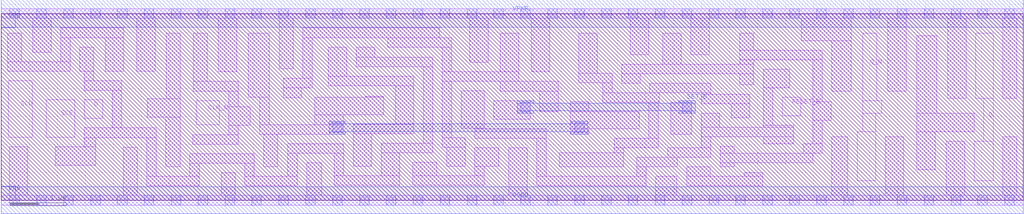
<source format=lef>
# LEF technology file - generated from cadflow
# Creation date: Jul 5 2017
# 12-21-18 KKEL added OVERLAP layer; added EDGECAPACITANCE,
#          CAPACITANCE CPERSQDIST, RESISTANCE RPERSQ,
#          DCCURRENTDENSITY AVERAGE, ACCURRENTDENSITY RMS
#          for all relevant routing/cutlayers
# 04-01-19 KKEL removed off-grid offset value for met2
#          and simplified ACCURRENTDENSITY syntax to prevent
#          RC Compiler parsing error
# 02-12-20 tajayi made "unit" the first defined SITE due to pdngen limitation

# Initilize top level parameters
VERSION 5.7 ;
BUSBITCHARS "[]" ;
DIVIDERCHAR "/" ;
UNITS
  TIME NANOSECONDS 1 ;
  CAPACITANCE PICOFARADS 1 ;
  RESISTANCE OHMS 1 ;
  DATABASE MICRONS 1000 ;
END UNITS
MANUFACTURINGGRID 0.005 ;

#### end of header section  #######

SITE unit
    SYMMETRY y  ;
    CLASS CORE  ;
    SIZE  0.480 BY 3.330 ;
END unit

SITE unithd
    SYMMETRY y  ;
    CLASS CORE  ;
    SIZE  0.460 BY 2.720 ;
END unithd

SITE unithv
    SYMMETRY y  ;
    CLASS CORE  ;
    SIZE  0.480 BY 4.070 ;
END unithv

######  Starting overlap layers #####
# ******** Layer OverlapCheck, type blockage, number 90 **************
LAYER OverlapCheck
  TYPE OVERLAP ;
END OverlapCheck

######  Starting routing layers - metal and via #####
# ******** Layer li1, type routing, number 56 **************
LAYER li1
  TYPE ROUTING ;
  DIRECTION VERTICAL ;
  PITCH 0.340000 ;
  OFFSET 0.170000 ;
  MINWIDTH 0.170000 ;
  WIDTH 0.170000 ;
  AREA 0.028900 ;
  SPACING 0.170000 ;
  THICKNESS 0.100000 ;
  EDGECAPACITANCE 3.26 ;
  CAPACITANCE CPERSQDIST 36900000 ;
  RESISTANCE RPERSQ 12.2 ;
#  DCCURRENTDENSITY AVERAGE (no limit on this layer) ;
  ANTENNASIDEAREAFACTOR 2.0 DIFFUSEONLY ;
  ANTENNAAREAFACTOR 3.0 DIFFUSEONLY ;
  ANTENNAAREAMINUSDIFF 0.5 ;
  ANTENNAGATEPLUSDIFF 0.3 ;
  ANTENNAAREADIFFREDUCEPWL ( ( 0.0 1.0 ) ( 0.0999 1.0 ) ( 0.1 0.2 ) ( 1000.0 0.2 ) ) ;
  ANTENNADIFFSIDEAREARATIO PWL ( ( 0.000000 5.000000 ) ( 0.012500 5.000000 ) ( 0.022500 10.125000 ) ( 22.500000 15.000000 ) ) ;
END li1

# ******** Layer mcon, type routing, number 35 **************
LAYER mcon
  TYPE CUT ;
  SPACING 0.190000 ;
  WIDTH 0.170000 ;
  ANTENNADIFFAREARATIO PWL ( ( 0.000000 3.000000 ) ( 0.012500 3.000000 ) ( 0.022500 3.405000 ) ( 22.500000 408.000000 ) ) ;
  DCCURRENTDENSITY AVERAGE 0.36 ; # mA per via Iavg_max at Tj = 90oC
  ENCLOSURE BELOW 0.000000 0.000000 ;
  ENCLOSURE ABOVE 0.000000 0.000000 ;
END mcon

# ******** Layer met1, type routing, number 36 **************
LAYER met1
  TYPE ROUTING ;
  DIRECTION HORIZONTAL ;
  PITCH 0.340000 ;
  OFFSET 0.170000 ;
  MINENCLOSEDAREA 0.140000 ;
  MINWIDTH 0.140000 ;
  WIDTH 0.140000 ;
  AREA 0.083000 ;
  SPACINGTABLE
  PARALLELRUNLENGTH 0.000
    WIDTH 0.000 0.140000
    WIDTH 3.000000 0.280000
    ;
  THICKNESS 0.350000 ;
  EDGECAPACITANCE 1.79 ;
  CAPACITANCE CPERSQDIST 25800000 ;
  RESISTANCE RPERSQ 0.125 ;
  DCCURRENTDENSITY AVERAGE 2.8 ; # mA/um Iavg_max at Tj = 90oC
  ACCURRENTDENSITY RMS 6.1 ; # mA/um Irms_max at Tj = 90oC
  ANTENNASIDEAREAFACTOR 2.0 DIFFUSEONLY ;
  ANTENNAAREAFACTOR 3.0 DIFFUSEONLY ;
  ANTENNAAREAMINUSDIFF 0.5 ;
  ANTENNAGATEPLUSDIFF 0.3 ;
  ANTENNAAREADIFFREDUCEPWL ( ( 0.0 1.0 ) ( 0.0999 1.0 ) ( 0.1 0.2 ) ( 1000.0 0.2 ) ) ;
  ANTENNADIFFSIDEAREARATIO PWL ( ( 0.000000 10.000000 ) ( 0.012500 10.000000 ) ( 0.022500 15.000000 ) ( 22.500000 20.000000 ) ) ;
END met1

# ******** Layer via, type routing, number 40 **************
LAYER via
  TYPE CUT ;
  SPACING 0.170000 ;
  WIDTH 0.150000 ;
  ANTENNADIFFAREARATIO PWL ( ( 0.000000 6.000000 ) ( 0.012500 6.000000 ) ( 0.022500 6.810000 ) ( 22.500000 816.000000 ) ) ;
  DCCURRENTDENSITY AVERAGE 0.29 ; # mA per via Iavg_max at Tj = 90oC
  ENCLOSURE BELOW 0.000000 0.000000 ;
  ENCLOSURE ABOVE 0.000000 0.000000 ;
END via

# ******** Layer met2, type routing, number 41 **************
LAYER met2
  TYPE ROUTING ;
  DIRECTION VERTICAL ;
  PITCH 0.395000 ;
# Comment out: this value is off-grid!
# OFFSET 0.197500 ;
  MINENCLOSEDAREA 0.140000 ;
  MINWIDTH 0.140000 ;
  WIDTH 0.140000 ;
  AREA 0.067600 ;
  SPACINGTABLE
  PARALLELRUNLENGTH 0.000
    WIDTH 0.000 0.140000
    WIDTH 3.000000 0.280000
    ;
  THICKNESS 0.350000 ;
  EDGECAPACITANCE 1.22 ;
  CAPACITANCE CPERSQDIST 17500000 ;
  RESISTANCE RPERSQ 0.125 ;
  DCCURRENTDENSITY AVERAGE 2.8 ; # mA/um Iavg_max at Tj = 90oC
  ACCURRENTDENSITY RMS 6.1 ; # mA/um Irms_max at Tj = 90oC
  ANTENNASIDEAREAFACTOR 2.0 DIFFUSEONLY ;
  ANTENNAAREAFACTOR 3.0 DIFFUSEONLY ;
  ANTENNAAREAMINUSDIFF 0.5 ;
  ANTENNAGATEPLUSDIFF 0.3 ;
  ANTENNAAREADIFFREDUCEPWL ( ( 0.0 1.0 ) ( 0.0999 1.0 ) ( 0.1 0.2 ) ( 1000.0 0.2 ) ) ;
  ANTENNADIFFSIDEAREARATIO PWL ( ( 0.000000 10.000000 ) ( 0.012500 15.000000 ) ( 0.022500 20.000000 ) ( 22.500000 30.000000 ) ) ;
END met2

# ******** Layer via2, type routing, number 44 **************
LAYER via2
  TYPE CUT ;
  SPACING 0.200000 ;
  WIDTH 0.200000 ;
  ANTENNADIFFAREARATIO PWL ( ( 0.000000 6.000000 ) ( 0.012500 6.000000 ) ( 0.022500 6.810000 ) ( 22.500000 816.000000 ) ) ;
  DCCURRENTDENSITY AVERAGE 0.48 ; # mA per via Iavg_max at Tj = 90oC
  ENCLOSURE BELOW 0.000000 0.000000 ;
  ENCLOSURE ABOVE 0.000000 0.000000 ;
END via2

# ******** Layer met3, type routing, number 34 **************
LAYER met3
  TYPE ROUTING ;
  DIRECTION HORIZONTAL ;
  PITCH 0.640000 ;
  OFFSET 0.320000 ;
  MINWIDTH 0.300000 ;
  WIDTH 0.300000 ;
  AREA 0.240000 ;
  SPACINGTABLE
  PARALLELRUNLENGTH 0.000
    WIDTH 0.000 0.300000
    WIDTH 3.000000 0.400000
    ;
  THICKNESS 0.800000 ;
  EDGECAPACITANCE 1.86 ;
  CAPACITANCE CPERSQDIST 12600000 ;
  RESISTANCE RPERSQ 0.047 ;
  DCCURRENTDENSITY AVERAGE 6.8 ; # mA/um Iavg_max at Tj = 90oC
  ACCURRENTDENSITY RMS 14.9 ; # mA/um Irms_max at Tj = 90oC
  ANTENNASIDEAREAFACTOR 2.0 DIFFUSEONLY ;
  ANTENNAAREAFACTOR 3.0 DIFFUSEONLY ;
  ANTENNAAREAMINUSDIFF 0.5 ;
  ANTENNAGATEPLUSDIFF 0.3 ;
  ANTENNAAREADIFFREDUCEPWL ( ( 0.0 1.0 ) ( 0.0999 1.0 ) ( 0.1 0.2 ) ( 1000.0 0.2 ) ) ;
  ANTENNADIFFSIDEAREARATIO PWL ( ( 0.000000 10.000000 ) ( 0.012500 10.000000 ) ( 0.022500 15.000000 ) ( 22.500000 20.000000 ) ) ;
END met3

# ******** Layer via3, type routing, number 70 **************
LAYER via3
  TYPE CUT ;
  SPACING 0.200000 ;
  WIDTH 0.200000 ;
  ANTENNADIFFAREARATIO PWL ( ( 0.000000 6.000000 ) ( 0.012500 6.000000 ) ( 0.022500 6.810000 ) ( 22.500000 816.000000 ) ) ;
  DCCURRENTDENSITY AVERAGE 0.48 ; # mA per via Iavg_max at Tj = 90oC
  ENCLOSURE BELOW 0.000000 0.000000 ;
  ENCLOSURE ABOVE 0.000000 0.000000 ;
END via3

# ******** Layer met4, type routing, number 71 **************
LAYER met4
  TYPE ROUTING ;
  DIRECTION VERTICAL ;
  PITCH 1.040000 ;
  OFFSET 0.520000 ;
  MINWIDTH 0.300000 ;
  WIDTH 0.300000 ;
  AREA 0.240000 ;
  SPACINGTABLE
  PARALLELRUNLENGTH 0.000
    WIDTH 0.000 0.300000
    WIDTH 3.000000 0.400000
    ;
  THICKNESS 0.800000 ;
  EDGECAPACITANCE 1.29 ;
  CAPACITANCE CPERSQDIST 8670000 ;
  RESISTANCE RPERSQ 0.047 ;
  DCCURRENTDENSITY AVERAGE 6.8 ; # mA/um Iavg_max at Tj = 90oC
  ACCURRENTDENSITY RMS 14.9 ; # mA/um Irms_max at Tj = 90oC
  ANTENNADIFFSIDEAREARATIO PWL ( ( 0.000000 400.000000 ) ( 0.012500 400.000000 ) ( 0.022500 2609.000000 ) ( 22.500000 11600.000000 ) ) ;
END met4

# ******** Layer via4, type routing, number 58 **************
LAYER via4
  TYPE CUT ;
  SPACING 0.800000 ;
  WIDTH 0.800000 ;
  ANTENNADIFFAREARATIO PWL ( ( 0.000000 6.000000 ) ( 0.012500 6.000000 ) ( 0.022500 6.810000 ) ( 22.500000 816.000000 ) ) ;
  DCCURRENTDENSITY AVERAGE 2.49 ; # mA per via Iavg_max at Tj = 90oC
  ENCLOSURE BELOW 0.000000 0.000000 ;
  ENCLOSURE ABOVE 0.000000 0.000000 ;
END via4

# ******** Layer met5, type routing, number 72 **************
LAYER met5
  TYPE ROUTING ;
  DIRECTION HORIZONTAL ;
  PITCH 3.200000 ;
  OFFSET 1.600000 ;
  MINWIDTH 1.600000 ;
  WIDTH 1.600000 ;
  AREA 2.560000 ;
  SPACING 1.600000 ;
  THICKNESS 1.200000 ;
  EDGECAPACITANCE 4.96 ;
  CAPACITANCE CPERSQDIST 6480000 ;
  RESISTANCE RPERSQ 0.047 ;
  DCCURRENTDENSITY AVERAGE 10.17 ; # mA/um Iavg_max at Tj = 90oC
  ACCURRENTDENSITY RMS 22.34 ; # mA/um Irms_max at Tj = 90oC
  ANTENNADIFFSIDEAREARATIO PWL ( ( 0.000000 400.000000 ) ( 0.012500 400.000000 ) ( 0.022500 2609.000000 ) ( 22.500000 11600.000000 ) ) ;
END met5

# ******** Layer rdlcon, type routing, number 37 **************
LAYER rdlcon
  TYPE CUT ;
  SPACING 1.270000 ;
  WIDTH 5.000000 ;
  # EM rules not defined
  ENCLOSURE BELOW 0.000000 0.000000 ;
  ENCLOSURE ABOVE 0.000000 0.000000 ;
END rdlcon

# ******** Layer rdl, type routing, number 74 **************
LAYER rdl
  TYPE ROUTING ;
  DIRECTION VERTICAL ;
  PITCH 20.000000 ;
  OFFSET 10.000000 ;
  MINWIDTH 10.000000 ;
  WIDTH 10.000000 ;
  AREA 100.000000 ;
  SPACING 10.000000 ;
  THICKNESS 2.000000 ;
  EDGECAPACITANCE 6.20 ;
  CAPACITANCE CPERSQDIST 2660000 ;
  RESISTANCE RPERSQ 0.005 ;
  # EM rules not defined
END rdl

######  completed routing layers - metal and via #####

### Routing via cells section   ###
# Plus via rule, metals are along the prefered direction
VIA L1M1_PR DEFAULT
  LAYER mcon ;
  RECT -0.085000 -0.085000 0.085000 0.085000 ;
  LAYER li1 ;
  RECT -0.085000 -0.085000 0.085000 0.085000 ;
  LAYER met1 ;
  RECT -0.145000 -0.115000 0.145000 0.115000 ;
END L1M1_PR

VIARULE L1M1_PR GENERATE
  LAYER li1 ;
  ENCLOSURE 0.000000 0.000000 ;
  LAYER met1 ;
  ENCLOSURE 0.060000 0.030000 ;
  LAYER mcon ;
  RECT -0.085000 -0.085000 0.085000 0.085000 ;
  SPACING 0.360000 BY 0.360000 ;
END L1M1_PR

# Plus via rule, metals are along the non prefered direction
VIA L1M1_PR_R DEFAULT
  LAYER mcon ;
  RECT -0.085000 -0.085000 0.085000 0.085000 ;
  LAYER li1 ;
  RECT -0.085000 -0.085000 0.085000 0.085000 ;
  LAYER met1 ;
  RECT -0.115000 -0.145000 0.115000 0.145000 ;
END L1M1_PR_R

VIARULE L1M1_PR_R GENERATE
  LAYER li1 ;
  ENCLOSURE 0.000000 0.000000 ;
  LAYER met1 ;
  ENCLOSURE 0.030000 0.060000 ;
  LAYER mcon ;
  RECT -0.085000 -0.085000 0.085000 0.085000 ;
  SPACING 0.360000 BY 0.360000 ;
END L1M1_PR_R

# Minus via rule, lower layer metal is along prefered direction
VIA L1M1_PR_M DEFAULT
  LAYER mcon ;
  RECT -0.085000 -0.085000 0.085000 0.085000 ;
  LAYER li1 ;
  RECT -0.085000 -0.085000 0.085000 0.085000 ;
  LAYER met1 ;
  RECT -0.115000 -0.145000 0.115000 0.145000 ;
END L1M1_PR_M

VIARULE L1M1_PR_M GENERATE
  LAYER li1 ;
  ENCLOSURE 0.000000 0.000000 ;
  LAYER met1 ;
  ENCLOSURE 0.030000 0.060000 ;
  LAYER mcon ;
  RECT -0.085000 -0.085000 0.085000 0.085000 ;
  SPACING 0.360000 BY 0.360000 ;
END L1M1_PR_M

# Minus via rule, upper layer metal is along prefered direction
VIA L1M1_PR_MR DEFAULT
  LAYER mcon ;
  RECT -0.085000 -0.085000 0.085000 0.085000 ;
  LAYER li1 ;
  RECT -0.085000 -0.085000 0.085000 0.085000 ;
  LAYER met1 ;
  RECT -0.145000 -0.115000 0.145000 0.115000 ;
END L1M1_PR_MR

VIARULE L1M1_PR_MR GENERATE
  LAYER li1 ;
  ENCLOSURE 0.000000 0.000000 ;
  LAYER met1 ;
  ENCLOSURE 0.060000 0.030000 ;
  LAYER mcon ;
  RECT -0.085000 -0.085000 0.085000 0.085000 ;
  SPACING 0.360000 BY 0.360000 ;
END L1M1_PR_MR

# Centered via rule, we really do not want to use it
VIA L1M1_PR_C DEFAULT
  LAYER mcon ;
  RECT -0.085000 -0.085000 0.085000 0.085000 ;
  LAYER li1 ;
  RECT -0.085000 -0.085000 0.085000 0.085000 ;
  LAYER met1 ;
  RECT -0.145000 -0.145000 0.145000 0.145000 ;
END L1M1_PR_C

VIARULE L1M1_PR_C GENERATE
  LAYER li1 ;
  ENCLOSURE 0.000000 0.000000 ;
  LAYER met1 ;
  ENCLOSURE 0.060000 0.060000 ;
  LAYER mcon ;
  RECT -0.085000 -0.085000 0.085000 0.085000 ;
  SPACING 0.360000 BY 0.360000 ;
END L1M1_PR_C

# Plus via rule, metals are along the prefered direction
VIA M1M2_PR DEFAULT
  LAYER via ;
  RECT -0.075000 -0.075000 0.075000 0.075000 ;
  LAYER met1 ;
  RECT -0.160000 -0.130000 0.160000 0.130000 ;
  LAYER met2 ;
  RECT -0.130000 -0.160000 0.130000 0.160000 ;
END M1M2_PR

VIARULE M1M2_PR GENERATE
  LAYER met1 ;
  ENCLOSURE 0.085000 0.055000 ;
  LAYER met2 ;
  ENCLOSURE 0.055000 0.085000 ;
  LAYER via ;
  RECT -0.075000 -0.075000 0.075000 0.075000 ;
  SPACING 0.320000 BY 0.320000 ;
END M1M2_PR

# Plus via rule, metals are along the non prefered direction
VIA M1M2_PR_R DEFAULT
  LAYER via ;
  RECT -0.075000 -0.075000 0.075000 0.075000 ;
  LAYER met1 ;
  RECT -0.130000 -0.160000 0.130000 0.160000 ;
  LAYER met2 ;
  RECT -0.160000 -0.130000 0.160000 0.130000 ;
END M1M2_PR_R

VIARULE M1M2_PR_R GENERATE
  LAYER met1 ;
  ENCLOSURE 0.055000 0.085000 ;
  LAYER met2 ;
  ENCLOSURE 0.085000 0.055000 ;
  LAYER via ;
  RECT -0.075000 -0.075000 0.075000 0.075000 ;
  SPACING 0.320000 BY 0.320000 ;
END M1M2_PR_R

# Minus via rule, lower layer metal is along prefered direction
VIA M1M2_PR_M DEFAULT
  LAYER via ;
  RECT -0.075000 -0.075000 0.075000 0.075000 ;
  LAYER met1 ;
  RECT -0.160000 -0.130000 0.160000 0.130000 ;
  LAYER met2 ;
  RECT -0.160000 -0.130000 0.160000 0.130000 ;
END M1M2_PR_M

VIARULE M1M2_PR_M GENERATE
  LAYER met1 ;
  ENCLOSURE 0.085000 0.055000 ;
  LAYER met2 ;
  ENCLOSURE 0.085000 0.055000 ;
  LAYER via ;
  RECT -0.075000 -0.075000 0.075000 0.075000 ;
  SPACING 0.320000 BY 0.320000 ;
END M1M2_PR_M

# Minus via rule, upper layer metal is along prefered direction
VIA M1M2_PR_MR DEFAULT
  LAYER via ;
  RECT -0.075000 -0.075000 0.075000 0.075000 ;
  LAYER met1 ;
  RECT -0.130000 -0.160000 0.130000 0.160000 ;
  LAYER met2 ;
  RECT -0.130000 -0.160000 0.130000 0.160000 ;
END M1M2_PR_MR

VIARULE M1M2_PR_MR GENERATE
  LAYER met1 ;
  ENCLOSURE 0.055000 0.085000 ;
  LAYER met2 ;
  ENCLOSURE 0.055000 0.085000 ;
  LAYER via ;
  RECT -0.075000 -0.075000 0.075000 0.075000 ;
  SPACING 0.320000 BY 0.320000 ;
END M1M2_PR_MR

# Centered via rule, we really do not want to use it
VIA M1M2_PR_C DEFAULT
  LAYER via ;
  RECT -0.075000 -0.075000 0.075000 0.075000 ;
  LAYER met1 ;
  RECT -0.160000 -0.160000 0.160000 0.160000 ;
  LAYER met2 ;
  RECT -0.160000 -0.160000 0.160000 0.160000 ;
END M1M2_PR_C

VIARULE M1M2_PR_C GENERATE
  LAYER met1 ;
  ENCLOSURE 0.085000 0.085000 ;
  LAYER met2 ;
  ENCLOSURE 0.085000 0.085000 ;
  LAYER via ;
  RECT -0.075000 -0.075000 0.075000 0.075000 ;
  SPACING 0.320000 BY 0.320000 ;
END M1M2_PR_C

# Plus via rule, metals are along the prefered direction
VIA M2M3_PR DEFAULT
  LAYER via2 ;
  RECT -0.100000 -0.100000 0.100000 0.100000 ;
  LAYER met2 ;
  RECT -0.140000 -0.185000 0.140000 0.185000 ;
  LAYER met3 ;
  RECT -0.165000 -0.165000 0.165000 0.165000 ;
END M2M3_PR

VIARULE M2M3_PR GENERATE
  LAYER met2 ;
  ENCLOSURE 0.040000 0.085000 ;
  LAYER met3 ;
  ENCLOSURE 0.065000 0.065000 ;
  LAYER via2 ;
  RECT -0.100000 -0.100000 0.100000 0.100000 ;
  SPACING 0.400000 BY 0.400000 ;
END M2M3_PR

# Plus via rule, metals are along the non prefered direction
VIA M2M3_PR_R DEFAULT
  LAYER via2 ;
  RECT -0.100000 -0.100000 0.100000 0.100000 ;
  LAYER met2 ;
  RECT -0.185000 -0.140000 0.185000 0.140000 ;
  LAYER met3 ;
  RECT -0.165000 -0.165000 0.165000 0.165000 ;
END M2M3_PR_R

VIARULE M2M3_PR_R GENERATE
  LAYER met2 ;
  ENCLOSURE 0.085000 0.040000 ;
  LAYER met3 ;
  ENCLOSURE 0.065000 0.065000 ;
  LAYER via2 ;
  RECT -0.100000 -0.100000 0.100000 0.100000 ;
  SPACING 0.400000 BY 0.400000 ;
END M2M3_PR_R

# Minus via rule, lower layer metal is along prefered direction
VIA M2M3_PR_M DEFAULT
  LAYER via2 ;
  RECT -0.100000 -0.100000 0.100000 0.100000 ;
  LAYER met2 ;
  RECT -0.140000 -0.185000 0.140000 0.185000 ;
  LAYER met3 ;
  RECT -0.165000 -0.165000 0.165000 0.165000 ;
END M2M3_PR_M

VIARULE M2M3_PR_M GENERATE
  LAYER met2 ;
  ENCLOSURE 0.040000 0.085000 ;
  LAYER met3 ;
  ENCLOSURE 0.065000 0.065000 ;
  LAYER via2 ;
  RECT -0.100000 -0.100000 0.100000 0.100000 ;
  SPACING 0.400000 BY 0.400000 ;
END M2M3_PR_M

# Minus via rule, upper layer metal is along prefered direction
VIA M2M3_PR_MR DEFAULT
  LAYER via2 ;
  RECT -0.100000 -0.100000 0.100000 0.100000 ;
  LAYER met2 ;
  RECT -0.185000 -0.140000 0.185000 0.140000 ;
  LAYER met3 ;
  RECT -0.165000 -0.165000 0.165000 0.165000 ;
END M2M3_PR_MR

VIARULE M2M3_PR_MR GENERATE
  LAYER met2 ;
  ENCLOSURE 0.085000 0.040000 ;
  LAYER met3 ;
  ENCLOSURE 0.065000 0.065000 ;
  LAYER via2 ;
  RECT -0.100000 -0.100000 0.100000 0.100000 ;
  SPACING 0.400000 BY 0.400000 ;
END M2M3_PR_MR

# Centered via rule, we really do not want to use it
VIA M2M3_PR_C DEFAULT
  LAYER via2 ;
  RECT -0.100000 -0.100000 0.100000 0.100000 ;
  LAYER met2 ;
  RECT -0.185000 -0.185000 0.185000 0.185000 ;
  LAYER met3 ;
  RECT -0.165000 -0.165000 0.165000 0.165000 ;
END M2M3_PR_C

VIARULE M2M3_PR_C GENERATE
  LAYER met2 ;
  ENCLOSURE 0.085000 0.085000 ;
  LAYER met3 ;
  ENCLOSURE 0.065000 0.065000 ;
  LAYER via2 ;
  RECT -0.100000 -0.100000 0.100000 0.100000 ;
  SPACING 0.400000 BY 0.400000 ;
END M2M3_PR_C

# Plus via rule, metals are along the prefered direction
VIA M3M4_PR DEFAULT
  LAYER via3 ;
  RECT -0.100000 -0.100000 0.100000 0.100000 ;
  LAYER met3 ;
  RECT -0.190000 -0.160000 0.190000 0.160000 ;
  LAYER met4 ;
  RECT -0.165000 -0.165000 0.165000 0.165000 ;
END M3M4_PR

VIARULE M3M4_PR GENERATE
  LAYER met3 ;
  ENCLOSURE 0.090000 0.060000 ;
  LAYER met4 ;
  ENCLOSURE 0.065000 0.065000 ;
  LAYER via3 ;
  RECT -0.100000 -0.100000 0.100000 0.100000 ;
  SPACING 0.400000 BY 0.400000 ;
END M3M4_PR

# Plus via rule, metals are along the non prefered direction
VIA M3M4_PR_R DEFAULT
  LAYER via3 ;
  RECT -0.100000 -0.100000 0.100000 0.100000 ;
  LAYER met3 ;
  RECT -0.160000 -0.190000 0.160000 0.190000 ;
  LAYER met4 ;
  RECT -0.165000 -0.165000 0.165000 0.165000 ;
END M3M4_PR_R

VIARULE M3M4_PR_R GENERATE
  LAYER met3 ;
  ENCLOSURE 0.060000 0.090000 ;
  LAYER met4 ;
  ENCLOSURE 0.065000 0.065000 ;
  LAYER via3 ;
  RECT -0.100000 -0.100000 0.100000 0.100000 ;
  SPACING 0.400000 BY 0.400000 ;
END M3M4_PR_R

# Minus via rule, lower layer metal is along prefered direction
VIA M3M4_PR_M DEFAULT
  LAYER via3 ;
  RECT -0.100000 -0.100000 0.100000 0.100000 ;
  LAYER met3 ;
  RECT -0.190000 -0.160000 0.190000 0.160000 ;
  LAYER met4 ;
  RECT -0.165000 -0.165000 0.165000 0.165000 ;
END M3M4_PR_M

VIARULE M3M4_PR_M GENERATE
  LAYER met3 ;
  ENCLOSURE 0.090000 0.060000 ;
  LAYER met4 ;
  ENCLOSURE 0.065000 0.065000 ;
  LAYER via3 ;
  RECT -0.100000 -0.100000 0.100000 0.100000 ;
  SPACING 0.400000 BY 0.400000 ;
END M3M4_PR_M

# Minus via rule, upper layer metal is along prefered direction
VIA M3M4_PR_MR DEFAULT
  LAYER via3 ;
  RECT -0.100000 -0.100000 0.100000 0.100000 ;
  LAYER met3 ;
  RECT -0.160000 -0.190000 0.160000 0.190000 ;
  LAYER met4 ;
  RECT -0.165000 -0.165000 0.165000 0.165000 ;
END M3M4_PR_MR

VIARULE M3M4_PR_MR GENERATE
  LAYER met3 ;
  ENCLOSURE 0.060000 0.090000 ;
  LAYER met4 ;
  ENCLOSURE 0.065000 0.065000 ;
  LAYER via3 ;
  RECT -0.100000 -0.100000 0.100000 0.100000 ;
  SPACING 0.400000 BY 0.400000 ;
END M3M4_PR_MR

# Centered via rule, we really do not want to use it
VIA M3M4_PR_C DEFAULT
  LAYER via3 ;
  RECT -0.100000 -0.100000 0.100000 0.100000 ;
  LAYER met3 ;
  RECT -0.190000 -0.190000 0.190000 0.190000 ;
  LAYER met4 ;
  RECT -0.165000 -0.165000 0.165000 0.165000 ;
END M3M4_PR_C

VIARULE M3M4_PR_C GENERATE
  LAYER met3 ;
  ENCLOSURE 0.090000 0.090000 ;
  LAYER met4 ;
  ENCLOSURE 0.065000 0.065000 ;
  LAYER via3 ;
  RECT -0.100000 -0.100000 0.100000 0.100000 ;
  SPACING 0.400000 BY 0.400000 ;
END M3M4_PR_C

# Plus via rule, metals are along the prefered direction
VIA M4M5_PR DEFAULT
  LAYER via4 ;
  RECT -0.400000 -0.400000 0.400000 0.400000 ;
  LAYER met4 ;
  RECT -0.590000 -0.590000 0.590000 0.590000 ;
  LAYER met5 ;
  RECT -0.710000 -0.710000 0.710000 0.710000 ;
END M4M5_PR

VIARULE M4M5_PR GENERATE
  LAYER met4 ;
  ENCLOSURE 0.190000 0.190000 ;
  LAYER met5 ;
  ENCLOSURE 0.310000 0.310000 ;
  LAYER via4 ;
  RECT -0.400000 -0.400000 0.400000 0.400000 ;
  SPACING 1.600000 BY 1.600000 ;
END M4M5_PR

# Plus via rule, metals are along the non prefered direction
VIA M4M5_PR_R DEFAULT
  LAYER via4 ;
  RECT -0.400000 -0.400000 0.400000 0.400000 ;
  LAYER met4 ;
  RECT -0.590000 -0.590000 0.590000 0.590000 ;
  LAYER met5 ;
  RECT -0.710000 -0.710000 0.710000 0.710000 ;
END M4M5_PR_R

VIARULE M4M5_PR_R GENERATE
  LAYER met4 ;
  ENCLOSURE 0.190000 0.190000 ;
  LAYER met5 ;
  ENCLOSURE 0.310000 0.310000 ;
  LAYER via4 ;
  RECT -0.400000 -0.400000 0.400000 0.400000 ;
  SPACING 1.600000 BY 1.600000 ;
END M4M5_PR_R

# Minus via rule, lower layer metal is along prefered direction
VIA M4M5_PR_M DEFAULT
  LAYER via4 ;
  RECT -0.400000 -0.400000 0.400000 0.400000 ;
  LAYER met4 ;
  RECT -0.590000 -0.590000 0.590000 0.590000 ;
  LAYER met5 ;
  RECT -0.710000 -0.710000 0.710000 0.710000 ;
END M4M5_PR_M

VIARULE M4M5_PR_M GENERATE
  LAYER met4 ;
  ENCLOSURE 0.190000 0.190000 ;
  LAYER met5 ;
  ENCLOSURE 0.310000 0.310000 ;
  LAYER via4 ;
  RECT -0.400000 -0.400000 0.400000 0.400000 ;
  SPACING 1.600000 BY 1.600000 ;
END M4M5_PR_M

# Minus via rule, upper layer metal is along prefered direction
VIA M4M5_PR_MR DEFAULT
  LAYER via4 ;
  RECT -0.400000 -0.400000 0.400000 0.400000 ;
  LAYER met4 ;
  RECT -0.590000 -0.590000 0.590000 0.590000 ;
  LAYER met5 ;
  RECT -0.710000 -0.710000 0.710000 0.710000 ;
END M4M5_PR_MR

VIARULE M4M5_PR_MR GENERATE
  LAYER met4 ;
  ENCLOSURE 0.190000 0.190000 ;
  LAYER met5 ;
  ENCLOSURE 0.310000 0.310000 ;
  LAYER via4 ;
  RECT -0.400000 -0.400000 0.400000 0.400000 ;
  SPACING 1.600000 BY 1.600000 ;
END M4M5_PR_MR

# Centered via rule, we really do not want to use it
VIA M4M5_PR_C DEFAULT
  LAYER via4 ;
  RECT -0.400000 -0.400000 0.400000 0.400000 ;
  LAYER met4 ;
  RECT -0.590000 -0.590000 0.590000 0.590000 ;
  LAYER met5 ;
  RECT -0.710000 -0.710000 0.710000 0.710000 ;
END M4M5_PR_C

VIARULE M4M5_PR_C GENERATE
  LAYER met4 ;
  ENCLOSURE 0.190000 0.190000 ;
  LAYER met5 ;
  ENCLOSURE 0.310000 0.310000 ;
  LAYER via4 ;
  RECT -0.400000 -0.400000 0.400000 0.400000 ;
  SPACING 1.600000 BY 1.600000 ;
END M4M5_PR_C

# Plus via rule, metals are along the prefered direction
VIA M5M6_PR DEFAULT
  LAYER rdlcon ;
  RECT -2.500000 -2.500000 2.500000 2.500000 ;
  LAYER met5 ;
  RECT -5.200000 -5.200000 5.200000 5.200000 ;
  LAYER rdl ;
  RECT -13.250000 -13.250000 13.250000 13.250000 ;
END M5M6_PR

VIARULE M5M6_PR GENERATE
  LAYER met5 ;
  ENCLOSURE 2.700000 2.700000 ;
  LAYER rdl ;
  ENCLOSURE 10.750000 10.750000 ;
  LAYER rdlcon ;
  RECT -2.500000 -2.500000 2.500000 2.500000 ;
  SPACING 6.270000 BY 6.270000 ;
END M5M6_PR

# Plus via rule, metals are along the non prefered direction
VIA M5M6_PR_R DEFAULT
  LAYER rdlcon ;
  RECT -2.500000 -2.500000 2.500000 2.500000 ;
  LAYER met5 ;
  RECT -5.200000 -5.200000 5.200000 5.200000 ;
  LAYER rdl ;
  RECT -13.250000 -13.250000 13.250000 13.250000 ;
END M5M6_PR_R

VIARULE M5M6_PR_R GENERATE
  LAYER met5 ;
  ENCLOSURE 2.700000 2.700000 ;
  LAYER rdl ;
  ENCLOSURE 10.750000 10.750000 ;
  LAYER rdlcon ;
  RECT -2.500000 -2.500000 2.500000 2.500000 ;
  SPACING 6.270000 BY 6.270000 ;
END M5M6_PR_R

# Minus via rule, lower layer metal is along prefered direction
VIA M5M6_PR_M DEFAULT
  LAYER rdlcon ;
  RECT -2.500000 -2.500000 2.500000 2.500000 ;
  LAYER met5 ;
  RECT -5.200000 -5.200000 5.200000 5.200000 ;
  LAYER rdl ;
  RECT -13.250000 -13.250000 13.250000 13.250000 ;
END M5M6_PR_M

VIARULE M5M6_PR_M GENERATE
  LAYER met5 ;
  ENCLOSURE 2.700000 2.700000 ;
  LAYER rdl ;
  ENCLOSURE 10.750000 10.750000 ;
  LAYER rdlcon ;
  RECT -2.500000 -2.500000 2.500000 2.500000 ;
  SPACING 6.270000 BY 6.270000 ;
END M5M6_PR_M

# Minus via rule, upper layer metal is along prefered direction
VIA M5M6_PR_MR DEFAULT
  LAYER rdlcon ;
  RECT -2.500000 -2.500000 2.500000 2.500000 ;
  LAYER met5 ;
  RECT -5.200000 -5.200000 5.200000 5.200000 ;
  LAYER rdl ;
  RECT -13.250000 -13.250000 13.250000 13.250000 ;
END M5M6_PR_MR

VIARULE M5M6_PR_MR GENERATE
  LAYER met5 ;
  ENCLOSURE 2.700000 2.700000 ;
  LAYER rdl ;
  ENCLOSURE 10.750000 10.750000 ;
  LAYER rdlcon ;
  RECT -2.500000 -2.500000 2.500000 2.500000 ;
  SPACING 6.270000 BY 6.270000 ;
END M5M6_PR_MR

# Centered via rule, we really do not want to use it
VIA M5M6_PR_C DEFAULT
  LAYER rdlcon ;
  RECT -2.500000 -2.500000 2.500000 2.500000 ;
  LAYER met5 ;
  RECT -5.200000 -5.200000 5.200000 5.200000 ;
  LAYER rdl ;
  RECT -13.250000 -13.250000 13.250000 13.250000 ;
END M5M6_PR_C

VIARULE M5M6_PR_C GENERATE
  LAYER met5 ;
  ENCLOSURE 2.700000 2.700000 ;
  LAYER rdl ;
  ENCLOSURE 10.750000 10.750000 ;
  LAYER rdlcon ;
  RECT -2.500000 -2.500000 2.500000 2.500000 ;
  SPACING 6.270000 BY 6.270000 ;
END M5M6_PR_C

###  end of single via cells   ###



# Autogenerated

MACRO sky130_fd_sc_ms__a2111o_1
  CLASS CORE ;
  ORIGIN  0.000000  0.000000 ;
  SIZE  4.320000 BY  3.330000 ;
  SYMMETRY X Y ;
  SITE unit ;
  PIN A1
    ANTENNAGATEAREA  0.246000 ;
    DIRECTION INPUT ;
    USE SIGNAL ;
    PORT
      LAYER li1 ;
        RECT 0.125000 0.440000 0.840000 0.670000 ;
        RECT 0.510000 0.255000 0.840000 0.440000 ;
    END
  END A1
  PIN A2
    ANTENNAGATEAREA  0.246000 ;
    DIRECTION INPUT ;
    USE SIGNAL ;
    PORT
      LAYER li1 ;
        RECT 1.050000 1.500000 2.275000 1.800000 ;
    END
  END A2
  PIN B1
    ANTENNAGATEAREA  0.246000 ;
    DIRECTION INPUT ;
    USE SIGNAL ;
    PORT
      LAYER li1 ;
        RECT 1.435000 0.255000 1.795000 0.490000 ;
        RECT 1.595000 0.490000 1.795000 0.670000 ;
    END
  END B1
  PIN C1
    ANTENNAGATEAREA  0.246000 ;
    DIRECTION INPUT ;
    USE SIGNAL ;
    PORT
      LAYER li1 ;
        RECT 2.005000 0.255000 2.335000 0.490000 ;
        RECT 2.005000 0.490000 2.245000 0.670000 ;
    END
  END C1
  PIN D1
    ANTENNAGATEAREA  0.246000 ;
    DIRECTION INPUT ;
    USE SIGNAL ;
    PORT
      LAYER li1 ;
        RECT 2.445000 1.500000 2.775000 1.800000 ;
    END
  END D1
  PIN X
    ANTENNADIFFAREA  0.504100 ;
    DIRECTION OUTPUT ;
    USE SIGNAL ;
    PORT
      LAYER li1 ;
        RECT 3.860000 0.370000 4.195000 2.980000 ;
    END
  END X
  PIN VGND
    DIRECTION INOUT ;
    USE GROUND ;
    PORT
      LAYER met1 ;
        RECT 0.000000 -0.245000 4.320000 0.245000 ;
    END
  END VGND
  PIN VNB
    DIRECTION INOUT ;
    USE GROUND ;
    PORT
      LAYER met1 ;
        RECT 0.000000 0.000000 0.250000 0.250000 ;
    END
  END VNB
  PIN VPB
    DIRECTION INOUT ;
    USE POWER ;
    PORT
      LAYER met1 ;
        RECT 0.000000 3.080000 0.250000 3.330000 ;
    END
  END VPB
  PIN VPWR
    DIRECTION INOUT ;
    USE POWER ;
    PORT
      LAYER met1 ;
        RECT 0.000000 3.085000 4.320000 3.575000 ;
    END
  END VPWR
  OBS
    LAYER li1 ;
      RECT 0.000000 -0.085000 4.320000 0.085000 ;
      RECT 0.000000  3.245000 4.320000 3.415000 ;
      RECT 0.360000  1.940000 0.690000 1.970000 ;
      RECT 0.360000  1.970000 1.630000 2.140000 ;
      RECT 0.360000  2.140000 0.690000 2.980000 ;
      RECT 0.385000  0.840000 0.715000 1.160000 ;
      RECT 0.385000  1.160000 3.115000 1.320000 ;
      RECT 0.385000  1.320000 3.690000 1.330000 ;
      RECT 0.385000  1.330000 0.715000 1.340000 ;
      RECT 0.890000  2.310000 1.100000 3.245000 ;
      RECT 1.095000  0.085000 1.265000 0.660000 ;
      RECT 1.095000  0.660000 1.425000 0.990000 ;
      RECT 1.300000  2.140000 1.630000 2.980000 ;
      RECT 1.715000  0.840000 2.045000 1.160000 ;
      RECT 2.415000  0.660000 2.675000 0.990000 ;
      RECT 2.505000  0.085000 2.675000 0.660000 ;
      RECT 2.530000  1.970000 3.115000 2.140000 ;
      RECT 2.530000  2.140000 2.860000 2.980000 ;
      RECT 2.845000  0.660000 3.115000 1.160000 ;
      RECT 2.945000  1.330000 3.690000 1.650000 ;
      RECT 2.945000  1.650000 3.115000 1.970000 ;
      RECT 3.410000  1.820000 3.660000 3.245000 ;
      RECT 3.435000  0.085000 3.685000 1.150000 ;
    LAYER mcon ;
      RECT 0.155000 -0.085000 0.325000 0.085000 ;
      RECT 0.155000  3.245000 0.325000 3.415000 ;
      RECT 0.635000 -0.085000 0.805000 0.085000 ;
      RECT 0.635000  3.245000 0.805000 3.415000 ;
      RECT 1.115000 -0.085000 1.285000 0.085000 ;
      RECT 1.115000  3.245000 1.285000 3.415000 ;
      RECT 1.595000 -0.085000 1.765000 0.085000 ;
      RECT 1.595000  3.245000 1.765000 3.415000 ;
      RECT 2.075000 -0.085000 2.245000 0.085000 ;
      RECT 2.075000  3.245000 2.245000 3.415000 ;
      RECT 2.555000 -0.085000 2.725000 0.085000 ;
      RECT 2.555000  3.245000 2.725000 3.415000 ;
      RECT 3.035000 -0.085000 3.205000 0.085000 ;
      RECT 3.035000  3.245000 3.205000 3.415000 ;
      RECT 3.515000 -0.085000 3.685000 0.085000 ;
      RECT 3.515000  3.245000 3.685000 3.415000 ;
      RECT 3.995000 -0.085000 4.165000 0.085000 ;
      RECT 3.995000  3.245000 4.165000 3.415000 ;
  END
END sky130_fd_sc_ms__a2111o_1
MACRO sky130_fd_sc_ms__a2111o_2
  CLASS CORE ;
  ORIGIN  0.000000  0.000000 ;
  SIZE  4.800000 BY  3.330000 ;
  SYMMETRY X Y ;
  SITE unit ;
  PIN A1
    ANTENNAGATEAREA  0.279000 ;
    DIRECTION INPUT ;
    USE SIGNAL ;
    PORT
      LAYER li1 ;
        RECT 4.365000 1.350000 4.695000 1.780000 ;
    END
  END A1
  PIN A2
    ANTENNAGATEAREA  0.279000 ;
    DIRECTION INPUT ;
    USE SIGNAL ;
    PORT
      LAYER li1 ;
        RECT 3.485000 1.350000 4.195000 1.780000 ;
    END
  END A2
  PIN B1
    ANTENNAGATEAREA  0.279000 ;
    DIRECTION INPUT ;
    USE SIGNAL ;
    PORT
      LAYER li1 ;
        RECT 2.985000 1.350000 3.315000 1.780000 ;
    END
  END B1
  PIN C1
    ANTENNAGATEAREA  0.279000 ;
    DIRECTION INPUT ;
    USE SIGNAL ;
    PORT
      LAYER li1 ;
        RECT 2.445000 1.350000 2.775000 2.890000 ;
    END
  END C1
  PIN D1
    ANTENNAGATEAREA  0.279000 ;
    DIRECTION INPUT ;
    USE SIGNAL ;
    PORT
      LAYER li1 ;
        RECT 1.565000 1.350000 2.275000 1.780000 ;
    END
  END D1
  PIN X
    ANTENNADIFFAREA  0.543200 ;
    DIRECTION OUTPUT ;
    USE SIGNAL ;
    PORT
      LAYER li1 ;
        RECT 0.605000 1.550000 0.860000 2.980000 ;
        RECT 0.690000 0.350000 0.860000 1.550000 ;
    END
  END X
  PIN VGND
    DIRECTION INOUT ;
    USE GROUND ;
    PORT
      LAYER met1 ;
        RECT 0.000000 -0.245000 4.800000 0.245000 ;
    END
  END VGND
  PIN VNB
    DIRECTION INOUT ;
    USE GROUND ;
    PORT
      LAYER met1 ;
        RECT 0.000000 0.000000 0.250000 0.250000 ;
    END
  END VNB
  PIN VPB
    DIRECTION INOUT ;
    USE POWER ;
    PORT
      LAYER met1 ;
        RECT 0.000000 3.080000 0.250000 3.330000 ;
    END
  END VPB
  PIN VPWR
    DIRECTION INOUT ;
    USE POWER ;
    PORT
      LAYER met1 ;
        RECT 0.000000 3.085000 4.800000 3.575000 ;
    END
  END VPWR
  OBS
    LAYER li1 ;
      RECT 0.000000 -0.085000 4.800000 0.085000 ;
      RECT 0.000000  3.245000 4.800000 3.415000 ;
      RECT 0.155000  1.820000 0.405000 3.245000 ;
      RECT 0.180000  0.085000 0.510000 1.130000 ;
      RECT 1.030000  1.220000 1.360000 1.550000 ;
      RECT 1.040000  0.085000 1.370000 0.840000 ;
      RECT 1.055000  2.290000 1.385000 3.245000 ;
      RECT 1.190000  1.010000 4.520000 1.180000 ;
      RECT 1.190000  1.180000 1.360000 1.220000 ;
      RECT 1.190000  1.550000 1.360000 1.950000 ;
      RECT 1.190000  1.950000 2.085000 2.120000 ;
      RECT 1.755000  2.120000 2.085000 2.980000 ;
      RECT 1.780000  0.350000 2.030000 1.010000 ;
      RECT 2.210000  0.085000 2.580000 0.840000 ;
      RECT 2.760000  0.350000 3.010000 1.010000 ;
      RECT 3.135000  1.950000 4.545000 2.120000 ;
      RECT 3.135000  2.120000 3.505000 2.980000 ;
      RECT 3.180000  0.085000 3.730000 0.840000 ;
      RECT 3.675000  2.290000 4.045000 3.245000 ;
      RECT 4.190000  0.350000 4.520000 1.010000 ;
      RECT 4.215000  2.120000 4.545000 2.980000 ;
    LAYER mcon ;
      RECT 0.155000 -0.085000 0.325000 0.085000 ;
      RECT 0.155000  3.245000 0.325000 3.415000 ;
      RECT 0.635000 -0.085000 0.805000 0.085000 ;
      RECT 0.635000  3.245000 0.805000 3.415000 ;
      RECT 1.115000 -0.085000 1.285000 0.085000 ;
      RECT 1.115000  3.245000 1.285000 3.415000 ;
      RECT 1.595000 -0.085000 1.765000 0.085000 ;
      RECT 1.595000  3.245000 1.765000 3.415000 ;
      RECT 2.075000 -0.085000 2.245000 0.085000 ;
      RECT 2.075000  3.245000 2.245000 3.415000 ;
      RECT 2.555000 -0.085000 2.725000 0.085000 ;
      RECT 2.555000  3.245000 2.725000 3.415000 ;
      RECT 3.035000 -0.085000 3.205000 0.085000 ;
      RECT 3.035000  3.245000 3.205000 3.415000 ;
      RECT 3.515000 -0.085000 3.685000 0.085000 ;
      RECT 3.515000  3.245000 3.685000 3.415000 ;
      RECT 3.995000 -0.085000 4.165000 0.085000 ;
      RECT 3.995000  3.245000 4.165000 3.415000 ;
      RECT 4.475000 -0.085000 4.645000 0.085000 ;
      RECT 4.475000  3.245000 4.645000 3.415000 ;
  END
END sky130_fd_sc_ms__a2111o_2
MACRO sky130_fd_sc_ms__a2111o_4
  CLASS CORE ;
  ORIGIN  0.000000  0.000000 ;
  SIZE  8.160000 BY  3.330000 ;
  SYMMETRY X Y ;
  SITE unit ;
  PIN A1
    ANTENNAGATEAREA  0.492000 ;
    DIRECTION INPUT ;
    USE SIGNAL ;
    PORT
      LAYER li1 ;
        RECT 6.285000 1.450000 7.075000 1.780000 ;
    END
  END A1
  PIN A2
    ANTENNAGATEAREA  0.492000 ;
    DIRECTION INPUT ;
    USE SIGNAL ;
    PORT
      LAYER li1 ;
        RECT 7.245000 1.260000 8.035000 1.780000 ;
    END
  END A2
  PIN B1
    ANTENNAGATEAREA  0.492000 ;
    DIRECTION INPUT ;
    USE SIGNAL ;
    PORT
      LAYER li1 ;
        RECT 5.405000 1.450000 6.115000 1.780000 ;
    END
  END B1
  PIN C1
    ANTENNAGATEAREA  0.492000 ;
    DIRECTION INPUT ;
    USE SIGNAL ;
    PORT
      LAYER li1 ;
        RECT 3.965000 1.450000 5.155000 1.780000 ;
    END
  END C1
  PIN D1
    ANTENNAGATEAREA  0.492000 ;
    DIRECTION INPUT ;
    USE SIGNAL ;
    PORT
      LAYER li1 ;
        RECT 3.385000 1.260000 3.715000 1.780000 ;
    END
  END D1
  PIN X
    ANTENNADIFFAREA  1.086400 ;
    DIRECTION OUTPUT ;
    USE SIGNAL ;
    PORT
      LAYER li1 ;
        RECT 0.125000 0.960000 2.445000 1.130000 ;
        RECT 0.125000 1.130000 0.650000 1.800000 ;
        RECT 0.125000 1.800000 2.065000 1.970000 ;
        RECT 0.835000 1.970000 1.165000 2.980000 ;
        RECT 1.415000 0.350000 1.665000 0.960000 ;
        RECT 1.735000 1.970000 2.065000 2.980000 ;
        RECT 2.195000 0.350000 2.445000 0.960000 ;
    END
  END X
  PIN VGND
    DIRECTION INOUT ;
    USE GROUND ;
    PORT
      LAYER met1 ;
        RECT 0.000000 -0.245000 8.160000 0.245000 ;
    END
  END VGND
  PIN VNB
    DIRECTION INOUT ;
    USE GROUND ;
    PORT
      LAYER met1 ;
        RECT 0.000000 0.000000 0.250000 0.250000 ;
    END
  END VNB
  PIN VPB
    DIRECTION INOUT ;
    USE POWER ;
    PORT
      LAYER met1 ;
        RECT 0.000000 3.080000 0.250000 3.330000 ;
    END
  END VPB
  PIN VPWR
    DIRECTION INOUT ;
    USE POWER ;
    PORT
      LAYER met1 ;
        RECT 0.000000 3.085000 8.160000 3.575000 ;
    END
  END VPWR
  OBS
    LAYER li1 ;
      RECT 0.000000 -0.085000 8.160000 0.085000 ;
      RECT 0.000000  3.245000 8.160000 3.415000 ;
      RECT 0.385000  2.140000 0.635000 3.245000 ;
      RECT 0.870000  1.300000 3.215000 1.630000 ;
      RECT 0.905000  0.085000 1.235000 0.790000 ;
      RECT 1.365000  2.140000 1.535000 3.245000 ;
      RECT 1.845000  0.085000 2.015000 0.790000 ;
      RECT 2.265000  1.820000 2.515000 3.245000 ;
      RECT 2.625000  0.085000 2.875000 1.030000 ;
      RECT 2.705000  2.290000 3.035000 2.905000 ;
      RECT 2.705000  2.905000 4.835000 3.075000 ;
      RECT 3.045000  0.350000 3.350000 0.920000 ;
      RECT 3.045000  0.920000 4.220000 1.090000 ;
      RECT 3.045000  1.090000 3.215000 1.300000 ;
      RECT 3.045000  1.630000 3.215000 1.950000 ;
      RECT 3.045000  1.950000 3.405000 2.120000 ;
      RECT 3.235000  2.120000 3.405000 2.735000 ;
      RECT 3.530000  0.085000 3.870000 0.750000 ;
      RECT 3.605000  1.950000 3.935000 2.905000 ;
      RECT 4.050000  0.350000 4.220000 0.920000 ;
      RECT 4.050000  1.090000 4.220000 1.110000 ;
      RECT 4.050000  1.110000 6.770000 1.280000 ;
      RECT 4.135000  1.950000 5.805000 2.120000 ;
      RECT 4.135000  2.120000 4.305000 2.735000 ;
      RECT 4.400000  0.085000 4.740000 0.940000 ;
      RECT 4.505000  2.290000 4.835000 2.905000 ;
      RECT 4.920000  0.350000 5.090000 1.110000 ;
      RECT 5.025000  2.290000 5.305000 2.905000 ;
      RECT 5.025000  2.905000 6.175000 3.075000 ;
      RECT 5.270000  0.085000 5.600000 0.940000 ;
      RECT 5.475000  2.120000 5.805000 2.735000 ;
      RECT 6.005000  1.950000 8.055000 2.120000 ;
      RECT 6.005000  2.120000 6.175000 2.905000 ;
      RECT 6.010000  0.285000 7.120000 0.455000 ;
      RECT 6.010000  0.455000 6.340000 0.940000 ;
      RECT 6.375000  2.290000 6.705000 3.245000 ;
      RECT 6.510000  0.625000 6.770000 1.110000 ;
      RECT 6.905000  2.120000 7.075000 2.980000 ;
      RECT 6.950000  0.455000 7.120000 0.920000 ;
      RECT 6.950000  0.920000 8.060000 1.090000 ;
      RECT 7.275000  2.290000 7.525000 3.245000 ;
      RECT 7.300000  0.085000 7.630000 0.750000 ;
      RECT 7.725000  2.120000 8.055000 2.980000 ;
      RECT 7.810000  0.350000 8.060000 0.920000 ;
    LAYER mcon ;
      RECT 0.155000 -0.085000 0.325000 0.085000 ;
      RECT 0.155000  3.245000 0.325000 3.415000 ;
      RECT 0.635000 -0.085000 0.805000 0.085000 ;
      RECT 0.635000  3.245000 0.805000 3.415000 ;
      RECT 1.115000 -0.085000 1.285000 0.085000 ;
      RECT 1.115000  3.245000 1.285000 3.415000 ;
      RECT 1.595000 -0.085000 1.765000 0.085000 ;
      RECT 1.595000  3.245000 1.765000 3.415000 ;
      RECT 2.075000 -0.085000 2.245000 0.085000 ;
      RECT 2.075000  3.245000 2.245000 3.415000 ;
      RECT 2.555000 -0.085000 2.725000 0.085000 ;
      RECT 2.555000  3.245000 2.725000 3.415000 ;
      RECT 3.035000 -0.085000 3.205000 0.085000 ;
      RECT 3.035000  3.245000 3.205000 3.415000 ;
      RECT 3.515000 -0.085000 3.685000 0.085000 ;
      RECT 3.515000  3.245000 3.685000 3.415000 ;
      RECT 3.995000 -0.085000 4.165000 0.085000 ;
      RECT 3.995000  3.245000 4.165000 3.415000 ;
      RECT 4.475000 -0.085000 4.645000 0.085000 ;
      RECT 4.475000  3.245000 4.645000 3.415000 ;
      RECT 4.955000 -0.085000 5.125000 0.085000 ;
      RECT 4.955000  3.245000 5.125000 3.415000 ;
      RECT 5.435000 -0.085000 5.605000 0.085000 ;
      RECT 5.435000  3.245000 5.605000 3.415000 ;
      RECT 5.915000 -0.085000 6.085000 0.085000 ;
      RECT 5.915000  3.245000 6.085000 3.415000 ;
      RECT 6.395000 -0.085000 6.565000 0.085000 ;
      RECT 6.395000  3.245000 6.565000 3.415000 ;
      RECT 6.875000 -0.085000 7.045000 0.085000 ;
      RECT 6.875000  3.245000 7.045000 3.415000 ;
      RECT 7.355000 -0.085000 7.525000 0.085000 ;
      RECT 7.355000  3.245000 7.525000 3.415000 ;
      RECT 7.835000 -0.085000 8.005000 0.085000 ;
      RECT 7.835000  3.245000 8.005000 3.415000 ;
  END
END sky130_fd_sc_ms__a2111o_4
MACRO sky130_fd_sc_ms__a2111oi_1
  CLASS CORE ;
  ORIGIN  0.000000  0.000000 ;
  SIZE  3.360000 BY  3.330000 ;
  SYMMETRY X Y ;
  SITE unit ;
  PIN A1
    ANTENNAGATEAREA  0.279000 ;
    DIRECTION INPUT ;
    USE SIGNAL ;
    PORT
      LAYER li1 ;
        RECT 2.045000 1.350000 2.415000 1.780000 ;
    END
  END A1
  PIN A2
    ANTENNAGATEAREA  0.279000 ;
    DIRECTION INPUT ;
    USE SIGNAL ;
    PORT
      LAYER li1 ;
        RECT 2.625000 1.180000 3.235000 1.550000 ;
    END
  END A2
  PIN B1
    ANTENNAGATEAREA  0.279000 ;
    DIRECTION INPUT ;
    USE SIGNAL ;
    PORT
      LAYER li1 ;
        RECT 1.545000 1.350000 1.875000 1.780000 ;
    END
  END B1
  PIN C1
    ANTENNAGATEAREA  0.279000 ;
    DIRECTION INPUT ;
    USE SIGNAL ;
    PORT
      LAYER li1 ;
        RECT 1.005000 1.350000 1.335000 1.780000 ;
    END
  END C1
  PIN D1
    ANTENNAGATEAREA  0.279000 ;
    DIRECTION INPUT ;
    USE SIGNAL ;
    PORT
      LAYER li1 ;
        RECT 0.465000 1.350000 0.835000 1.780000 ;
    END
  END D1
  PIN Y
    ANTENNADIFFAREA  0.722400 ;
    DIRECTION OUTPUT ;
    USE SIGNAL ;
    PORT
      LAYER li1 ;
        RECT 0.125000 1.010000 2.180000 1.180000 ;
        RECT 0.125000 1.180000 0.295000 1.950000 ;
        RECT 0.125000 1.950000 1.315000 2.980000 ;
        RECT 0.850000 0.350000 1.100000 1.010000 ;
        RECT 1.850000 0.350000 2.180000 1.010000 ;
    END
  END Y
  PIN VGND
    DIRECTION INOUT ;
    USE GROUND ;
    PORT
      LAYER met1 ;
        RECT 0.000000 -0.245000 3.360000 0.245000 ;
    END
  END VGND
  PIN VNB
    DIRECTION INOUT ;
    USE GROUND ;
    PORT
      LAYER met1 ;
        RECT 0.000000 0.000000 0.250000 0.250000 ;
    END
  END VNB
  PIN VPB
    DIRECTION INOUT ;
    USE POWER ;
    PORT
      LAYER met1 ;
        RECT 0.000000 3.080000 0.250000 3.330000 ;
    END
  END VPB
  PIN VPWR
    DIRECTION INOUT ;
    USE POWER ;
    PORT
      LAYER met1 ;
        RECT 0.000000 3.085000 3.360000 3.575000 ;
    END
  END VPWR
  OBS
    LAYER li1 ;
      RECT 0.000000 -0.085000 3.360000 0.085000 ;
      RECT 0.000000  3.245000 3.360000 3.415000 ;
      RECT 0.340000  0.085000 0.670000 0.840000 ;
      RECT 1.270000  0.085000 1.680000 0.840000 ;
      RECT 1.695000  1.950000 3.105000 2.120000 ;
      RECT 1.695000  2.120000 2.065000 2.980000 ;
      RECT 2.235000  2.290000 2.605000 3.245000 ;
      RECT 2.750000  0.085000 3.080000 1.010000 ;
      RECT 2.775000  1.820000 3.105000 1.950000 ;
      RECT 2.775000  2.120000 3.105000 2.980000 ;
    LAYER mcon ;
      RECT 0.155000 -0.085000 0.325000 0.085000 ;
      RECT 0.155000  3.245000 0.325000 3.415000 ;
      RECT 0.635000 -0.085000 0.805000 0.085000 ;
      RECT 0.635000  3.245000 0.805000 3.415000 ;
      RECT 1.115000 -0.085000 1.285000 0.085000 ;
      RECT 1.115000  3.245000 1.285000 3.415000 ;
      RECT 1.595000 -0.085000 1.765000 0.085000 ;
      RECT 1.595000  3.245000 1.765000 3.415000 ;
      RECT 2.075000 -0.085000 2.245000 0.085000 ;
      RECT 2.075000  3.245000 2.245000 3.415000 ;
      RECT 2.555000 -0.085000 2.725000 0.085000 ;
      RECT 2.555000  3.245000 2.725000 3.415000 ;
      RECT 3.035000 -0.085000 3.205000 0.085000 ;
      RECT 3.035000  3.245000 3.205000 3.415000 ;
  END
END sky130_fd_sc_ms__a2111oi_1
MACRO sky130_fd_sc_ms__a2111oi_2
  CLASS CORE ;
  ORIGIN  0.000000  0.000000 ;
  SIZE  5.760000 BY  3.330000 ;
  SYMMETRY X Y ;
  SITE unit ;
  PIN A1
    ANTENNAGATEAREA  0.558000 ;
    DIRECTION INPUT ;
    USE SIGNAL ;
    PORT
      LAYER li1 ;
        RECT 3.965000 1.350000 4.675000 1.780000 ;
    END
  END A1
  PIN A2
    ANTENNAGATEAREA  0.558000 ;
    DIRECTION INPUT ;
    USE SIGNAL ;
    PORT
      LAYER li1 ;
        RECT 4.850000 1.350000 5.180000 1.780000 ;
    END
  END A2
  PIN B1
    ANTENNAGATEAREA  0.447000 ;
    DIRECTION INPUT ;
    USE SIGNAL ;
    PORT
      LAYER li1 ;
        RECT 3.005000 1.180000 3.715000 1.550000 ;
    END
  END B1
  PIN C1
    ANTENNAGATEAREA  0.447000 ;
    DIRECTION INPUT ;
    USE SIGNAL ;
    PORT
      LAYER li1 ;
        RECT 1.505000 1.350000 2.755000 1.780000 ;
    END
  END C1
  PIN D1
    ANTENNAGATEAREA  0.447000 ;
    DIRECTION INPUT ;
    USE SIGNAL ;
    PORT
      LAYER li1 ;
        RECT 0.605000 1.350000 1.315000 1.780000 ;
    END
  END D1
  PIN Y
    ANTENNADIFFAREA  1.027900 ;
    DIRECTION OUTPUT ;
    USE SIGNAL ;
    PORT
      LAYER li1 ;
        RECT 0.125000 1.010000 2.500000 1.180000 ;
        RECT 0.125000 1.180000 0.355000 1.950000 ;
        RECT 0.125000 1.950000 1.085000 2.120000 ;
        RECT 0.755000 2.120000 1.085000 2.735000 ;
        RECT 1.160000 0.350000 1.490000 1.010000 ;
        RECT 2.170000 0.350000 2.500000 0.770000 ;
        RECT 2.170000 0.770000 4.330000 0.975000 ;
        RECT 2.170000 0.975000 2.500000 1.010000 ;
        RECT 4.000000 0.975000 4.330000 1.130000 ;
    END
  END Y
  PIN VGND
    DIRECTION INOUT ;
    USE GROUND ;
    PORT
      LAYER met1 ;
        RECT 0.000000 -0.245000 5.760000 0.245000 ;
    END
  END VGND
  PIN VNB
    DIRECTION INOUT ;
    USE GROUND ;
    PORT
      LAYER met1 ;
        RECT 0.000000 0.000000 0.250000 0.250000 ;
    END
  END VNB
  PIN VPB
    DIRECTION INOUT ;
    USE POWER ;
    PORT
      LAYER met1 ;
        RECT 0.000000 3.080000 0.250000 3.330000 ;
    END
  END VPB
  PIN VPWR
    DIRECTION INOUT ;
    USE POWER ;
    PORT
      LAYER met1 ;
        RECT 0.000000 3.085000 5.760000 3.575000 ;
    END
  END VPWR
  OBS
    LAYER li1 ;
      RECT 0.000000 -0.085000 5.760000 0.085000 ;
      RECT 0.000000  3.245000 5.760000 3.415000 ;
      RECT 0.305000  2.290000 0.555000 2.905000 ;
      RECT 0.305000  2.905000 2.435000 3.075000 ;
      RECT 0.660000  0.085000 0.990000 0.840000 ;
      RECT 1.285000  1.950000 1.455000 2.905000 ;
      RECT 1.655000  1.950000 3.325000 2.120000 ;
      RECT 1.655000  2.120000 1.985000 2.735000 ;
      RECT 1.660000  0.085000 2.000000 0.840000 ;
      RECT 2.185000  2.290000 2.435000 2.905000 ;
      RECT 2.625000  2.290000 2.905000 2.905000 ;
      RECT 2.625000  2.905000 3.855000 3.075000 ;
      RECT 3.075000  1.820000 3.325000 1.950000 ;
      RECT 3.075000  2.120000 3.325000 2.735000 ;
      RECT 3.525000  1.950000 5.655000 2.120000 ;
      RECT 3.525000  2.120000 3.855000 2.905000 ;
      RECT 3.570000  0.350000 4.680000 0.600000 ;
      RECT 4.055000  2.290000 4.225000 3.245000 ;
      RECT 4.425000  2.120000 4.675000 2.980000 ;
      RECT 4.510000  0.600000 4.680000 1.010000 ;
      RECT 4.510000  1.010000 5.630000 1.180000 ;
      RECT 4.860000  0.085000 5.200000 0.840000 ;
      RECT 4.875000  2.290000 5.205000 3.245000 ;
      RECT 5.380000  0.350000 5.630000 1.010000 ;
      RECT 5.405000  1.820000 5.655000 1.950000 ;
      RECT 5.405000  2.120000 5.655000 2.980000 ;
    LAYER mcon ;
      RECT 0.155000 -0.085000 0.325000 0.085000 ;
      RECT 0.155000  3.245000 0.325000 3.415000 ;
      RECT 0.635000 -0.085000 0.805000 0.085000 ;
      RECT 0.635000  3.245000 0.805000 3.415000 ;
      RECT 1.115000 -0.085000 1.285000 0.085000 ;
      RECT 1.115000  3.245000 1.285000 3.415000 ;
      RECT 1.595000 -0.085000 1.765000 0.085000 ;
      RECT 1.595000  3.245000 1.765000 3.415000 ;
      RECT 2.075000 -0.085000 2.245000 0.085000 ;
      RECT 2.075000  3.245000 2.245000 3.415000 ;
      RECT 2.555000 -0.085000 2.725000 0.085000 ;
      RECT 2.555000  3.245000 2.725000 3.415000 ;
      RECT 3.035000 -0.085000 3.205000 0.085000 ;
      RECT 3.035000  3.245000 3.205000 3.415000 ;
      RECT 3.515000 -0.085000 3.685000 0.085000 ;
      RECT 3.515000  3.245000 3.685000 3.415000 ;
      RECT 3.995000 -0.085000 4.165000 0.085000 ;
      RECT 3.995000  3.245000 4.165000 3.415000 ;
      RECT 4.475000 -0.085000 4.645000 0.085000 ;
      RECT 4.475000  3.245000 4.645000 3.415000 ;
      RECT 4.955000 -0.085000 5.125000 0.085000 ;
      RECT 4.955000  3.245000 5.125000 3.415000 ;
      RECT 5.435000 -0.085000 5.605000 0.085000 ;
      RECT 5.435000  3.245000 5.605000 3.415000 ;
  END
END sky130_fd_sc_ms__a2111oi_2
MACRO sky130_fd_sc_ms__a2111oi_4
  CLASS CORE ;
  ORIGIN  0.000000  0.000000 ;
  SIZE  10.08000 BY  3.330000 ;
  SYMMETRY X Y ;
  SITE unit ;
  PIN A1
    ANTENNAGATEAREA  1.116000 ;
    DIRECTION INPUT ;
    USE SIGNAL ;
    PORT
      LAYER li1 ;
        RECT 6.450000 1.350000 8.035000 1.780000 ;
    END
  END A1
  PIN A2
    ANTENNAGATEAREA  1.116000 ;
    DIRECTION INPUT ;
    USE SIGNAL ;
    PORT
      LAYER li1 ;
        RECT 8.205000 1.350000 9.555000 1.780000 ;
    END
  END A2
  PIN B1
    ANTENNAGATEAREA  0.894000 ;
    DIRECTION INPUT ;
    USE SIGNAL ;
    PORT
      LAYER li1 ;
        RECT 4.275000 1.350000 6.075000 1.780000 ;
    END
  END B1
  PIN C1
    ANTENNAGATEAREA  0.894000 ;
    DIRECTION INPUT ;
    USE SIGNAL ;
    PORT
      LAYER li1 ;
        RECT 2.235000 1.350000 3.510000 1.780000 ;
    END
  END C1
  PIN D1
    ANTENNAGATEAREA  0.894000 ;
    DIRECTION INPUT ;
    USE SIGNAL ;
    PORT
      LAYER li1 ;
        RECT 0.555000 1.180000 1.905000 1.550000 ;
    END
  END D1
  PIN Y
    ANTENNADIFFAREA  1.708000 ;
    DIRECTION OUTPUT ;
    USE SIGNAL ;
    PORT
      LAYER li1 ;
        RECT 0.125000 0.840000 2.640000 1.010000 ;
        RECT 0.125000 1.010000 0.355000 1.720000 ;
        RECT 0.125000 1.720000 1.705000 1.890000 ;
        RECT 0.555000 1.890000 0.885000 2.735000 ;
        RECT 1.455000 1.890000 1.705000 2.735000 ;
        RECT 1.530000 0.330000 1.700000 0.840000 ;
        RECT 2.390000 0.350000 2.640000 0.840000 ;
        RECT 2.390000 1.010000 7.740000 1.130000 ;
        RECT 2.390000 1.130000 6.880000 1.180000 ;
        RECT 4.070000 0.350000 4.320000 0.975000 ;
        RECT 4.070000 0.975000 7.740000 1.010000 ;
        RECT 6.550000 0.770000 6.880000 0.915000 ;
        RECT 6.550000 0.915000 7.740000 0.975000 ;
        RECT 7.410000 0.770000 7.740000 0.915000 ;
    END
  END Y
  PIN VGND
    DIRECTION INOUT ;
    USE GROUND ;
    PORT
      LAYER met1 ;
        RECT 0.000000 -0.245000 10.080000 0.245000 ;
    END
  END VGND
  PIN VNB
    DIRECTION INOUT ;
    USE GROUND ;
    PORT
      LAYER met1 ;
        RECT 0.000000 0.000000 0.250000 0.250000 ;
    END
  END VNB
  PIN VPB
    DIRECTION INOUT ;
    USE POWER ;
    PORT
      LAYER met1 ;
        RECT 0.000000 3.080000 0.250000 3.330000 ;
    END
  END VPB
  PIN VPWR
    DIRECTION INOUT ;
    USE POWER ;
    PORT
      LAYER met1 ;
        RECT 0.000000 3.085000 10.080000 3.575000 ;
    END
  END VPWR
  OBS
    LAYER li1 ;
      RECT 0.000000 -0.085000 10.080000 0.085000 ;
      RECT 0.000000  3.245000 10.080000 3.415000 ;
      RECT 0.105000  2.060000  0.355000 2.905000 ;
      RECT 0.105000  2.905000  2.235000 3.075000 ;
      RECT 1.020000  0.085000  1.350000 0.670000 ;
      RECT 1.085000  2.060000  1.255000 2.905000 ;
      RECT 1.880000  0.085000  2.210000 0.670000 ;
      RECT 1.905000  1.950000  4.035000 2.120000 ;
      RECT 1.905000  2.120000  2.235000 2.905000 ;
      RECT 2.435000  2.290000  2.685000 2.905000 ;
      RECT 2.435000  2.905000  5.925000 3.075000 ;
      RECT 2.810000  0.085000  3.900000 0.840000 ;
      RECT 2.855000  2.120000  3.085000 2.735000 ;
      RECT 3.255000  2.290000  3.585000 2.905000 ;
      RECT 3.705000  1.820000  4.035000 1.950000 ;
      RECT 3.755000  2.120000  4.035000 2.735000 ;
      RECT 4.245000  1.950000  9.975000 2.120000 ;
      RECT 4.245000  2.120000  4.525000 2.735000 ;
      RECT 4.500000  0.085000  4.830000 0.805000 ;
      RECT 4.695000  2.290000  5.025000 2.905000 ;
      RECT 5.195000  2.120000  5.425000 2.735000 ;
      RECT 5.595000  2.290000  5.925000 2.905000 ;
      RECT 6.120000  0.350000  8.090000 0.600000 ;
      RECT 6.120000  0.600000  6.380000 0.680000 ;
      RECT 6.125000  2.120000  6.295000 2.980000 ;
      RECT 6.495000  2.290000  6.825000 3.245000 ;
      RECT 7.025000  2.120000  7.195000 2.980000 ;
      RECT 7.040000  0.600000  7.250000 0.680000 ;
      RECT 7.395000  2.290000  7.725000 3.245000 ;
      RECT 7.920000  0.600000  8.090000 1.010000 ;
      RECT 7.920000  1.010000  9.890000 1.180000 ;
      RECT 7.925000  2.120000  8.095000 2.980000 ;
      RECT 8.270000  0.085000  8.600000 0.840000 ;
      RECT 8.295000  2.290000  8.545000 3.245000 ;
      RECT 8.745000  2.120000  9.075000 2.980000 ;
      RECT 8.780000  0.350000  8.950000 1.010000 ;
      RECT 9.130000  0.085000  9.460000 0.840000 ;
      RECT 9.275000  2.290000  9.525000 3.245000 ;
      RECT 9.640000  0.350000  9.890000 1.010000 ;
      RECT 9.725000  1.820000  9.975000 1.950000 ;
      RECT 9.725000  2.120000  9.975000 2.980000 ;
    LAYER mcon ;
      RECT 0.155000 -0.085000 0.325000 0.085000 ;
      RECT 0.155000  3.245000 0.325000 3.415000 ;
      RECT 0.635000 -0.085000 0.805000 0.085000 ;
      RECT 0.635000  3.245000 0.805000 3.415000 ;
      RECT 1.115000 -0.085000 1.285000 0.085000 ;
      RECT 1.115000  3.245000 1.285000 3.415000 ;
      RECT 1.595000 -0.085000 1.765000 0.085000 ;
      RECT 1.595000  3.245000 1.765000 3.415000 ;
      RECT 2.075000 -0.085000 2.245000 0.085000 ;
      RECT 2.075000  3.245000 2.245000 3.415000 ;
      RECT 2.555000 -0.085000 2.725000 0.085000 ;
      RECT 2.555000  3.245000 2.725000 3.415000 ;
      RECT 3.035000 -0.085000 3.205000 0.085000 ;
      RECT 3.035000  3.245000 3.205000 3.415000 ;
      RECT 3.515000 -0.085000 3.685000 0.085000 ;
      RECT 3.515000  3.245000 3.685000 3.415000 ;
      RECT 3.995000 -0.085000 4.165000 0.085000 ;
      RECT 3.995000  3.245000 4.165000 3.415000 ;
      RECT 4.475000 -0.085000 4.645000 0.085000 ;
      RECT 4.475000  3.245000 4.645000 3.415000 ;
      RECT 4.955000 -0.085000 5.125000 0.085000 ;
      RECT 4.955000  3.245000 5.125000 3.415000 ;
      RECT 5.435000 -0.085000 5.605000 0.085000 ;
      RECT 5.435000  3.245000 5.605000 3.415000 ;
      RECT 5.915000 -0.085000 6.085000 0.085000 ;
      RECT 5.915000  3.245000 6.085000 3.415000 ;
      RECT 6.395000 -0.085000 6.565000 0.085000 ;
      RECT 6.395000  3.245000 6.565000 3.415000 ;
      RECT 6.875000 -0.085000 7.045000 0.085000 ;
      RECT 6.875000  3.245000 7.045000 3.415000 ;
      RECT 7.355000 -0.085000 7.525000 0.085000 ;
      RECT 7.355000  3.245000 7.525000 3.415000 ;
      RECT 7.835000 -0.085000 8.005000 0.085000 ;
      RECT 7.835000  3.245000 8.005000 3.415000 ;
      RECT 8.315000 -0.085000 8.485000 0.085000 ;
      RECT 8.315000  3.245000 8.485000 3.415000 ;
      RECT 8.795000 -0.085000 8.965000 0.085000 ;
      RECT 8.795000  3.245000 8.965000 3.415000 ;
      RECT 9.275000 -0.085000 9.445000 0.085000 ;
      RECT 9.275000  3.245000 9.445000 3.415000 ;
      RECT 9.755000 -0.085000 9.925000 0.085000 ;
      RECT 9.755000  3.245000 9.925000 3.415000 ;
  END
END sky130_fd_sc_ms__a2111oi_4
MACRO sky130_fd_sc_ms__a211o_1
  CLASS CORE ;
  ORIGIN  0.000000  0.000000 ;
  SIZE  3.840000 BY  3.330000 ;
  SYMMETRY X Y ;
  SITE unit ;
  PIN A1
    ANTENNAGATEAREA  0.246000 ;
    DIRECTION INPUT ;
    USE SIGNAL ;
    PORT
      LAYER li1 ;
        RECT 2.045000 1.450000 2.755000 1.780000 ;
    END
  END A1
  PIN A2
    ANTENNAGATEAREA  0.246000 ;
    DIRECTION INPUT ;
    USE SIGNAL ;
    PORT
      LAYER li1 ;
        RECT 1.585000 1.450000 1.835000 1.780000 ;
    END
  END A2
  PIN B1
    ANTENNAGATEAREA  0.246000 ;
    DIRECTION INPUT ;
    USE SIGNAL ;
    PORT
      LAYER li1 ;
        RECT 2.045000 0.255000 2.875000 0.570000 ;
        RECT 2.045000 0.570000 2.275000 0.670000 ;
    END
  END B1
  PIN C1
    ANTENNAGATEAREA  0.246000 ;
    DIRECTION INPUT ;
    USE SIGNAL ;
    PORT
      LAYER li1 ;
        RECT 3.385000 0.255000 3.715000 0.670000 ;
    END
  END C1
  PIN X
    ANTENNADIFFAREA  0.504100 ;
    DIRECTION OUTPUT ;
    USE SIGNAL ;
    PORT
      LAYER li1 ;
        RECT 0.085000 0.435000 1.075000 1.130000 ;
        RECT 0.085000 1.130000 0.255000 1.820000 ;
        RECT 0.085000 1.820000 0.435000 2.980000 ;
        RECT 0.825000 0.345000 1.075000 0.435000 ;
    END
  END X
  PIN VGND
    DIRECTION INOUT ;
    USE GROUND ;
    PORT
      LAYER met1 ;
        RECT 0.000000 -0.245000 3.840000 0.245000 ;
    END
  END VGND
  PIN VNB
    DIRECTION INOUT ;
    USE GROUND ;
    PORT
      LAYER met1 ;
        RECT 0.000000 0.000000 0.250000 0.250000 ;
    END
  END VNB
  PIN VPB
    DIRECTION INOUT ;
    USE POWER ;
    PORT
      LAYER met1 ;
        RECT 0.000000 3.080000 0.250000 3.330000 ;
    END
  END VPB
  PIN VPWR
    DIRECTION INOUT ;
    USE POWER ;
    PORT
      LAYER met1 ;
        RECT 0.000000 3.085000 3.840000 3.575000 ;
    END
  END VPWR
  OBS
    LAYER li1 ;
      RECT 0.000000 -0.085000 3.840000 0.085000 ;
      RECT 0.000000  3.245000 3.840000 3.415000 ;
      RECT 0.425000  1.400000 1.415000 1.650000 ;
      RECT 0.635000  1.820000 0.885000 3.245000 ;
      RECT 1.245000  1.110000 3.540000 1.280000 ;
      RECT 1.245000  1.280000 1.415000 1.400000 ;
      RECT 1.255000  0.085000 1.705000 0.940000 ;
      RECT 1.355000  1.950000 2.615000 2.120000 ;
      RECT 1.355000  2.120000 1.685000 2.980000 ;
      RECT 1.885000  2.290000 2.085000 3.245000 ;
      RECT 2.280000  0.840000 2.610000 1.080000 ;
      RECT 2.280000  1.080000 3.540000 1.110000 ;
      RECT 2.285000  2.120000 2.615000 2.980000 ;
      RECT 2.780000  0.740000 3.215000 0.910000 ;
      RECT 3.045000  0.085000 3.215000 0.740000 ;
      RECT 3.125000  1.280000 3.540000 2.980000 ;
    LAYER mcon ;
      RECT 0.155000 -0.085000 0.325000 0.085000 ;
      RECT 0.155000  3.245000 0.325000 3.415000 ;
      RECT 0.635000 -0.085000 0.805000 0.085000 ;
      RECT 0.635000  3.245000 0.805000 3.415000 ;
      RECT 1.115000 -0.085000 1.285000 0.085000 ;
      RECT 1.115000  3.245000 1.285000 3.415000 ;
      RECT 1.595000 -0.085000 1.765000 0.085000 ;
      RECT 1.595000  3.245000 1.765000 3.415000 ;
      RECT 2.075000 -0.085000 2.245000 0.085000 ;
      RECT 2.075000  3.245000 2.245000 3.415000 ;
      RECT 2.555000 -0.085000 2.725000 0.085000 ;
      RECT 2.555000  3.245000 2.725000 3.415000 ;
      RECT 3.035000 -0.085000 3.205000 0.085000 ;
      RECT 3.035000  3.245000 3.205000 3.415000 ;
      RECT 3.515000 -0.085000 3.685000 0.085000 ;
      RECT 3.515000  3.245000 3.685000 3.415000 ;
  END
END sky130_fd_sc_ms__a211o_1
MACRO sky130_fd_sc_ms__a211o_2
  CLASS CORE ;
  ORIGIN  0.000000  0.000000 ;
  SIZE  3.840000 BY  3.330000 ;
  SYMMETRY X Y ;
  SITE unit ;
  PIN A1
    ANTENNAGATEAREA  0.261000 ;
    DIRECTION INPUT ;
    USE SIGNAL ;
    PORT
      LAYER li1 ;
        RECT 2.045000 1.260000 2.535000 1.780000 ;
    END
  END A1
  PIN A2
    ANTENNAGATEAREA  0.261000 ;
    DIRECTION INPUT ;
    USE SIGNAL ;
    PORT
      LAYER li1 ;
        RECT 1.545000 1.260000 1.875000 1.780000 ;
    END
  END A2
  PIN B1
    ANTENNAGATEAREA  0.261000 ;
    DIRECTION INPUT ;
    USE SIGNAL ;
    PORT
      LAYER li1 ;
        RECT 2.745000 1.260000 3.235000 1.780000 ;
    END
  END B1
  PIN C1
    ANTENNAGATEAREA  0.261000 ;
    DIRECTION INPUT ;
    USE SIGNAL ;
    PORT
      LAYER li1 ;
        RECT 3.405000 1.450000 3.735000 1.780000 ;
    END
  END C1
  PIN X
    ANTENNADIFFAREA  0.543200 ;
    DIRECTION OUTPUT ;
    USE SIGNAL ;
    PORT
      LAYER li1 ;
        RECT 0.575000 1.010000 0.980000 1.180000 ;
        RECT 0.575000 1.180000 0.835000 2.980000 ;
        RECT 0.810000 0.350000 0.980000 1.010000 ;
    END
  END X
  PIN VGND
    DIRECTION INOUT ;
    USE GROUND ;
    PORT
      LAYER met1 ;
        RECT 0.000000 -0.245000 3.840000 0.245000 ;
    END
  END VGND
  PIN VNB
    DIRECTION INOUT ;
    USE GROUND ;
    PORT
      LAYER met1 ;
        RECT 0.000000 0.000000 0.250000 0.250000 ;
    END
  END VNB
  PIN VPB
    DIRECTION INOUT ;
    USE POWER ;
    PORT
      LAYER met1 ;
        RECT 0.000000 3.080000 0.250000 3.330000 ;
    END
  END VPB
  PIN VPWR
    DIRECTION INOUT ;
    USE POWER ;
    PORT
      LAYER met1 ;
        RECT 0.000000 3.085000 3.840000 3.575000 ;
    END
  END VPWR
  OBS
    LAYER li1 ;
      RECT 0.000000 -0.085000 3.840000 0.085000 ;
      RECT 0.000000  3.245000 3.840000 3.415000 ;
      RECT 0.125000  1.820000 0.375000 3.245000 ;
      RECT 0.300000  0.085000 0.630000 0.840000 ;
      RECT 1.005000  1.350000 1.335000 1.680000 ;
      RECT 1.025000  2.290000 1.355000 3.245000 ;
      RECT 1.160000  0.085000 1.330000 0.350000 ;
      RECT 1.160000  0.350000 1.870000 0.750000 ;
      RECT 1.165000  0.920000 3.740000 1.090000 ;
      RECT 1.165000  1.090000 1.335000 1.350000 ;
      RECT 1.165000  1.680000 1.335000 1.950000 ;
      RECT 1.165000  1.950000 3.735000 2.120000 ;
      RECT 1.545000  2.290000 2.865000 2.460000 ;
      RECT 1.545000  2.460000 1.875000 2.980000 ;
      RECT 2.075000  2.630000 2.365000 3.245000 ;
      RECT 2.330000  0.350000 2.700000 0.920000 ;
      RECT 2.535000  2.460000 2.865000 2.980000 ;
      RECT 2.870000  0.085000 3.040000 0.350000 ;
      RECT 2.870000  0.350000 3.310000 0.750000 ;
      RECT 3.405000  2.120000 3.735000 2.980000 ;
      RECT 3.490000  0.350000 3.740000 0.920000 ;
      RECT 3.490000  1.090000 3.740000 1.130000 ;
    LAYER mcon ;
      RECT 0.155000 -0.085000 0.325000 0.085000 ;
      RECT 0.155000  3.245000 0.325000 3.415000 ;
      RECT 0.635000 -0.085000 0.805000 0.085000 ;
      RECT 0.635000  3.245000 0.805000 3.415000 ;
      RECT 1.115000 -0.085000 1.285000 0.085000 ;
      RECT 1.115000  3.245000 1.285000 3.415000 ;
      RECT 1.595000 -0.085000 1.765000 0.085000 ;
      RECT 1.595000  3.245000 1.765000 3.415000 ;
      RECT 2.075000 -0.085000 2.245000 0.085000 ;
      RECT 2.075000  3.245000 2.245000 3.415000 ;
      RECT 2.555000 -0.085000 2.725000 0.085000 ;
      RECT 2.555000  3.245000 2.725000 3.415000 ;
      RECT 3.035000 -0.085000 3.205000 0.085000 ;
      RECT 3.035000  3.245000 3.205000 3.415000 ;
      RECT 3.515000 -0.085000 3.685000 0.085000 ;
      RECT 3.515000  3.245000 3.685000 3.415000 ;
  END
END sky130_fd_sc_ms__a211o_2
MACRO sky130_fd_sc_ms__a211o_4
  CLASS CORE ;
  ORIGIN  0.000000  0.000000 ;
  SIZE  7.200000 BY  3.330000 ;
  SYMMETRY X Y ;
  SITE unit ;
  PIN A1
    ANTENNAGATEAREA  0.492000 ;
    DIRECTION INPUT ;
    USE SIGNAL ;
    PORT
      LAYER li1 ;
        RECT 4.925000 1.450000 6.115000 1.780000 ;
    END
  END A1
  PIN A2
    ANTENNAGATEAREA  0.492000 ;
    DIRECTION INPUT ;
    USE SIGNAL ;
    PORT
      LAYER li1 ;
        RECT 4.925000 0.255000 5.320000 0.505000 ;
        RECT 4.925000 0.505000 5.125000 0.670000 ;
    END
  END A2
  PIN B1
    ANTENNAGATEAREA  0.492000 ;
    DIRECTION INPUT ;
    USE SIGNAL ;
    PORT
      LAYER li1 ;
        RECT 2.785000 1.470000 3.105000 1.720000 ;
        RECT 2.785000 1.720000 4.515000 1.890000 ;
        RECT 3.965000 1.470000 4.515000 1.720000 ;
        RECT 3.995000 1.890000 4.195000 2.150000 ;
    END
  END B1
  PIN C1
    ANTENNAGATEAREA  0.492000 ;
    DIRECTION INPUT ;
    USE SIGNAL ;
    PORT
      LAYER li1 ;
        RECT 3.450000 1.210000 3.780000 1.550000 ;
    END
  END C1
  PIN X
    ANTENNADIFFAREA  1.086400 ;
    DIRECTION OUTPUT ;
    USE SIGNAL ;
    PORT
      LAYER li1 ;
        RECT 0.675000 1.240000 1.795000 1.410000 ;
        RECT 0.675000 1.410000 0.925000 1.720000 ;
        RECT 0.675000 1.720000 1.905000 1.890000 ;
        RECT 0.675000 1.890000 0.925000 2.980000 ;
        RECT 1.330000 0.350000 1.500000 0.790000 ;
        RECT 1.330000 0.790000 2.370000 0.960000 ;
        RECT 1.330000 0.960000 1.795000 1.240000 ;
        RECT 1.575000 1.890000 1.905000 2.980000 ;
        RECT 2.180000 0.545000 2.370000 0.790000 ;
    END
  END X
  PIN VGND
    DIRECTION INOUT ;
    USE GROUND ;
    PORT
      LAYER met1 ;
        RECT 0.000000 -0.245000 7.200000 0.245000 ;
    END
  END VGND
  PIN VNB
    DIRECTION INOUT ;
    USE GROUND ;
    PORT
      LAYER met1 ;
        RECT 0.000000 0.000000 0.250000 0.250000 ;
    END
  END VNB
  PIN VPB
    DIRECTION INOUT ;
    USE POWER ;
    PORT
      LAYER met1 ;
        RECT 0.000000 3.080000 0.250000 3.330000 ;
    END
  END VPB
  PIN VPWR
    DIRECTION INOUT ;
    USE POWER ;
    PORT
      LAYER met1 ;
        RECT 0.000000 3.085000 7.200000 3.575000 ;
    END
  END VPWR
  OBS
    LAYER li1 ;
      RECT 0.000000 -0.085000 7.200000 0.085000 ;
      RECT 0.000000  3.245000 7.200000 3.415000 ;
      RECT 0.225000  1.820000 0.475000 3.245000 ;
      RECT 0.820000  0.085000 1.150000 1.050000 ;
      RECT 1.125000  2.060000 1.375000 3.245000 ;
      RECT 1.680000  0.085000 2.010000 0.620000 ;
      RECT 1.965000  1.130000 3.280000 1.300000 ;
      RECT 1.965000  1.300000 2.615000 1.550000 ;
      RECT 2.105000  1.820000 2.275000 3.245000 ;
      RECT 2.445000  1.550000 2.615000 2.060000 ;
      RECT 2.445000  2.060000 3.825000 2.230000 ;
      RECT 2.540000  0.085000 2.870000 0.960000 ;
      RECT 2.545000  2.400000 4.710000 2.570000 ;
      RECT 2.545000  2.570000 2.875000 2.780000 ;
      RECT 3.040000  0.450000 3.280000 0.870000 ;
      RECT 3.040000  0.870000 4.245000 1.040000 ;
      RECT 3.040000  1.040000 3.280000 1.130000 ;
      RECT 3.045000  2.740000 4.300000 2.990000 ;
      RECT 3.460000  0.085000 3.790000 0.700000 ;
      RECT 3.960000  0.595000 4.245000 0.870000 ;
      RECT 3.960000  1.040000 4.245000 1.110000 ;
      RECT 3.960000  1.110000 6.055000 1.280000 ;
      RECT 4.420000  2.060000 6.910000 2.120000 ;
      RECT 4.420000  2.120000 5.960000 2.230000 ;
      RECT 4.420000  2.230000 4.710000 2.400000 ;
      RECT 4.425000  0.085000 4.755000 0.940000 ;
      RECT 4.500000  2.570000 4.710000 2.990000 ;
      RECT 4.880000  2.400000 5.555000 3.245000 ;
      RECT 5.295000  0.675000 6.405000 0.845000 ;
      RECT 5.680000  1.950000 6.910000 2.060000 ;
      RECT 5.725000  1.015000 6.055000 1.110000 ;
      RECT 5.725000  2.230000 5.960000 2.980000 ;
      RECT 6.130000  2.290000 6.460000 3.245000 ;
      RECT 6.235000  0.595000 6.405000 0.675000 ;
      RECT 6.235000  0.845000 6.405000 1.275000 ;
      RECT 6.580000  1.940000 6.910000 1.950000 ;
      RECT 6.585000  0.085000 6.915000 1.275000 ;
      RECT 6.630000  2.120000 6.910000 2.980000 ;
    LAYER mcon ;
      RECT 0.155000 -0.085000 0.325000 0.085000 ;
      RECT 0.155000  3.245000 0.325000 3.415000 ;
      RECT 0.635000 -0.085000 0.805000 0.085000 ;
      RECT 0.635000  3.245000 0.805000 3.415000 ;
      RECT 1.115000 -0.085000 1.285000 0.085000 ;
      RECT 1.115000  3.245000 1.285000 3.415000 ;
      RECT 1.595000 -0.085000 1.765000 0.085000 ;
      RECT 1.595000  3.245000 1.765000 3.415000 ;
      RECT 2.075000 -0.085000 2.245000 0.085000 ;
      RECT 2.075000  3.245000 2.245000 3.415000 ;
      RECT 2.555000 -0.085000 2.725000 0.085000 ;
      RECT 2.555000  3.245000 2.725000 3.415000 ;
      RECT 3.035000 -0.085000 3.205000 0.085000 ;
      RECT 3.035000  3.245000 3.205000 3.415000 ;
      RECT 3.515000 -0.085000 3.685000 0.085000 ;
      RECT 3.515000  3.245000 3.685000 3.415000 ;
      RECT 3.995000 -0.085000 4.165000 0.085000 ;
      RECT 3.995000  3.245000 4.165000 3.415000 ;
      RECT 4.475000 -0.085000 4.645000 0.085000 ;
      RECT 4.475000  3.245000 4.645000 3.415000 ;
      RECT 4.955000 -0.085000 5.125000 0.085000 ;
      RECT 4.955000  3.245000 5.125000 3.415000 ;
      RECT 5.435000 -0.085000 5.605000 0.085000 ;
      RECT 5.435000  3.245000 5.605000 3.415000 ;
      RECT 5.915000 -0.085000 6.085000 0.085000 ;
      RECT 5.915000  3.245000 6.085000 3.415000 ;
      RECT 6.395000 -0.085000 6.565000 0.085000 ;
      RECT 6.395000  3.245000 6.565000 3.415000 ;
      RECT 6.875000 -0.085000 7.045000 0.085000 ;
      RECT 6.875000  3.245000 7.045000 3.415000 ;
  END
END sky130_fd_sc_ms__a211o_4
MACRO sky130_fd_sc_ms__a211oi_1
  CLASS CORE ;
  ORIGIN  0.000000  0.000000 ;
  SIZE  2.880000 BY  3.330000 ;
  SYMMETRY X Y ;
  SITE unit ;
  PIN A1
    ANTENNAGATEAREA  0.279000 ;
    DIRECTION INPUT ;
    USE SIGNAL ;
    PORT
      LAYER li1 ;
        RECT 1.005000 1.350000 1.335000 1.780000 ;
    END
  END A1
  PIN A2
    ANTENNAGATEAREA  0.279000 ;
    DIRECTION INPUT ;
    USE SIGNAL ;
    PORT
      LAYER li1 ;
        RECT 0.465000 1.350000 0.835000 1.780000 ;
    END
  END A2
  PIN B1
    ANTENNAGATEAREA  0.279000 ;
    DIRECTION INPUT ;
    USE SIGNAL ;
    PORT
      LAYER li1 ;
        RECT 1.545000 1.350000 1.875000 1.780000 ;
    END
  END B1
  PIN C1
    ANTENNAGATEAREA  0.279000 ;
    DIRECTION INPUT ;
    USE SIGNAL ;
    PORT
      LAYER li1 ;
        RECT 2.445000 1.180000 2.775000 1.550000 ;
    END
  END C1
  PIN Y
    ANTENNADIFFAREA  0.792700 ;
    DIRECTION OUTPUT ;
    USE SIGNAL ;
    PORT
      LAYER li1 ;
        RECT 1.085000 0.350000 1.500000 0.810000 ;
        RECT 1.085000 0.810000 2.540000 1.010000 ;
        RECT 1.085000 1.010000 2.275000 1.025000 ;
        RECT 1.085000 1.025000 2.215000 1.180000 ;
        RECT 2.045000 1.180000 2.215000 1.820000 ;
        RECT 2.045000 1.820000 2.565000 2.980000 ;
        RECT 2.210000 0.350000 2.540000 0.810000 ;
    END
  END Y
  PIN VGND
    DIRECTION INOUT ;
    USE GROUND ;
    PORT
      LAYER met1 ;
        RECT 0.000000 -0.245000 2.880000 0.245000 ;
    END
  END VGND
  PIN VNB
    DIRECTION INOUT ;
    USE GROUND ;
    PORT
      LAYER met1 ;
        RECT 0.000000 0.000000 0.250000 0.250000 ;
    END
  END VNB
  PIN VPB
    DIRECTION INOUT ;
    USE POWER ;
    PORT
      LAYER met1 ;
        RECT 0.000000 3.080000 0.250000 3.330000 ;
    END
  END VPB
  PIN VPWR
    DIRECTION INOUT ;
    USE POWER ;
    PORT
      LAYER met1 ;
        RECT 0.000000 3.085000 2.880000 3.575000 ;
    END
  END VPWR
  OBS
    LAYER li1 ;
      RECT 0.000000 -0.085000 2.880000 0.085000 ;
      RECT 0.000000  3.245000 2.880000 3.415000 ;
      RECT 0.315000  1.950000 1.635000 2.120000 ;
      RECT 0.315000  2.120000 0.645000 2.980000 ;
      RECT 0.340000  0.085000 0.670000 1.130000 ;
      RECT 0.815000  2.290000 1.135000 3.245000 ;
      RECT 1.305000  2.120000 1.635000 2.980000 ;
      RECT 1.670000  0.085000 2.040000 0.640000 ;
    LAYER mcon ;
      RECT 0.155000 -0.085000 0.325000 0.085000 ;
      RECT 0.155000  3.245000 0.325000 3.415000 ;
      RECT 0.635000 -0.085000 0.805000 0.085000 ;
      RECT 0.635000  3.245000 0.805000 3.415000 ;
      RECT 1.115000 -0.085000 1.285000 0.085000 ;
      RECT 1.115000  3.245000 1.285000 3.415000 ;
      RECT 1.595000 -0.085000 1.765000 0.085000 ;
      RECT 1.595000  3.245000 1.765000 3.415000 ;
      RECT 2.075000 -0.085000 2.245000 0.085000 ;
      RECT 2.075000  3.245000 2.245000 3.415000 ;
      RECT 2.555000 -0.085000 2.725000 0.085000 ;
      RECT 2.555000  3.245000 2.725000 3.415000 ;
  END
END sky130_fd_sc_ms__a211oi_1
MACRO sky130_fd_sc_ms__a211oi_2
  CLASS CORE ;
  ORIGIN  0.000000  0.000000 ;
  SIZE  4.800000 BY  3.330000 ;
  SYMMETRY X Y ;
  SITE unit ;
  PIN A1
    ANTENNAGATEAREA  0.558000 ;
    DIRECTION INPUT ;
    USE SIGNAL ;
    PORT
      LAYER li1 ;
        RECT 0.125000 1.180000 0.480000 1.550000 ;
    END
  END A1
  PIN A2
    ANTENNAGATEAREA  0.558000 ;
    DIRECTION INPUT ;
    USE SIGNAL ;
    PORT
      LAYER li1 ;
        RECT 1.085000 1.430000 2.275000 1.780000 ;
    END
  END A2
  PIN B1
    ANTENNAGATEAREA  0.447000 ;
    DIRECTION INPUT ;
    USE SIGNAL ;
    PORT
      LAYER li1 ;
        RECT 3.005000 1.180000 3.715000 1.550000 ;
    END
  END B1
  PIN C1
    ANTENNAGATEAREA  0.447000 ;
    DIRECTION INPUT ;
    USE SIGNAL ;
    PORT
      LAYER li1 ;
        RECT 3.965000 1.180000 4.675000 1.550000 ;
    END
  END C1
  PIN Y
    ANTENNADIFFAREA  1.076000 ;
    DIRECTION OUTPUT ;
    USE SIGNAL ;
    PORT
      LAYER li1 ;
        RECT 0.650000 0.635000 0.830000 1.090000 ;
        RECT 0.650000 1.090000 2.755000 1.260000 ;
        RECT 2.525000 1.260000 2.755000 1.720000 ;
        RECT 2.525000 1.720000 4.145000 1.890000 ;
        RECT 2.585000 0.840000 3.590000 1.010000 ;
        RECT 2.585000 1.010000 2.755000 1.090000 ;
        RECT 2.960000 0.330000 3.590000 0.840000 ;
        RECT 3.815000 1.890000 4.145000 2.735000 ;
    END
  END Y
  PIN VGND
    DIRECTION INOUT ;
    USE GROUND ;
    PORT
      LAYER met1 ;
        RECT 0.000000 -0.245000 4.800000 0.245000 ;
    END
  END VGND
  PIN VNB
    DIRECTION INOUT ;
    USE GROUND ;
    PORT
      LAYER met1 ;
        RECT 0.000000 0.000000 0.250000 0.250000 ;
    END
  END VNB
  PIN VPB
    DIRECTION INOUT ;
    USE POWER ;
    PORT
      LAYER met1 ;
        RECT 0.000000 3.080000 0.250000 3.330000 ;
    END
  END VPB
  PIN VPWR
    DIRECTION INOUT ;
    USE POWER ;
    PORT
      LAYER met1 ;
        RECT 0.000000 3.085000 4.800000 3.575000 ;
    END
  END VPWR
  OBS
    LAYER li1 ;
      RECT 0.000000 -0.085000 4.800000 0.085000 ;
      RECT 0.000000  3.245000 4.800000 3.415000 ;
      RECT 0.105000  1.820000 0.355000 3.245000 ;
      RECT 0.150000  0.255000 1.260000 0.425000 ;
      RECT 0.150000  0.425000 0.480000 1.010000 ;
      RECT 0.555000  1.820000 0.805000 1.950000 ;
      RECT 0.555000  1.950000 2.355000 2.060000 ;
      RECT 0.555000  2.060000 3.245000 2.120000 ;
      RECT 0.555000  2.120000 0.805000 2.980000 ;
      RECT 1.005000  2.290000 1.335000 3.245000 ;
      RECT 1.010000  0.425000 1.260000 0.750000 ;
      RECT 1.010000  0.750000 2.240000 0.920000 ;
      RECT 1.440000  0.085000 1.610000 0.330000 ;
      RECT 1.440000  0.330000 1.810000 0.580000 ;
      RECT 1.535000  2.120000 3.245000 2.230000 ;
      RECT 1.535000  2.230000 1.705000 2.980000 ;
      RECT 1.905000  2.400000 2.235000 3.245000 ;
      RECT 1.990000  0.330000 2.240000 0.750000 ;
      RECT 2.460000  0.085000 2.790000 0.670000 ;
      RECT 2.465000  2.400000 2.795000 2.905000 ;
      RECT 2.465000  2.905000 4.595000 3.075000 ;
      RECT 2.965000  2.230000 3.245000 2.735000 ;
      RECT 3.445000  2.060000 3.615000 2.905000 ;
      RECT 3.760000  0.085000 4.090000 1.010000 ;
      RECT 4.345000  1.820000 4.595000 2.905000 ;
    LAYER mcon ;
      RECT 0.155000 -0.085000 0.325000 0.085000 ;
      RECT 0.155000  3.245000 0.325000 3.415000 ;
      RECT 0.635000 -0.085000 0.805000 0.085000 ;
      RECT 0.635000  3.245000 0.805000 3.415000 ;
      RECT 1.115000 -0.085000 1.285000 0.085000 ;
      RECT 1.115000  3.245000 1.285000 3.415000 ;
      RECT 1.595000 -0.085000 1.765000 0.085000 ;
      RECT 1.595000  3.245000 1.765000 3.415000 ;
      RECT 2.075000 -0.085000 2.245000 0.085000 ;
      RECT 2.075000  3.245000 2.245000 3.415000 ;
      RECT 2.555000 -0.085000 2.725000 0.085000 ;
      RECT 2.555000  3.245000 2.725000 3.415000 ;
      RECT 3.035000 -0.085000 3.205000 0.085000 ;
      RECT 3.035000  3.245000 3.205000 3.415000 ;
      RECT 3.515000 -0.085000 3.685000 0.085000 ;
      RECT 3.515000  3.245000 3.685000 3.415000 ;
      RECT 3.995000 -0.085000 4.165000 0.085000 ;
      RECT 3.995000  3.245000 4.165000 3.415000 ;
      RECT 4.475000 -0.085000 4.645000 0.085000 ;
      RECT 4.475000  3.245000 4.645000 3.415000 ;
  END
END sky130_fd_sc_ms__a211oi_2
MACRO sky130_fd_sc_ms__a211oi_4
  CLASS CORE ;
  ORIGIN  0.000000  0.000000 ;
  SIZE  8.640000 BY  3.330000 ;
  SYMMETRY X Y ;
  SITE unit ;
  PIN A1
    ANTENNAGATEAREA  1.116000 ;
    DIRECTION INPUT ;
    USE SIGNAL ;
    PORT
      LAYER li1 ;
        RECT 2.505000 1.350000 3.855000 1.780000 ;
    END
  END A1
  PIN A2
    ANTENNAGATEAREA  1.116000 ;
    DIRECTION INPUT ;
    USE SIGNAL ;
    PORT
      LAYER li1 ;
        RECT 0.125000 1.350000 2.275000 1.780000 ;
    END
  END A2
  PIN B1
    ANTENNAGATEAREA  0.894000 ;
    DIRECTION INPUT ;
    USE SIGNAL ;
    PORT
      LAYER li1 ;
        RECT 4.445000 1.300000 6.115000 1.780000 ;
    END
  END B1
  PIN C1
    ANTENNAGATEAREA  0.894000 ;
    DIRECTION INPUT ;
    USE SIGNAL ;
    PORT
      LAYER li1 ;
        RECT 6.365000 1.350000 7.555000 1.780000 ;
    END
  END C1
  PIN Y
    ANTENNADIFFAREA  1.685800 ;
    DIRECTION OUTPUT ;
    USE SIGNAL ;
    PORT
      LAYER li1 ;
        RECT 2.570000 0.785000 3.760000 0.960000 ;
        RECT 2.570000 0.960000 6.490000 1.010000 ;
        RECT 2.570000 1.010000 8.515000 1.130000 ;
        RECT 5.380000 0.350000 5.630000 0.960000 ;
        RECT 6.320000 0.350000 6.490000 0.960000 ;
        RECT 6.320000 1.130000 8.515000 1.180000 ;
        RECT 6.795000 1.950000 7.895000 2.120000 ;
        RECT 6.795000 2.120000 6.965000 2.735000 ;
        RECT 7.180000 0.350000 8.515000 1.010000 ;
        RECT 7.695000 2.120000 7.895000 2.735000 ;
        RECT 7.725000 1.180000 8.515000 1.950000 ;
    END
  END Y
  PIN VGND
    DIRECTION INOUT ;
    USE GROUND ;
    PORT
      LAYER met1 ;
        RECT 0.000000 -0.245000 8.640000 0.245000 ;
    END
  END VGND
  PIN VNB
    DIRECTION INOUT ;
    USE GROUND ;
    PORT
      LAYER met1 ;
        RECT 0.000000 0.000000 0.250000 0.250000 ;
    END
  END VNB
  PIN VPB
    DIRECTION INOUT ;
    USE POWER ;
    PORT
      LAYER met1 ;
        RECT 0.000000 3.080000 0.250000 3.330000 ;
    END
  END VPB
  PIN VPWR
    DIRECTION INOUT ;
    USE POWER ;
    PORT
      LAYER met1 ;
        RECT 0.000000 3.085000 8.640000 3.575000 ;
    END
  END VPWR
  OBS
    LAYER li1 ;
      RECT 0.000000 -0.085000 8.640000 0.085000 ;
      RECT 0.000000  3.245000 8.640000 3.415000 ;
      RECT 0.345000  1.950000 6.145000 2.120000 ;
      RECT 0.345000  2.120000 0.675000 2.980000 ;
      RECT 0.420000  0.350000 0.670000 1.010000 ;
      RECT 0.420000  1.010000 2.390000 1.180000 ;
      RECT 0.850000  0.085000 1.180000 0.840000 ;
      RECT 0.875000  2.290000 1.045000 3.245000 ;
      RECT 1.245000  2.120000 1.495000 2.980000 ;
      RECT 1.360000  0.350000 1.530000 1.010000 ;
      RECT 1.695000  2.290000 2.025000 3.245000 ;
      RECT 1.710000  0.085000 2.040000 0.840000 ;
      RECT 2.220000  0.350000 4.190000 0.615000 ;
      RECT 2.220000  0.615000 2.390000 1.010000 ;
      RECT 2.225000  2.120000 2.395000 2.980000 ;
      RECT 2.595000  2.290000 2.925000 3.245000 ;
      RECT 3.125000  2.120000 3.295000 2.980000 ;
      RECT 3.495000  2.290000 3.825000 3.245000 ;
      RECT 4.025000  1.820000 4.275000 1.950000 ;
      RECT 4.025000  2.120000 4.275000 2.980000 ;
      RECT 4.465000  2.290000 4.795000 2.905000 ;
      RECT 4.465000  2.905000 8.395000 3.075000 ;
      RECT 4.995000  2.120000 5.165000 2.735000 ;
      RECT 5.365000  2.290000 5.695000 2.905000 ;
      RECT 5.810000  0.085000 6.140000 0.790000 ;
      RECT 5.895000  2.120000 6.145000 2.735000 ;
      RECT 6.315000  1.950000 6.595000 2.905000 ;
      RECT 6.670000  0.085000 7.000000 0.840000 ;
      RECT 7.165000  2.290000 7.495000 2.905000 ;
      RECT 8.065000  2.120000 8.395000 2.905000 ;
    LAYER mcon ;
      RECT 0.155000 -0.085000 0.325000 0.085000 ;
      RECT 0.155000  3.245000 0.325000 3.415000 ;
      RECT 0.635000 -0.085000 0.805000 0.085000 ;
      RECT 0.635000  3.245000 0.805000 3.415000 ;
      RECT 1.115000 -0.085000 1.285000 0.085000 ;
      RECT 1.115000  3.245000 1.285000 3.415000 ;
      RECT 1.595000 -0.085000 1.765000 0.085000 ;
      RECT 1.595000  3.245000 1.765000 3.415000 ;
      RECT 2.075000 -0.085000 2.245000 0.085000 ;
      RECT 2.075000  3.245000 2.245000 3.415000 ;
      RECT 2.555000 -0.085000 2.725000 0.085000 ;
      RECT 2.555000  3.245000 2.725000 3.415000 ;
      RECT 3.035000 -0.085000 3.205000 0.085000 ;
      RECT 3.035000  3.245000 3.205000 3.415000 ;
      RECT 3.515000 -0.085000 3.685000 0.085000 ;
      RECT 3.515000  3.245000 3.685000 3.415000 ;
      RECT 3.995000 -0.085000 4.165000 0.085000 ;
      RECT 3.995000  3.245000 4.165000 3.415000 ;
      RECT 4.475000 -0.085000 4.645000 0.085000 ;
      RECT 4.475000  3.245000 4.645000 3.415000 ;
      RECT 4.955000 -0.085000 5.125000 0.085000 ;
      RECT 4.955000  3.245000 5.125000 3.415000 ;
      RECT 5.435000 -0.085000 5.605000 0.085000 ;
      RECT 5.435000  3.245000 5.605000 3.415000 ;
      RECT 5.915000 -0.085000 6.085000 0.085000 ;
      RECT 5.915000  3.245000 6.085000 3.415000 ;
      RECT 6.395000 -0.085000 6.565000 0.085000 ;
      RECT 6.395000  3.245000 6.565000 3.415000 ;
      RECT 6.875000 -0.085000 7.045000 0.085000 ;
      RECT 6.875000  3.245000 7.045000 3.415000 ;
      RECT 7.355000 -0.085000 7.525000 0.085000 ;
      RECT 7.355000  3.245000 7.525000 3.415000 ;
      RECT 7.835000 -0.085000 8.005000 0.085000 ;
      RECT 7.835000  3.245000 8.005000 3.415000 ;
      RECT 8.315000 -0.085000 8.485000 0.085000 ;
      RECT 8.315000  3.245000 8.485000 3.415000 ;
  END
END sky130_fd_sc_ms__a211oi_4
MACRO sky130_fd_sc_ms__a21bo_1
  CLASS CORE ;
  ORIGIN  0.000000  0.000000 ;
  SIZE  3.840000 BY  3.330000 ;
  SYMMETRY X Y ;
  SITE unit ;
  PIN A1
    ANTENNAGATEAREA  0.246000 ;
    DIRECTION INPUT ;
    USE SIGNAL ;
    PORT
      LAYER li1 ;
        RECT 0.655000 1.450000 1.315000 1.780000 ;
    END
  END A1
  PIN A2
    ANTENNAGATEAREA  0.246000 ;
    DIRECTION INPUT ;
    USE SIGNAL ;
    PORT
      LAYER li1 ;
        RECT 0.105000 0.255000 0.435000 0.670000 ;
    END
  END A2
  PIN B1_N
    ANTENNAGATEAREA  0.208000 ;
    DIRECTION INPUT ;
    USE SIGNAL ;
    PORT
      LAYER li1 ;
        RECT 2.515000 1.180000 2.845000 1.550000 ;
    END
  END B1_N
  PIN X
    ANTENNADIFFAREA  0.504100 ;
    DIRECTION OUTPUT ;
    USE SIGNAL ;
    PORT
      LAYER li1 ;
        RECT 3.295000 0.350000 3.755000 1.130000 ;
        RECT 3.430000 1.820000 3.755000 2.980000 ;
        RECT 3.585000 1.130000 3.755000 1.820000 ;
    END
  END X
  PIN VGND
    DIRECTION INOUT ;
    USE GROUND ;
    PORT
      LAYER met1 ;
        RECT 0.000000 -0.245000 3.840000 0.245000 ;
    END
  END VGND
  PIN VNB
    DIRECTION INOUT ;
    USE GROUND ;
    PORT
      LAYER met1 ;
        RECT 0.000000 0.000000 0.250000 0.250000 ;
    END
  END VNB
  PIN VPB
    DIRECTION INOUT ;
    USE POWER ;
    PORT
      LAYER met1 ;
        RECT 0.000000 3.080000 0.250000 3.330000 ;
    END
  END VPB
  PIN VPWR
    DIRECTION INOUT ;
    USE POWER ;
    PORT
      LAYER met1 ;
        RECT 0.000000 3.085000 3.840000 3.575000 ;
    END
  END VPWR
  OBS
    LAYER li1 ;
      RECT 0.000000 -0.085000 3.840000 0.085000 ;
      RECT 0.000000  3.245000 3.840000 3.415000 ;
      RECT 0.130000  1.940000 0.460000 1.950000 ;
      RECT 0.130000  1.950000 1.390000 2.120000 ;
      RECT 0.130000  2.120000 0.460000 2.980000 ;
      RECT 0.155000  0.840000 0.775000 1.095000 ;
      RECT 0.155000  1.095000 0.485000 1.340000 ;
      RECT 0.605000  0.085000 0.775000 0.840000 ;
      RECT 0.660000  2.290000 0.860000 3.245000 ;
      RECT 0.945000  0.660000 1.315000 1.110000 ;
      RECT 0.945000  1.110000 1.745000 1.280000 ;
      RECT 1.060000  2.120000 1.390000 2.980000 ;
      RECT 1.485000  0.085000 1.815000 0.930000 ;
      RECT 1.575000  1.280000 1.745000 1.940000 ;
      RECT 1.575000  1.940000 1.760000 2.240000 ;
      RECT 1.575000  2.240000 3.255000 2.410000 ;
      RECT 1.575000  2.410000 1.760000 2.980000 ;
      RECT 1.915000  1.100000 2.245000 1.770000 ;
      RECT 2.075000  0.350000 2.720000 0.940000 ;
      RECT 2.075000  0.940000 2.245000 1.100000 ;
      RECT 2.075000  1.770000 2.245000 1.820000 ;
      RECT 2.075000  1.820000 2.695000 2.070000 ;
      RECT 2.900000  0.085000 3.115000 0.895000 ;
      RECT 2.900000  2.580000 3.230000 3.245000 ;
      RECT 3.085000  1.320000 3.415000 1.650000 ;
      RECT 3.085000  1.650000 3.255000 2.240000 ;
    LAYER mcon ;
      RECT 0.155000 -0.085000 0.325000 0.085000 ;
      RECT 0.155000  3.245000 0.325000 3.415000 ;
      RECT 0.635000 -0.085000 0.805000 0.085000 ;
      RECT 0.635000  3.245000 0.805000 3.415000 ;
      RECT 1.115000 -0.085000 1.285000 0.085000 ;
      RECT 1.115000  3.245000 1.285000 3.415000 ;
      RECT 1.595000 -0.085000 1.765000 0.085000 ;
      RECT 1.595000  3.245000 1.765000 3.415000 ;
      RECT 2.075000 -0.085000 2.245000 0.085000 ;
      RECT 2.075000  3.245000 2.245000 3.415000 ;
      RECT 2.555000 -0.085000 2.725000 0.085000 ;
      RECT 2.555000  3.245000 2.725000 3.415000 ;
      RECT 3.035000 -0.085000 3.205000 0.085000 ;
      RECT 3.035000  3.245000 3.205000 3.415000 ;
      RECT 3.515000 -0.085000 3.685000 0.085000 ;
      RECT 3.515000  3.245000 3.685000 3.415000 ;
  END
END sky130_fd_sc_ms__a21bo_1
MACRO sky130_fd_sc_ms__a21bo_2
  CLASS CORE ;
  ORIGIN  0.000000  0.000000 ;
  SIZE  3.840000 BY  3.330000 ;
  SYMMETRY X Y ;
  SITE unit ;
  PIN A1
    ANTENNAGATEAREA  0.261000 ;
    DIRECTION INPUT ;
    USE SIGNAL ;
    PORT
      LAYER li1 ;
        RECT 2.725000 1.260000 3.235000 1.780000 ;
    END
  END A1
  PIN A2
    ANTENNAGATEAREA  0.261000 ;
    DIRECTION INPUT ;
    USE SIGNAL ;
    PORT
      LAYER li1 ;
        RECT 3.405000 1.450000 3.735000 1.780000 ;
    END
  END A2
  PIN B1_N
    ANTENNAGATEAREA  0.208000 ;
    DIRECTION INPUT ;
    USE SIGNAL ;
    PORT
      LAYER li1 ;
        RECT 0.125000 1.180000 0.510000 1.550000 ;
    END
  END B1_N
  PIN X
    ANTENNADIFFAREA  0.543200 ;
    DIRECTION OUTPUT ;
    USE SIGNAL ;
    PORT
      LAYER li1 ;
        RECT 1.020000 0.840000 1.395000 1.040000 ;
        RECT 1.020000 1.040000 1.190000 1.820000 ;
        RECT 1.020000 1.820000 1.415000 2.070000 ;
        RECT 1.225000 0.350000 1.565000 0.750000 ;
        RECT 1.225000 0.750000 1.395000 0.840000 ;
    END
  END X
  PIN VGND
    DIRECTION INOUT ;
    USE GROUND ;
    PORT
      LAYER met1 ;
        RECT 0.000000 -0.245000 3.840000 0.245000 ;
    END
  END VGND
  PIN VNB
    DIRECTION INOUT ;
    USE GROUND ;
    PORT
      LAYER met1 ;
        RECT 0.000000 0.000000 0.250000 0.250000 ;
    END
  END VNB
  PIN VPB
    DIRECTION INOUT ;
    USE POWER ;
    PORT
      LAYER met1 ;
        RECT 0.000000 3.080000 0.250000 3.330000 ;
    END
  END VPB
  PIN VPWR
    DIRECTION INOUT ;
    USE POWER ;
    PORT
      LAYER met1 ;
        RECT 0.000000 3.085000 3.840000 3.575000 ;
    END
  END VPWR
  OBS
    LAYER li1 ;
      RECT 0.000000 -0.085000 3.840000 0.085000 ;
      RECT 0.000000  3.245000 3.840000 3.415000 ;
      RECT 0.120000  1.820000 0.450000 2.240000 ;
      RECT 0.120000  2.240000 1.810000 2.410000 ;
      RECT 0.120000  2.410000 0.450000 2.700000 ;
      RECT 0.270000  0.540000 0.600000 0.840000 ;
      RECT 0.270000  0.840000 0.850000 1.010000 ;
      RECT 0.635000  2.580000 0.965000 3.245000 ;
      RECT 0.680000  1.010000 0.850000 2.240000 ;
      RECT 0.805000  0.085000 1.055000 0.670000 ;
      RECT 1.360000  1.220000 1.735000 1.550000 ;
      RECT 1.535000  2.580000 1.865000 3.245000 ;
      RECT 1.565000  0.920000 2.810000 1.090000 ;
      RECT 1.565000  1.090000 1.735000 1.220000 ;
      RECT 1.605000  1.720000 2.075000 1.890000 ;
      RECT 1.605000  1.890000 1.810000 2.240000 ;
      RECT 1.735000  0.085000 2.310000 0.750000 ;
      RECT 1.905000  1.260000 2.215000 1.590000 ;
      RECT 1.905000  1.590000 2.075000 1.720000 ;
      RECT 2.055000  2.060000 2.415000 2.980000 ;
      RECT 2.245000  1.760000 2.555000 1.930000 ;
      RECT 2.245000  1.930000 2.415000 2.060000 ;
      RECT 2.385000  1.090000 2.555000 1.760000 ;
      RECT 2.480000  0.350000 2.810000 0.920000 ;
      RECT 2.585000  2.100000 3.735000 2.270000 ;
      RECT 2.585000  2.270000 2.755000 2.980000 ;
      RECT 2.955000  2.440000 3.205000 3.245000 ;
      RECT 3.380000  0.085000 3.710000 1.090000 ;
      RECT 3.405000  1.950000 3.735000 2.100000 ;
      RECT 3.405000  2.270000 3.735000 2.980000 ;
    LAYER mcon ;
      RECT 0.155000 -0.085000 0.325000 0.085000 ;
      RECT 0.155000  3.245000 0.325000 3.415000 ;
      RECT 0.635000 -0.085000 0.805000 0.085000 ;
      RECT 0.635000  3.245000 0.805000 3.415000 ;
      RECT 1.115000 -0.085000 1.285000 0.085000 ;
      RECT 1.115000  3.245000 1.285000 3.415000 ;
      RECT 1.595000 -0.085000 1.765000 0.085000 ;
      RECT 1.595000  3.245000 1.765000 3.415000 ;
      RECT 2.075000 -0.085000 2.245000 0.085000 ;
      RECT 2.075000  3.245000 2.245000 3.415000 ;
      RECT 2.555000 -0.085000 2.725000 0.085000 ;
      RECT 2.555000  3.245000 2.725000 3.415000 ;
      RECT 3.035000 -0.085000 3.205000 0.085000 ;
      RECT 3.035000  3.245000 3.205000 3.415000 ;
      RECT 3.515000 -0.085000 3.685000 0.085000 ;
      RECT 3.515000  3.245000 3.685000 3.415000 ;
  END
END sky130_fd_sc_ms__a21bo_2
MACRO sky130_fd_sc_ms__a21bo_4
  CLASS CORE ;
  ORIGIN  0.000000  0.000000 ;
  SIZE  6.240000 BY  3.330000 ;
  SYMMETRY X Y ;
  SITE unit ;
  PIN A1
    ANTENNAGATEAREA  0.492000 ;
    DIRECTION INPUT ;
    USE SIGNAL ;
    PORT
      LAYER li1 ;
        RECT 4.445000 1.450000 5.200000 1.780000 ;
    END
  END A1
  PIN A2
    ANTENNAGATEAREA  0.492000 ;
    DIRECTION INPUT ;
    USE SIGNAL ;
    PORT
      LAYER li1 ;
        RECT 3.935000 0.255000 4.265000 0.670000 ;
    END
  END A2
  PIN B1_N
    ANTENNAGATEAREA  0.246000 ;
    DIRECTION INPUT ;
    USE SIGNAL ;
    PORT
      LAYER li1 ;
        RECT 0.125000 0.255000 0.625000 0.505000 ;
        RECT 0.125000 0.505000 0.355000 0.670000 ;
    END
  END B1_N
  PIN X
    ANTENNADIFFAREA  1.086400 ;
    DIRECTION OUTPUT ;
    USE SIGNAL ;
    PORT
      LAYER li1 ;
        RECT 0.605000 1.510000 1.420000 1.850000 ;
        RECT 0.605000 1.850000 2.300000 2.100000 ;
        RECT 1.250000 0.480000 1.555000 1.010000 ;
        RECT 1.250000 1.010000 2.415000 1.180000 ;
        RECT 1.250000 1.180000 1.420000 1.510000 ;
        RECT 2.165000 0.480000 2.415000 1.010000 ;
    END
  END X
  PIN VGND
    DIRECTION INOUT ;
    USE GROUND ;
    PORT
      LAYER met1 ;
        RECT 0.000000 -0.245000 6.240000 0.245000 ;
    END
  END VGND
  PIN VNB
    DIRECTION INOUT ;
    USE GROUND ;
    PORT
      LAYER met1 ;
        RECT 0.000000 0.000000 0.250000 0.250000 ;
    END
  END VNB
  PIN VPB
    DIRECTION INOUT ;
    USE POWER ;
    PORT
      LAYER met1 ;
        RECT 0.000000 3.080000 0.250000 3.330000 ;
    END
  END VPB
  PIN VPWR
    DIRECTION INOUT ;
    USE POWER ;
    PORT
      LAYER met1 ;
        RECT 0.000000 3.085000 6.240000 3.575000 ;
    END
  END VPWR
  OBS
    LAYER li1 ;
      RECT 0.000000 -0.085000 6.240000 0.085000 ;
      RECT 0.000000  3.245000 6.240000 3.415000 ;
      RECT 0.105000  0.840000 0.615000 1.275000 ;
      RECT 0.105000  1.275000 0.435000 2.270000 ;
      RECT 0.105000  2.270000 2.640000 2.440000 ;
      RECT 0.105000  2.440000 0.435000 2.980000 ;
      RECT 0.620000  2.610000 0.950000 3.245000 ;
      RECT 0.795000  0.085000 1.045000 1.275000 ;
      RECT 1.520000  2.610000 1.850000 3.245000 ;
      RECT 1.590000  1.350000 2.755000 1.680000 ;
      RECT 1.735000  0.085000 1.985000 0.840000 ;
      RECT 2.420000  2.610000 2.750000 3.245000 ;
      RECT 2.470000  1.850000 3.290000 2.020000 ;
      RECT 2.470000  2.020000 2.640000 2.270000 ;
      RECT 2.585000  1.110000 5.035000 1.280000 ;
      RECT 2.585000  1.280000 2.755000 1.350000 ;
      RECT 2.595000  0.085000 2.845000 0.940000 ;
      RECT 2.940000  2.190000 3.270000 2.905000 ;
      RECT 2.940000  2.905000 4.090000 3.075000 ;
      RECT 2.960000  1.450000 3.290000 1.850000 ;
      RECT 3.085000  0.595000 3.415000 1.110000 ;
      RECT 3.470000  1.280000 3.720000 2.735000 ;
      RECT 3.595000  0.085000 3.765000 0.940000 ;
      RECT 3.920000  1.940000 4.090000 1.950000 ;
      RECT 3.920000  1.950000 5.970000 2.120000 ;
      RECT 3.920000  2.120000 4.090000 2.905000 ;
      RECT 4.290000  2.290000 4.540000 3.245000 ;
      RECT 4.435000  0.255000 5.545000 0.425000 ;
      RECT 4.435000  0.425000 4.605000 0.940000 ;
      RECT 4.740000  2.120000 5.070000 2.980000 ;
      RECT 4.785000  0.595000 5.035000 1.110000 ;
      RECT 5.215000  0.425000 5.545000 1.275000 ;
      RECT 5.270000  2.290000 5.520000 3.245000 ;
      RECT 5.720000  1.940000 5.970000 1.950000 ;
      RECT 5.720000  2.120000 5.970000 2.980000 ;
      RECT 5.725000  0.085000 5.975000 1.275000 ;
    LAYER mcon ;
      RECT 0.155000 -0.085000 0.325000 0.085000 ;
      RECT 0.155000  3.245000 0.325000 3.415000 ;
      RECT 0.635000 -0.085000 0.805000 0.085000 ;
      RECT 0.635000  3.245000 0.805000 3.415000 ;
      RECT 1.115000 -0.085000 1.285000 0.085000 ;
      RECT 1.115000  3.245000 1.285000 3.415000 ;
      RECT 1.595000 -0.085000 1.765000 0.085000 ;
      RECT 1.595000  3.245000 1.765000 3.415000 ;
      RECT 2.075000 -0.085000 2.245000 0.085000 ;
      RECT 2.075000  3.245000 2.245000 3.415000 ;
      RECT 2.555000 -0.085000 2.725000 0.085000 ;
      RECT 2.555000  3.245000 2.725000 3.415000 ;
      RECT 3.035000 -0.085000 3.205000 0.085000 ;
      RECT 3.035000  3.245000 3.205000 3.415000 ;
      RECT 3.515000 -0.085000 3.685000 0.085000 ;
      RECT 3.515000  3.245000 3.685000 3.415000 ;
      RECT 3.995000 -0.085000 4.165000 0.085000 ;
      RECT 3.995000  3.245000 4.165000 3.415000 ;
      RECT 4.475000 -0.085000 4.645000 0.085000 ;
      RECT 4.475000  3.245000 4.645000 3.415000 ;
      RECT 4.955000 -0.085000 5.125000 0.085000 ;
      RECT 4.955000  3.245000 5.125000 3.415000 ;
      RECT 5.435000 -0.085000 5.605000 0.085000 ;
      RECT 5.435000  3.245000 5.605000 3.415000 ;
      RECT 5.915000 -0.085000 6.085000 0.085000 ;
      RECT 5.915000  3.245000 6.085000 3.415000 ;
  END
END sky130_fd_sc_ms__a21bo_4
MACRO sky130_fd_sc_ms__a21boi_1
  CLASS CORE ;
  ORIGIN  0.000000  0.000000 ;
  SIZE  3.360000 BY  3.330000 ;
  SYMMETRY X Y ;
  SITE unit ;
  PIN A1
    ANTENNAGATEAREA  0.279000 ;
    DIRECTION INPUT ;
    USE SIGNAL ;
    PORT
      LAYER li1 ;
        RECT 2.045000 1.350000 2.295000 1.780000 ;
    END
  END A1
  PIN A2
    ANTENNAGATEAREA  0.279000 ;
    DIRECTION INPUT ;
    USE SIGNAL ;
    PORT
      LAYER li1 ;
        RECT 2.505000 1.180000 3.235000 1.550000 ;
    END
  END A2
  PIN B1_N
    ANTENNAGATEAREA  0.208000 ;
    DIRECTION INPUT ;
    USE SIGNAL ;
    PORT
      LAYER li1 ;
        RECT 0.120000 0.255000 0.450000 1.605000 ;
    END
  END B1_N
  PIN Y
    ANTENNADIFFAREA  0.515200 ;
    DIRECTION OUTPUT ;
    USE SIGNAL ;
    PORT
      LAYER li1 ;
        RECT 1.085000 1.920000 1.525000 2.980000 ;
        RECT 1.275000 1.720000 1.875000 1.890000 ;
        RECT 1.275000 1.890000 1.525000 1.920000 ;
        RECT 1.705000 1.010000 2.060000 1.180000 ;
        RECT 1.705000 1.180000 1.875000 1.720000 ;
        RECT 1.810000 0.350000 2.060000 1.010000 ;
    END
  END Y
  PIN VGND
    DIRECTION INOUT ;
    USE GROUND ;
    PORT
      LAYER met1 ;
        RECT 0.000000 -0.245000 3.360000 0.245000 ;
    END
  END VGND
  PIN VNB
    DIRECTION INOUT ;
    USE GROUND ;
    PORT
      LAYER met1 ;
        RECT 0.000000 0.000000 0.250000 0.250000 ;
    END
  END VNB
  PIN VPB
    DIRECTION INOUT ;
    USE POWER ;
    PORT
      LAYER met1 ;
        RECT 0.000000 3.080000 0.250000 3.330000 ;
    END
  END VPB
  PIN VPWR
    DIRECTION INOUT ;
    USE POWER ;
    PORT
      LAYER met1 ;
        RECT 0.000000 3.085000 3.360000 3.575000 ;
    END
  END VPWR
  OBS
    LAYER li1 ;
      RECT 0.000000 -0.085000 3.360000 0.085000 ;
      RECT 0.000000  3.245000 3.360000 3.415000 ;
      RECT 0.105000  1.775000 0.915000 1.945000 ;
      RECT 0.105000  1.945000 0.435000 2.980000 ;
      RECT 0.620000  0.540000 0.950000 1.050000 ;
      RECT 0.635000  2.115000 0.885000 3.245000 ;
      RECT 0.745000  1.050000 0.950000 1.220000 ;
      RECT 0.745000  1.220000 1.535000 1.550000 ;
      RECT 0.745000  1.550000 0.915000 1.775000 ;
      RECT 1.120000  0.085000 1.630000 0.760000 ;
      RECT 1.120000  0.760000 1.450000 1.050000 ;
      RECT 1.725000  2.060000 2.985000 2.230000 ;
      RECT 1.725000  2.230000 2.020000 2.980000 ;
      RECT 2.190000  2.400000 2.520000 3.245000 ;
      RECT 2.630000  0.085000 2.960000 1.010000 ;
      RECT 2.655000  1.820000 2.985000 2.060000 ;
      RECT 2.690000  2.230000 2.985000 2.980000 ;
    LAYER mcon ;
      RECT 0.155000 -0.085000 0.325000 0.085000 ;
      RECT 0.155000  3.245000 0.325000 3.415000 ;
      RECT 0.635000 -0.085000 0.805000 0.085000 ;
      RECT 0.635000  3.245000 0.805000 3.415000 ;
      RECT 1.115000 -0.085000 1.285000 0.085000 ;
      RECT 1.115000  3.245000 1.285000 3.415000 ;
      RECT 1.595000 -0.085000 1.765000 0.085000 ;
      RECT 1.595000  3.245000 1.765000 3.415000 ;
      RECT 2.075000 -0.085000 2.245000 0.085000 ;
      RECT 2.075000  3.245000 2.245000 3.415000 ;
      RECT 2.555000 -0.085000 2.725000 0.085000 ;
      RECT 2.555000  3.245000 2.725000 3.415000 ;
      RECT 3.035000 -0.085000 3.205000 0.085000 ;
      RECT 3.035000  3.245000 3.205000 3.415000 ;
  END
END sky130_fd_sc_ms__a21boi_1
MACRO sky130_fd_sc_ms__a21boi_2
  CLASS CORE ;
  ORIGIN  0.000000  0.000000 ;
  SIZE  4.320000 BY  3.330000 ;
  SYMMETRY X Y ;
  SITE unit ;
  PIN A1
    ANTENNAGATEAREA  0.558000 ;
    DIRECTION INPUT ;
    USE SIGNAL ;
    PORT
      LAYER li1 ;
        RECT 2.485000 1.320000 2.815000 1.780000 ;
    END
  END A1
  PIN A2
    ANTENNAGATEAREA  0.558000 ;
    DIRECTION INPUT ;
    USE SIGNAL ;
    PORT
      LAYER li1 ;
        RECT 3.265000 1.220000 3.715000 1.550000 ;
        RECT 3.485000 1.180000 3.715000 1.220000 ;
    END
  END A2
  PIN B1_N
    ANTENNAGATEAREA  0.246000 ;
    DIRECTION INPUT ;
    USE SIGNAL ;
    PORT
      LAYER li1 ;
        RECT 0.125000 1.450000 0.475000 1.780000 ;
    END
  END B1_N
  PIN Y
    ANTENNADIFFAREA  0.750400 ;
    DIRECTION OUTPUT ;
    USE SIGNAL ;
    PORT
      LAYER li1 ;
        RECT 1.270000 0.350000 1.440000 0.980000 ;
        RECT 1.270000 0.980000 2.900000 1.150000 ;
        RECT 1.615000 1.150000 2.275000 1.410000 ;
        RECT 1.615000 1.410000 1.945000 2.735000 ;
        RECT 2.570000 0.770000 2.900000 0.980000 ;
    END
  END Y
  PIN VGND
    DIRECTION INOUT ;
    USE GROUND ;
    PORT
      LAYER met1 ;
        RECT 0.000000 -0.245000 4.320000 0.245000 ;
    END
  END VGND
  PIN VNB
    DIRECTION INOUT ;
    USE GROUND ;
    PORT
      LAYER met1 ;
        RECT 0.000000 0.000000 0.250000 0.250000 ;
    END
  END VNB
  PIN VPB
    DIRECTION INOUT ;
    USE POWER ;
    PORT
      LAYER met1 ;
        RECT 0.000000 3.080000 0.250000 3.330000 ;
    END
  END VPB
  PIN VPWR
    DIRECTION INOUT ;
    USE POWER ;
    PORT
      LAYER met1 ;
        RECT 0.000000 3.085000 4.320000 3.575000 ;
    END
  END VPWR
  OBS
    LAYER li1 ;
      RECT 0.000000 -0.085000 4.320000 0.085000 ;
      RECT 0.000000  3.245000 4.320000 3.415000 ;
      RECT 0.195000  1.950000 0.445000 3.245000 ;
      RECT 0.270000  0.450000 0.520000 1.110000 ;
      RECT 0.270000  1.110000 0.975000 1.280000 ;
      RECT 0.645000  1.940000 0.975000 2.980000 ;
      RECT 0.760000  0.085000 1.090000 0.940000 ;
      RECT 0.805000  1.280000 0.975000 1.320000 ;
      RECT 0.805000  1.320000 1.395000 1.650000 ;
      RECT 0.805000  1.650000 0.975000 1.940000 ;
      RECT 1.165000  1.820000 1.415000 2.905000 ;
      RECT 1.165000  2.905000 2.315000 3.075000 ;
      RECT 1.620000  0.085000 1.950000 0.810000 ;
      RECT 2.115000  1.820000 2.315000 1.950000 ;
      RECT 2.115000  1.950000 3.215000 2.120000 ;
      RECT 2.115000  2.120000 2.315000 2.905000 ;
      RECT 2.140000  0.350000 3.250000 0.600000 ;
      RECT 2.515000  2.290000 2.845000 3.245000 ;
      RECT 3.045000  1.720000 4.215000 1.890000 ;
      RECT 3.045000  1.890000 3.215000 1.950000 ;
      RECT 3.045000  2.120000 3.215000 2.980000 ;
      RECT 3.080000  0.600000 3.250000 0.840000 ;
      RECT 3.080000  0.840000 4.190000 1.010000 ;
      RECT 3.080000  1.010000 3.250000 1.050000 ;
      RECT 3.415000  2.060000 3.765000 3.245000 ;
      RECT 3.430000  0.085000 3.760000 0.670000 ;
      RECT 3.940000  0.350000 4.190000 0.840000 ;
      RECT 3.940000  1.010000 4.190000 1.130000 ;
      RECT 3.965000  1.890000 4.215000 2.980000 ;
    LAYER mcon ;
      RECT 0.155000 -0.085000 0.325000 0.085000 ;
      RECT 0.155000  3.245000 0.325000 3.415000 ;
      RECT 0.635000 -0.085000 0.805000 0.085000 ;
      RECT 0.635000  3.245000 0.805000 3.415000 ;
      RECT 1.115000 -0.085000 1.285000 0.085000 ;
      RECT 1.115000  3.245000 1.285000 3.415000 ;
      RECT 1.595000 -0.085000 1.765000 0.085000 ;
      RECT 1.595000  3.245000 1.765000 3.415000 ;
      RECT 2.075000 -0.085000 2.245000 0.085000 ;
      RECT 2.075000  3.245000 2.245000 3.415000 ;
      RECT 2.555000 -0.085000 2.725000 0.085000 ;
      RECT 2.555000  3.245000 2.725000 3.415000 ;
      RECT 3.035000 -0.085000 3.205000 0.085000 ;
      RECT 3.035000  3.245000 3.205000 3.415000 ;
      RECT 3.515000 -0.085000 3.685000 0.085000 ;
      RECT 3.515000  3.245000 3.685000 3.415000 ;
      RECT 3.995000 -0.085000 4.165000 0.085000 ;
      RECT 3.995000  3.245000 4.165000 3.415000 ;
  END
END sky130_fd_sc_ms__a21boi_2
MACRO sky130_fd_sc_ms__a21boi_4
  CLASS CORE ;
  ORIGIN  0.000000  0.000000 ;
  SIZE  7.680000 BY  3.330000 ;
  SYMMETRY X Y ;
  SITE unit ;
  PIN A1
    ANTENNAGATEAREA  1.116000 ;
    DIRECTION INPUT ;
    USE SIGNAL ;
    PORT
      LAYER li1 ;
        RECT 0.125000 1.430000 1.795000 1.780000 ;
    END
  END A1
  PIN A2
    ANTENNAGATEAREA  1.116000 ;
    DIRECTION INPUT ;
    USE SIGNAL ;
    PORT
      LAYER li1 ;
        RECT 2.365000 1.430000 3.715000 1.780000 ;
    END
  END A2
  PIN B1_N
    ANTENNAGATEAREA  0.363000 ;
    DIRECTION INPUT ;
    USE SIGNAL ;
    PORT
      LAYER li1 ;
        RECT 6.365000 1.490000 7.555000 1.820000 ;
    END
  END B1_N
  PIN Y
    ANTENNADIFFAREA  1.500800 ;
    DIRECTION OUTPUT ;
    USE SIGNAL ;
    PORT
      LAYER li1 ;
        RECT 0.700000 0.770000 1.810000 0.940000 ;
        RECT 0.700000 0.940000 0.950000 1.130000 ;
        RECT 1.480000 0.940000 1.810000 1.090000 ;
        RECT 1.480000 1.090000 5.720000 1.150000 ;
        RECT 1.480000 1.150000 4.745000 1.260000 ;
        RECT 3.965000 1.260000 4.745000 1.780000 ;
        RECT 4.165000 1.780000 4.745000 1.820000 ;
        RECT 4.165000 1.820000 5.395000 1.990000 ;
        RECT 4.165000 1.990000 4.495000 2.735000 ;
        RECT 4.575000 0.980000 5.720000 1.090000 ;
        RECT 4.610000 0.350000 4.860000 0.980000 ;
        RECT 5.065000 1.990000 5.395000 2.735000 ;
        RECT 5.470000 0.350000 5.720000 0.980000 ;
    END
  END Y
  PIN VGND
    DIRECTION INOUT ;
    USE GROUND ;
    PORT
      LAYER met1 ;
        RECT 0.000000 -0.245000 7.680000 0.245000 ;
    END
  END VGND
  PIN VNB
    DIRECTION INOUT ;
    USE GROUND ;
    PORT
      LAYER met1 ;
        RECT 0.000000 0.000000 0.250000 0.250000 ;
    END
  END VNB
  PIN VPB
    DIRECTION INOUT ;
    USE POWER ;
    PORT
      LAYER met1 ;
        RECT 0.000000 3.080000 0.250000 3.330000 ;
    END
  END VPB
  PIN VPWR
    DIRECTION INOUT ;
    USE POWER ;
    PORT
      LAYER met1 ;
        RECT 0.000000 3.085000 7.680000 3.575000 ;
    END
  END VPWR
  OBS
    LAYER li1 ;
      RECT 0.000000 -0.085000 7.680000 0.085000 ;
      RECT 0.000000  3.245000 7.680000 3.415000 ;
      RECT 0.115000  1.950000 3.995000 2.120000 ;
      RECT 0.115000  2.120000 0.365000 2.980000 ;
      RECT 0.190000  0.350000 2.160000 0.600000 ;
      RECT 0.190000  0.600000 0.520000 1.130000 ;
      RECT 0.565000  2.290000 0.895000 3.245000 ;
      RECT 1.095000  2.120000 1.265000 2.980000 ;
      RECT 1.465000  2.290000 1.795000 3.245000 ;
      RECT 1.990000  0.600000 2.160000 0.750000 ;
      RECT 1.990000  0.750000 3.960000 0.920000 ;
      RECT 1.995000  1.820000 2.165000 1.950000 ;
      RECT 1.995000  2.120000 2.165000 2.980000 ;
      RECT 2.340000  0.085000 2.670000 0.580000 ;
      RECT 2.365000  2.290000 2.615000 3.245000 ;
      RECT 2.815000  2.120000 3.145000 2.980000 ;
      RECT 2.850000  0.510000 3.020000 0.750000 ;
      RECT 3.200000  0.085000 3.530000 0.580000 ;
      RECT 3.345000  2.290000 3.515000 3.245000 ;
      RECT 3.710000  0.510000 3.960000 0.750000 ;
      RECT 3.715000  2.120000 3.995000 2.905000 ;
      RECT 3.715000  2.905000 5.845000 3.075000 ;
      RECT 4.180000  0.085000 4.430000 0.880000 ;
      RECT 4.665000  2.160000 4.895000 2.905000 ;
      RECT 4.915000  1.320000 6.195000 1.650000 ;
      RECT 5.040000  0.085000 5.290000 0.810000 ;
      RECT 5.565000  1.820000 5.845000 2.905000 ;
      RECT 5.900000  0.085000 6.230000 0.980000 ;
      RECT 6.025000  1.150000 6.660000 1.320000 ;
      RECT 6.025000  1.650000 6.195000 1.990000 ;
      RECT 6.025000  1.990000 6.815000 2.160000 ;
      RECT 6.035000  2.330000 6.365000 3.245000 ;
      RECT 6.400000  0.350000 6.660000 1.150000 ;
      RECT 6.535000  2.160000 6.815000 2.980000 ;
      RECT 7.015000  2.100000 7.265000 3.245000 ;
    LAYER mcon ;
      RECT 0.155000 -0.085000 0.325000 0.085000 ;
      RECT 0.155000  3.245000 0.325000 3.415000 ;
      RECT 0.635000 -0.085000 0.805000 0.085000 ;
      RECT 0.635000  3.245000 0.805000 3.415000 ;
      RECT 1.115000 -0.085000 1.285000 0.085000 ;
      RECT 1.115000  3.245000 1.285000 3.415000 ;
      RECT 1.595000 -0.085000 1.765000 0.085000 ;
      RECT 1.595000  3.245000 1.765000 3.415000 ;
      RECT 2.075000 -0.085000 2.245000 0.085000 ;
      RECT 2.075000  3.245000 2.245000 3.415000 ;
      RECT 2.555000 -0.085000 2.725000 0.085000 ;
      RECT 2.555000  3.245000 2.725000 3.415000 ;
      RECT 3.035000 -0.085000 3.205000 0.085000 ;
      RECT 3.035000  3.245000 3.205000 3.415000 ;
      RECT 3.515000 -0.085000 3.685000 0.085000 ;
      RECT 3.515000  3.245000 3.685000 3.415000 ;
      RECT 3.995000 -0.085000 4.165000 0.085000 ;
      RECT 3.995000  3.245000 4.165000 3.415000 ;
      RECT 4.475000 -0.085000 4.645000 0.085000 ;
      RECT 4.475000  3.245000 4.645000 3.415000 ;
      RECT 4.955000 -0.085000 5.125000 0.085000 ;
      RECT 4.955000  3.245000 5.125000 3.415000 ;
      RECT 5.435000 -0.085000 5.605000 0.085000 ;
      RECT 5.435000  3.245000 5.605000 3.415000 ;
      RECT 5.915000 -0.085000 6.085000 0.085000 ;
      RECT 5.915000  3.245000 6.085000 3.415000 ;
      RECT 6.395000 -0.085000 6.565000 0.085000 ;
      RECT 6.395000  3.245000 6.565000 3.415000 ;
      RECT 6.875000 -0.085000 7.045000 0.085000 ;
      RECT 6.875000  3.245000 7.045000 3.415000 ;
      RECT 7.355000 -0.085000 7.525000 0.085000 ;
      RECT 7.355000  3.245000 7.525000 3.415000 ;
  END
END sky130_fd_sc_ms__a21boi_4
MACRO sky130_fd_sc_ms__a21o_1
  CLASS CORE ;
  ORIGIN  0.000000  0.000000 ;
  SIZE  3.360000 BY  3.330000 ;
  SYMMETRY X Y ;
  SITE unit ;
  PIN A1
    ANTENNAGATEAREA  0.246000 ;
    DIRECTION INPUT ;
    USE SIGNAL ;
    PORT
      LAYER li1 ;
        RECT 2.045000 1.450000 2.375000 1.780000 ;
    END
  END A1
  PIN A2
    ANTENNAGATEAREA  0.246000 ;
    DIRECTION INPUT ;
    USE SIGNAL ;
    PORT
      LAYER li1 ;
        RECT 2.645000 0.255000 3.235000 0.570000 ;
        RECT 3.005000 0.570000 3.235000 0.670000 ;
    END
  END A2
  PIN B1
    ANTENNAGATEAREA  0.246000 ;
    DIRECTION INPUT ;
    USE SIGNAL ;
    PORT
      LAYER li1 ;
        RECT 1.585000 1.450000 1.835000 1.780000 ;
    END
  END B1
  PIN X
    ANTENNADIFFAREA  0.504100 ;
    DIRECTION OUTPUT ;
    USE SIGNAL ;
    PORT
      LAYER li1 ;
        RECT 0.085000 0.980000 1.075000 1.150000 ;
        RECT 0.085000 1.150000 0.255000 1.820000 ;
        RECT 0.085000 1.820000 0.435000 2.980000 ;
        RECT 0.825000 0.670000 1.075000 0.980000 ;
    END
  END X
  PIN VGND
    DIRECTION INOUT ;
    USE GROUND ;
    PORT
      LAYER met1 ;
        RECT 0.000000 -0.245000 3.360000 0.245000 ;
    END
  END VGND
  PIN VNB
    DIRECTION INOUT ;
    USE GROUND ;
    PORT
      LAYER met1 ;
        RECT 0.000000 0.000000 0.250000 0.250000 ;
    END
  END VNB
  PIN VPB
    DIRECTION INOUT ;
    USE POWER ;
    PORT
      LAYER met1 ;
        RECT 0.000000 3.080000 0.250000 3.330000 ;
    END
  END VPB
  PIN VPWR
    DIRECTION INOUT ;
    USE POWER ;
    PORT
      LAYER met1 ;
        RECT 0.000000 3.085000 3.360000 3.575000 ;
    END
  END VPWR
  OBS
    LAYER li1 ;
      RECT 0.000000 -0.085000 3.360000 0.085000 ;
      RECT 0.000000  3.245000 3.360000 3.415000 ;
      RECT 0.425000  1.320000 1.415000 1.650000 ;
      RECT 0.635000  1.820000 0.885000 3.245000 ;
      RECT 1.245000  1.110000 2.135000 1.280000 ;
      RECT 1.245000  1.280000 1.415000 1.320000 ;
      RECT 1.245000  1.650000 1.415000 1.950000 ;
      RECT 1.245000  1.950000 1.605000 2.980000 ;
      RECT 1.255000  0.085000 1.585000 0.940000 ;
      RECT 1.805000  0.660000 2.135000 1.110000 ;
      RECT 1.805000  1.950000 3.065000 2.120000 ;
      RECT 1.805000  2.120000 2.135000 2.980000 ;
      RECT 2.305000  0.085000 2.475000 0.840000 ;
      RECT 2.305000  0.840000 3.040000 1.010000 ;
      RECT 2.335000  2.290000 2.535000 3.245000 ;
      RECT 2.710000  1.010000 3.040000 1.340000 ;
      RECT 2.735000  1.940000 3.065000 1.950000 ;
      RECT 2.735000  2.120000 3.065000 2.980000 ;
    LAYER mcon ;
      RECT 0.155000 -0.085000 0.325000 0.085000 ;
      RECT 0.155000  3.245000 0.325000 3.415000 ;
      RECT 0.635000 -0.085000 0.805000 0.085000 ;
      RECT 0.635000  3.245000 0.805000 3.415000 ;
      RECT 1.115000 -0.085000 1.285000 0.085000 ;
      RECT 1.115000  3.245000 1.285000 3.415000 ;
      RECT 1.595000 -0.085000 1.765000 0.085000 ;
      RECT 1.595000  3.245000 1.765000 3.415000 ;
      RECT 2.075000 -0.085000 2.245000 0.085000 ;
      RECT 2.075000  3.245000 2.245000 3.415000 ;
      RECT 2.555000 -0.085000 2.725000 0.085000 ;
      RECT 2.555000  3.245000 2.725000 3.415000 ;
      RECT 3.035000 -0.085000 3.205000 0.085000 ;
      RECT 3.035000  3.245000 3.205000 3.415000 ;
  END
END sky130_fd_sc_ms__a21o_1
MACRO sky130_fd_sc_ms__a21o_2
  CLASS CORE ;
  ORIGIN  0.000000  0.000000 ;
  SIZE  3.360000 BY  3.330000 ;
  SYMMETRY X Y ;
  SITE unit ;
  PIN A1
    ANTENNAGATEAREA  0.261000 ;
    DIRECTION INPUT ;
    USE SIGNAL ;
    PORT
      LAYER li1 ;
        RECT 2.200000 1.180000 2.755000 1.550000 ;
    END
  END A1
  PIN A2
    ANTENNAGATEAREA  0.261000 ;
    DIRECTION INPUT ;
    USE SIGNAL ;
    PORT
      LAYER li1 ;
        RECT 2.925000 1.180000 3.255000 1.550000 ;
    END
  END A2
  PIN B1
    ANTENNAGATEAREA  0.261000 ;
    DIRECTION INPUT ;
    USE SIGNAL ;
    PORT
      LAYER li1 ;
        RECT 1.565000 1.180000 1.990000 1.535000 ;
    END
  END B1
  PIN X
    ANTENNADIFFAREA  0.543200 ;
    DIRECTION OUTPUT ;
    USE SIGNAL ;
    PORT
      LAYER li1 ;
        RECT 0.570000 1.550000 0.900000 1.890000 ;
        RECT 0.570000 1.890000 0.850000 2.980000 ;
        RECT 0.725000 0.350000 1.055000 1.050000 ;
        RECT 0.725000 1.050000 0.900000 1.550000 ;
    END
  END X
  PIN VGND
    DIRECTION INOUT ;
    USE GROUND ;
    PORT
      LAYER met1 ;
        RECT 0.000000 -0.245000 3.360000 0.245000 ;
    END
  END VGND
  PIN VNB
    DIRECTION INOUT ;
    USE GROUND ;
    PORT
      LAYER met1 ;
        RECT 0.000000 0.000000 0.250000 0.250000 ;
    END
  END VNB
  PIN VPB
    DIRECTION INOUT ;
    USE POWER ;
    PORT
      LAYER met1 ;
        RECT 0.000000 3.080000 0.250000 3.330000 ;
    END
  END VPB
  PIN VPWR
    DIRECTION INOUT ;
    USE POWER ;
    PORT
      LAYER met1 ;
        RECT 0.000000 3.085000 3.360000 3.575000 ;
    END
  END VPWR
  OBS
    LAYER li1 ;
      RECT 0.000000 -0.085000 3.360000 0.085000 ;
      RECT 0.000000  3.245000 3.360000 3.415000 ;
      RECT 0.120000  1.820000 0.370000 3.245000 ;
      RECT 0.295000  0.085000 0.545000 1.130000 ;
      RECT 1.020000  2.045000 1.350000 3.245000 ;
      RECT 1.070000  1.220000 1.395000 1.705000 ;
      RECT 1.070000  1.705000 1.790000 1.875000 ;
      RECT 1.225000  0.085000 1.795000 0.670000 ;
      RECT 1.225000  0.840000 2.295000 1.010000 ;
      RECT 1.225000  1.010000 1.395000 1.220000 ;
      RECT 1.540000  1.875000 1.790000 2.980000 ;
      RECT 1.965000  0.350000 2.295000 0.840000 ;
      RECT 1.990000  1.720000 3.220000 1.890000 ;
      RECT 1.990000  1.890000 2.240000 2.980000 ;
      RECT 2.440000  2.060000 2.770000 3.245000 ;
      RECT 2.865000  0.085000 3.195000 1.010000 ;
      RECT 2.970000  1.890000 3.220000 2.980000 ;
    LAYER mcon ;
      RECT 0.155000 -0.085000 0.325000 0.085000 ;
      RECT 0.155000  3.245000 0.325000 3.415000 ;
      RECT 0.635000 -0.085000 0.805000 0.085000 ;
      RECT 0.635000  3.245000 0.805000 3.415000 ;
      RECT 1.115000 -0.085000 1.285000 0.085000 ;
      RECT 1.115000  3.245000 1.285000 3.415000 ;
      RECT 1.595000 -0.085000 1.765000 0.085000 ;
      RECT 1.595000  3.245000 1.765000 3.415000 ;
      RECT 2.075000 -0.085000 2.245000 0.085000 ;
      RECT 2.075000  3.245000 2.245000 3.415000 ;
      RECT 2.555000 -0.085000 2.725000 0.085000 ;
      RECT 2.555000  3.245000 2.725000 3.415000 ;
      RECT 3.035000 -0.085000 3.205000 0.085000 ;
      RECT 3.035000  3.245000 3.205000 3.415000 ;
  END
END sky130_fd_sc_ms__a21o_2
MACRO sky130_fd_sc_ms__a21o_4
  CLASS CORE ;
  ORIGIN  0.000000  0.000000 ;
  SIZE  5.760000 BY  3.330000 ;
  SYMMETRY X Y ;
  SITE unit ;
  PIN A1
    ANTENNAGATEAREA  0.492000 ;
    DIRECTION INPUT ;
    USE SIGNAL ;
    PORT
      LAYER li1 ;
        RECT 3.485000 1.450000 4.195000 1.780000 ;
    END
  END A1
  PIN A2
    ANTENNAGATEAREA  0.492000 ;
    DIRECTION INPUT ;
    USE SIGNAL ;
    PORT
      LAYER li1 ;
        RECT 4.445000 1.260000 4.905000 1.780000 ;
    END
  END A2
  PIN B1
    ANTENNAGATEAREA  0.492000 ;
    DIRECTION INPUT ;
    USE SIGNAL ;
    PORT
      LAYER li1 ;
        RECT 2.425000 1.435000 2.755000 1.780000 ;
    END
  END B1
  PIN X
    ANTENNADIFFAREA  1.086400 ;
    DIRECTION OUTPUT ;
    USE SIGNAL ;
    PORT
      LAYER li1 ;
        RECT 0.125000 0.960000 1.690000 1.130000 ;
        RECT 0.125000 1.130000 0.355000 1.800000 ;
        RECT 0.125000 1.800000 1.835000 1.970000 ;
        RECT 0.660000 0.350000 0.830000 0.960000 ;
        RECT 0.685000 1.970000 0.855000 2.980000 ;
        RECT 1.440000 0.350000 1.690000 0.960000 ;
        RECT 1.505000 1.970000 1.835000 2.980000 ;
    END
  END X
  PIN VGND
    DIRECTION INOUT ;
    USE GROUND ;
    PORT
      LAYER met1 ;
        RECT 0.000000 -0.245000 5.760000 0.245000 ;
    END
  END VGND
  PIN VNB
    DIRECTION INOUT ;
    USE GROUND ;
    PORT
      LAYER met1 ;
        RECT 0.000000 0.000000 0.250000 0.250000 ;
    END
  END VNB
  PIN VPB
    DIRECTION INOUT ;
    USE POWER ;
    PORT
      LAYER met1 ;
        RECT 0.000000 3.080000 0.250000 3.330000 ;
    END
  END VPB
  PIN VPWR
    DIRECTION INOUT ;
    USE POWER ;
    PORT
      LAYER met1 ;
        RECT 0.000000 3.085000 5.760000 3.575000 ;
    END
  END VPWR
  OBS
    LAYER li1 ;
      RECT 0.000000 -0.085000 5.760000 0.085000 ;
      RECT 0.000000  3.245000 5.760000 3.415000 ;
      RECT 0.150000  0.085000 0.480000 0.790000 ;
      RECT 0.155000  2.140000 0.485000 3.245000 ;
      RECT 0.635000  1.300000 2.205000 1.630000 ;
      RECT 1.010000  0.085000 1.260000 0.790000 ;
      RECT 1.055000  2.140000 1.305000 3.245000 ;
      RECT 1.870000  0.085000 2.120000 0.925000 ;
      RECT 1.870000  1.095000 3.255000 1.110000 ;
      RECT 1.870000  1.110000 4.220000 1.265000 ;
      RECT 1.870000  1.265000 2.205000 1.300000 ;
      RECT 2.035000  1.950000 2.285000 3.245000 ;
      RECT 2.360000  0.450000 2.610000 1.095000 ;
      RECT 2.475000  1.950000 2.725000 2.905000 ;
      RECT 2.475000  2.905000 3.625000 3.075000 ;
      RECT 2.790000  0.085000 3.120000 0.925000 ;
      RECT 2.925000  1.265000 4.220000 1.280000 ;
      RECT 2.925000  1.280000 3.255000 2.735000 ;
      RECT 3.455000  1.950000 5.505000 2.120000 ;
      RECT 3.455000  2.120000 3.625000 2.905000 ;
      RECT 3.460000  0.255000 4.570000 0.425000 ;
      RECT 3.460000  0.425000 3.790000 0.940000 ;
      RECT 3.825000  2.290000 4.075000 3.245000 ;
      RECT 3.960000  0.595000 4.220000 1.110000 ;
      RECT 4.275000  2.120000 4.525000 2.980000 ;
      RECT 4.400000  0.425000 4.570000 0.920000 ;
      RECT 4.400000  0.920000 5.510000 1.090000 ;
      RECT 4.725000  2.290000 5.055000 3.245000 ;
      RECT 4.750000  0.085000 5.080000 0.750000 ;
      RECT 5.255000  1.940000 5.505000 1.950000 ;
      RECT 5.255000  2.120000 5.505000 2.980000 ;
      RECT 5.260000  0.350000 5.510000 0.920000 ;
    LAYER mcon ;
      RECT 0.155000 -0.085000 0.325000 0.085000 ;
      RECT 0.155000  3.245000 0.325000 3.415000 ;
      RECT 0.635000 -0.085000 0.805000 0.085000 ;
      RECT 0.635000  3.245000 0.805000 3.415000 ;
      RECT 1.115000 -0.085000 1.285000 0.085000 ;
      RECT 1.115000  3.245000 1.285000 3.415000 ;
      RECT 1.595000 -0.085000 1.765000 0.085000 ;
      RECT 1.595000  3.245000 1.765000 3.415000 ;
      RECT 2.075000 -0.085000 2.245000 0.085000 ;
      RECT 2.075000  3.245000 2.245000 3.415000 ;
      RECT 2.555000 -0.085000 2.725000 0.085000 ;
      RECT 2.555000  3.245000 2.725000 3.415000 ;
      RECT 3.035000 -0.085000 3.205000 0.085000 ;
      RECT 3.035000  3.245000 3.205000 3.415000 ;
      RECT 3.515000 -0.085000 3.685000 0.085000 ;
      RECT 3.515000  3.245000 3.685000 3.415000 ;
      RECT 3.995000 -0.085000 4.165000 0.085000 ;
      RECT 3.995000  3.245000 4.165000 3.415000 ;
      RECT 4.475000 -0.085000 4.645000 0.085000 ;
      RECT 4.475000  3.245000 4.645000 3.415000 ;
      RECT 4.955000 -0.085000 5.125000 0.085000 ;
      RECT 4.955000  3.245000 5.125000 3.415000 ;
      RECT 5.435000 -0.085000 5.605000 0.085000 ;
      RECT 5.435000  3.245000 5.605000 3.415000 ;
  END
END sky130_fd_sc_ms__a21o_4
MACRO sky130_fd_sc_ms__a21oi_1
  CLASS CORE ;
  ORIGIN  0.000000  0.000000 ;
  SIZE  1.920000 BY  3.330000 ;
  SYMMETRY X Y ;
  SITE unit ;
  PIN A1
    ANTENNAGATEAREA  0.279000 ;
    DIRECTION INPUT ;
    USE SIGNAL ;
    PORT
      LAYER li1 ;
        RECT 0.605000 1.350000 1.050000 1.780000 ;
    END
  END A1
  PIN A2
    ANTENNAGATEAREA  0.279000 ;
    DIRECTION INPUT ;
    USE SIGNAL ;
    PORT
      LAYER li1 ;
        RECT 0.105000 1.180000 0.435000 1.550000 ;
    END
  END A2
  PIN B1
    ANTENNAGATEAREA  0.279000 ;
    DIRECTION INPUT ;
    USE SIGNAL ;
    PORT
      LAYER li1 ;
        RECT 1.560000 1.190000 1.815000 1.550000 ;
    END
  END B1
  PIN Y
    ANTENNADIFFAREA  0.596600 ;
    DIRECTION OUTPUT ;
    USE SIGNAL ;
    PORT
      LAYER li1 ;
        RECT 0.920000 0.350000 1.290000 1.010000 ;
        RECT 0.920000 1.010000 1.390000 1.180000 ;
        RECT 1.220000 1.180000 1.390000 1.720000 ;
        RECT 1.220000 1.720000 1.815000 1.890000 ;
        RECT 1.565000 1.890000 1.815000 2.980000 ;
    END
  END Y
  PIN VGND
    DIRECTION INOUT ;
    USE GROUND ;
    PORT
      LAYER met1 ;
        RECT 0.000000 -0.245000 1.920000 0.245000 ;
    END
  END VGND
  PIN VNB
    DIRECTION INOUT ;
    USE GROUND ;
    PORT
      LAYER met1 ;
        RECT 0.000000 0.000000 0.250000 0.250000 ;
    END
  END VNB
  PIN VPB
    DIRECTION INOUT ;
    USE POWER ;
    PORT
      LAYER met1 ;
        RECT 0.000000 3.080000 0.250000 3.330000 ;
    END
  END VPB
  PIN VPWR
    DIRECTION INOUT ;
    USE POWER ;
    PORT
      LAYER met1 ;
        RECT 0.000000 3.085000 1.920000 3.575000 ;
    END
  END VPWR
  OBS
    LAYER li1 ;
      RECT 0.000000 -0.085000 1.920000 0.085000 ;
      RECT 0.000000  3.245000 1.920000 3.415000 ;
      RECT 0.105000  1.820000 0.435000 1.985000 ;
      RECT 0.105000  1.985000 0.955000 2.060000 ;
      RECT 0.105000  2.060000 1.365000 2.230000 ;
      RECT 0.105000  2.230000 0.400000 2.980000 ;
      RECT 0.130000  0.085000 0.460000 1.010000 ;
      RECT 0.570000  2.400000 0.900000 3.245000 ;
      RECT 1.070000  2.230000 1.365000 2.980000 ;
      RECT 1.560000  0.085000 1.790000 1.020000 ;
    LAYER mcon ;
      RECT 0.155000 -0.085000 0.325000 0.085000 ;
      RECT 0.155000  3.245000 0.325000 3.415000 ;
      RECT 0.635000 -0.085000 0.805000 0.085000 ;
      RECT 0.635000  3.245000 0.805000 3.415000 ;
      RECT 1.115000 -0.085000 1.285000 0.085000 ;
      RECT 1.115000  3.245000 1.285000 3.415000 ;
      RECT 1.595000 -0.085000 1.765000 0.085000 ;
      RECT 1.595000  3.245000 1.765000 3.415000 ;
  END
END sky130_fd_sc_ms__a21oi_1
MACRO sky130_fd_sc_ms__a21oi_2
  CLASS CORE ;
  ORIGIN  0.000000  0.000000 ;
  SIZE  3.840000 BY  3.330000 ;
  SYMMETRY X Y ;
  SITE unit ;
  PIN A1
    ANTENNAGATEAREA  0.558000 ;
    DIRECTION INPUT ;
    USE SIGNAL ;
    PORT
      LAYER li1 ;
        RECT 3.005000 1.350000 3.350000 1.780000 ;
    END
  END A1
  PIN A2
    ANTENNAGATEAREA  0.558000 ;
    DIRECTION INPUT ;
    USE SIGNAL ;
    PORT
      LAYER li1 ;
        RECT 2.045000 1.180000 2.755000 1.780000 ;
    END
  END A2
  PIN B1
    ANTENNAGATEAREA  0.447000 ;
    DIRECTION INPUT ;
    USE SIGNAL ;
    PORT
      LAYER li1 ;
        RECT 0.105000 1.435000 0.435000 1.780000 ;
    END
  END B1
  PIN Y
    ANTENNADIFFAREA  0.739300 ;
    DIRECTION OUTPUT ;
    USE SIGNAL ;
    PORT
      LAYER li1 ;
        RECT 0.605000 0.350000 0.860000 0.750000 ;
        RECT 0.605000 0.750000 3.180000 0.920000 ;
        RECT 0.605000 0.920000 0.860000 1.550000 ;
        RECT 0.605000 1.550000 1.395000 1.780000 ;
        RECT 1.065000 1.780000 1.395000 2.735000 ;
        RECT 2.930000 0.920000 3.180000 1.130000 ;
    END
  END Y
  PIN VGND
    DIRECTION INOUT ;
    USE GROUND ;
    PORT
      LAYER met1 ;
        RECT 0.000000 -0.245000 3.840000 0.245000 ;
    END
  END VGND
  PIN VNB
    DIRECTION INOUT ;
    USE GROUND ;
    PORT
      LAYER met1 ;
        RECT 0.000000 0.000000 0.250000 0.250000 ;
    END
  END VNB
  PIN VPB
    DIRECTION INOUT ;
    USE POWER ;
    PORT
      LAYER met1 ;
        RECT 0.000000 3.080000 0.250000 3.330000 ;
    END
  END VPB
  PIN VPWR
    DIRECTION INOUT ;
    USE POWER ;
    PORT
      LAYER met1 ;
        RECT 0.000000 3.085000 3.840000 3.575000 ;
    END
  END VPWR
  OBS
    LAYER li1 ;
      RECT 0.000000 -0.085000 3.840000 0.085000 ;
      RECT 0.000000  3.245000 3.840000 3.415000 ;
      RECT 0.100000  0.085000 0.430000 1.130000 ;
      RECT 0.615000  1.950000 0.895000 2.905000 ;
      RECT 0.615000  2.905000 1.845000 3.075000 ;
      RECT 1.360000  1.090000 1.775000 1.260000 ;
      RECT 1.565000  1.260000 1.775000 1.950000 ;
      RECT 1.565000  1.950000 3.690000 2.120000 ;
      RECT 1.565000  2.290000 3.705000 2.460000 ;
      RECT 1.565000  2.460000 1.845000 2.905000 ;
      RECT 2.000000  0.085000 2.330000 0.580000 ;
      RECT 2.045000  2.630000 2.305000 3.245000 ;
      RECT 2.475000  2.460000 2.805000 2.980000 ;
      RECT 2.500000  0.330000 3.690000 0.580000 ;
      RECT 3.005000  2.630000 3.175000 3.245000 ;
      RECT 3.360000  0.580000 3.690000 1.130000 ;
      RECT 3.375000  2.460000 3.705000 2.980000 ;
      RECT 3.520000  1.130000 3.690000 1.950000 ;
    LAYER mcon ;
      RECT 0.155000 -0.085000 0.325000 0.085000 ;
      RECT 0.155000  3.245000 0.325000 3.415000 ;
      RECT 0.635000 -0.085000 0.805000 0.085000 ;
      RECT 0.635000  3.245000 0.805000 3.415000 ;
      RECT 1.115000 -0.085000 1.285000 0.085000 ;
      RECT 1.115000  3.245000 1.285000 3.415000 ;
      RECT 1.595000 -0.085000 1.765000 0.085000 ;
      RECT 1.595000  3.245000 1.765000 3.415000 ;
      RECT 2.075000 -0.085000 2.245000 0.085000 ;
      RECT 2.075000  3.245000 2.245000 3.415000 ;
      RECT 2.555000 -0.085000 2.725000 0.085000 ;
      RECT 2.555000  3.245000 2.725000 3.415000 ;
      RECT 3.035000 -0.085000 3.205000 0.085000 ;
      RECT 3.035000  3.245000 3.205000 3.415000 ;
      RECT 3.515000 -0.085000 3.685000 0.085000 ;
      RECT 3.515000  3.245000 3.685000 3.415000 ;
  END
END sky130_fd_sc_ms__a21oi_2
MACRO sky130_fd_sc_ms__a21oi_4
  CLASS CORE ;
  ORIGIN  0.000000  0.000000 ;
  SIZE  6.240000 BY  3.330000 ;
  SYMMETRY X Y ;
  SITE unit ;
  PIN A1
    ANTENNAGATEAREA  1.116000 ;
    DIRECTION INPUT ;
    USE SIGNAL ;
    PORT
      LAYER li1 ;
        RECT 2.925000 1.350000 3.935000 1.780000 ;
    END
  END A1
  PIN A2
    ANTENNAGATEAREA  1.116000 ;
    DIRECTION INPUT ;
    USE SIGNAL ;
    PORT
      LAYER li1 ;
        RECT 0.785000 1.350000 2.275000 1.780000 ;
    END
  END A2
  PIN B1
    ANTENNAGATEAREA  0.894000 ;
    DIRECTION INPUT ;
    USE SIGNAL ;
    PORT
      LAYER li1 ;
        RECT 4.235000 1.350000 5.245000 1.780000 ;
    END
  END B1
  PIN Y
    ANTENNADIFFAREA  1.478600 ;
    DIRECTION OUTPUT ;
    USE SIGNAL ;
    PORT
      LAYER li1 ;
        RECT 2.525000 0.595000 2.780000 0.880000 ;
        RECT 2.525000 0.880000 4.650000 1.010000 ;
        RECT 2.525000 1.010000 5.590000 1.180000 ;
        RECT 2.525000 1.180000 2.755000 1.950000 ;
        RECT 2.525000 1.950000 5.585000 2.120000 ;
        RECT 4.355000 2.120000 4.685000 2.735000 ;
        RECT 4.400000 0.350000 4.650000 0.880000 ;
        RECT 5.255000 2.120000 5.585000 2.735000 ;
        RECT 5.340000 0.350000 5.590000 1.010000 ;
    END
  END Y
  PIN VGND
    DIRECTION INOUT ;
    USE GROUND ;
    PORT
      LAYER met1 ;
        RECT 0.000000 -0.245000 6.240000 0.245000 ;
    END
  END VGND
  PIN VNB
    DIRECTION INOUT ;
    USE GROUND ;
    PORT
      LAYER met1 ;
        RECT 0.000000 0.000000 0.250000 0.250000 ;
    END
  END VNB
  PIN VPB
    DIRECTION INOUT ;
    USE POWER ;
    PORT
      LAYER met1 ;
        RECT 0.000000 3.080000 0.250000 3.330000 ;
    END
  END VPB
  PIN VPWR
    DIRECTION INOUT ;
    USE POWER ;
    PORT
      LAYER met1 ;
        RECT 0.000000 3.085000 6.240000 3.575000 ;
    END
  END VPWR
  OBS
    LAYER li1 ;
      RECT 0.000000 -0.085000 6.240000 0.085000 ;
      RECT 0.000000  3.245000 6.240000 3.415000 ;
      RECT 0.305000  1.820000 0.555000 1.950000 ;
      RECT 0.305000  1.950000 2.355000 2.120000 ;
      RECT 0.305000  2.120000 0.555000 2.980000 ;
      RECT 0.380000  0.350000 0.630000 1.010000 ;
      RECT 0.380000  1.010000 2.350000 1.180000 ;
      RECT 0.755000  2.290000 1.005000 3.245000 ;
      RECT 0.810000  0.085000 1.140000 0.840000 ;
      RECT 1.205000  2.120000 1.535000 2.980000 ;
      RECT 1.320000  0.350000 1.490000 1.010000 ;
      RECT 1.670000  0.085000 2.000000 0.840000 ;
      RECT 1.735000  2.290000 1.905000 3.245000 ;
      RECT 2.105000  2.120000 2.355000 2.290000 ;
      RECT 2.105000  2.290000 4.155000 2.460000 ;
      RECT 2.105000  2.460000 2.355000 2.980000 ;
      RECT 2.180000  0.255000 4.150000 0.425000 ;
      RECT 2.180000  0.425000 2.350000 1.010000 ;
      RECT 2.555000  2.630000 2.805000 3.245000 ;
      RECT 2.960000  0.425000 3.290000 0.710000 ;
      RECT 3.005000  2.460000 3.335000 2.980000 ;
      RECT 3.535000  2.630000 3.705000 3.245000 ;
      RECT 3.820000  0.425000 4.150000 0.710000 ;
      RECT 3.905000  2.460000 4.155000 2.905000 ;
      RECT 3.905000  2.905000 6.035000 3.075000 ;
      RECT 4.830000  0.085000 5.160000 0.840000 ;
      RECT 4.885000  2.290000 5.055000 2.905000 ;
      RECT 5.785000  1.820000 6.035000 2.905000 ;
    LAYER mcon ;
      RECT 0.155000 -0.085000 0.325000 0.085000 ;
      RECT 0.155000  3.245000 0.325000 3.415000 ;
      RECT 0.635000 -0.085000 0.805000 0.085000 ;
      RECT 0.635000  3.245000 0.805000 3.415000 ;
      RECT 1.115000 -0.085000 1.285000 0.085000 ;
      RECT 1.115000  3.245000 1.285000 3.415000 ;
      RECT 1.595000 -0.085000 1.765000 0.085000 ;
      RECT 1.595000  3.245000 1.765000 3.415000 ;
      RECT 2.075000 -0.085000 2.245000 0.085000 ;
      RECT 2.075000  3.245000 2.245000 3.415000 ;
      RECT 2.555000 -0.085000 2.725000 0.085000 ;
      RECT 2.555000  3.245000 2.725000 3.415000 ;
      RECT 3.035000 -0.085000 3.205000 0.085000 ;
      RECT 3.035000  3.245000 3.205000 3.415000 ;
      RECT 3.515000 -0.085000 3.685000 0.085000 ;
      RECT 3.515000  3.245000 3.685000 3.415000 ;
      RECT 3.995000 -0.085000 4.165000 0.085000 ;
      RECT 3.995000  3.245000 4.165000 3.415000 ;
      RECT 4.475000 -0.085000 4.645000 0.085000 ;
      RECT 4.475000  3.245000 4.645000 3.415000 ;
      RECT 4.955000 -0.085000 5.125000 0.085000 ;
      RECT 4.955000  3.245000 5.125000 3.415000 ;
      RECT 5.435000 -0.085000 5.605000 0.085000 ;
      RECT 5.435000  3.245000 5.605000 3.415000 ;
      RECT 5.915000 -0.085000 6.085000 0.085000 ;
      RECT 5.915000  3.245000 6.085000 3.415000 ;
  END
END sky130_fd_sc_ms__a21oi_4
MACRO sky130_fd_sc_ms__a221o_1
  CLASS CORE ;
  ORIGIN  0.000000  0.000000 ;
  SIZE  4.320000 BY  3.330000 ;
  SYMMETRY X Y ;
  SITE unit ;
  PIN A1
    ANTENNAGATEAREA  0.246000 ;
    DIRECTION INPUT ;
    USE SIGNAL ;
    PORT
      LAYER li1 ;
        RECT 1.965000 1.470000 2.295000 1.800000 ;
    END
  END A1
  PIN A2
    ANTENNAGATEAREA  0.246000 ;
    DIRECTION INPUT ;
    USE SIGNAL ;
    PORT
      LAYER li1 ;
        RECT 1.375000 1.350000 1.795000 1.780000 ;
    END
  END A2
  PIN B1
    ANTENNAGATEAREA  0.246000 ;
    DIRECTION INPUT ;
    USE SIGNAL ;
    PORT
      LAYER li1 ;
        RECT 2.525000 1.455000 2.985000 1.780000 ;
    END
  END B1
  PIN B2
    ANTENNAGATEAREA  0.246000 ;
    DIRECTION INPUT ;
    USE SIGNAL ;
    PORT
      LAYER li1 ;
        RECT 3.195000 1.455000 3.715000 1.780000 ;
    END
  END B2
  PIN C1
    ANTENNAGATEAREA  0.246000 ;
    DIRECTION INPUT ;
    USE SIGNAL ;
    PORT
      LAYER li1 ;
        RECT 3.865000 0.255000 4.195000 0.670000 ;
    END
  END C1
  PIN X
    ANTENNADIFFAREA  0.504100 ;
    DIRECTION OUTPUT ;
    USE SIGNAL ;
    PORT
      LAYER li1 ;
        RECT 0.125000 0.350000 0.865000 1.130000 ;
        RECT 0.125000 1.130000 0.500000 1.820000 ;
        RECT 0.125000 1.820000 0.900000 2.980000 ;
    END
  END X
  PIN VGND
    DIRECTION INOUT ;
    USE GROUND ;
    PORT
      LAYER met1 ;
        RECT 0.000000 -0.245000 4.320000 0.245000 ;
    END
  END VGND
  PIN VNB
    DIRECTION INOUT ;
    USE GROUND ;
    PORT
      LAYER met1 ;
        RECT 0.000000 0.000000 0.250000 0.250000 ;
    END
  END VNB
  PIN VPB
    DIRECTION INOUT ;
    USE POWER ;
    PORT
      LAYER met1 ;
        RECT 0.000000 3.080000 0.250000 3.330000 ;
    END
  END VPB
  PIN VPWR
    DIRECTION INOUT ;
    USE POWER ;
    PORT
      LAYER met1 ;
        RECT 0.000000 3.085000 4.320000 3.575000 ;
    END
  END VPWR
  OBS
    LAYER li1 ;
      RECT 0.000000 -0.085000 4.320000 0.085000 ;
      RECT 0.000000  3.245000 4.320000 3.415000 ;
      RECT 0.740000  1.300000 1.205000 1.630000 ;
      RECT 1.035000  1.010000 2.860000 1.115000 ;
      RECT 1.035000  1.115000 4.215000 1.180000 ;
      RECT 1.035000  1.180000 1.205000 1.300000 ;
      RECT 1.045000  0.085000 1.965000 0.840000 ;
      RECT 1.100000  1.950000 1.350000 3.245000 ;
      RECT 1.535000  1.950000 1.785000 1.970000 ;
      RECT 1.535000  1.970000 3.285000 2.140000 ;
      RECT 1.535000  2.140000 1.785000 2.980000 ;
      RECT 1.985000  2.310000 2.315000 3.245000 ;
      RECT 2.420000  0.375000 2.860000 1.010000 ;
      RECT 2.465000  1.180000 4.215000 1.285000 ;
      RECT 2.505000  2.310000 2.785000 2.905000 ;
      RECT 2.505000  2.905000 3.685000 3.075000 ;
      RECT 2.955000  1.950000 3.285000 1.970000 ;
      RECT 2.955000  2.140000 3.285000 2.735000 ;
      RECT 3.320000  0.085000 3.690000 0.945000 ;
      RECT 3.485000  1.950000 3.685000 2.905000 ;
      RECT 3.860000  0.840000 4.215000 1.115000 ;
      RECT 3.885000  1.285000 4.215000 2.980000 ;
    LAYER mcon ;
      RECT 0.155000 -0.085000 0.325000 0.085000 ;
      RECT 0.155000  3.245000 0.325000 3.415000 ;
      RECT 0.635000 -0.085000 0.805000 0.085000 ;
      RECT 0.635000  3.245000 0.805000 3.415000 ;
      RECT 1.115000 -0.085000 1.285000 0.085000 ;
      RECT 1.115000  3.245000 1.285000 3.415000 ;
      RECT 1.595000 -0.085000 1.765000 0.085000 ;
      RECT 1.595000  3.245000 1.765000 3.415000 ;
      RECT 2.075000 -0.085000 2.245000 0.085000 ;
      RECT 2.075000  3.245000 2.245000 3.415000 ;
      RECT 2.555000 -0.085000 2.725000 0.085000 ;
      RECT 2.555000  3.245000 2.725000 3.415000 ;
      RECT 3.035000 -0.085000 3.205000 0.085000 ;
      RECT 3.035000  3.245000 3.205000 3.415000 ;
      RECT 3.515000 -0.085000 3.685000 0.085000 ;
      RECT 3.515000  3.245000 3.685000 3.415000 ;
      RECT 3.995000 -0.085000 4.165000 0.085000 ;
      RECT 3.995000  3.245000 4.165000 3.415000 ;
  END
END sky130_fd_sc_ms__a221o_1
MACRO sky130_fd_sc_ms__a221o_2
  CLASS CORE ;
  ORIGIN  0.000000  0.000000 ;
  SIZE  4.320000 BY  3.330000 ;
  SYMMETRY X Y ;
  SITE unit ;
  PIN A1
    ANTENNAGATEAREA  0.261000 ;
    DIRECTION INPUT ;
    USE SIGNAL ;
    PORT
      LAYER li1 ;
        RECT 1.935000 1.450000 2.275000 1.780000 ;
    END
  END A1
  PIN A2
    ANTENNAGATEAREA  0.261000 ;
    DIRECTION INPUT ;
    USE SIGNAL ;
    PORT
      LAYER li1 ;
        RECT 1.365000 1.260000 1.765000 1.780000 ;
    END
  END A2
  PIN B1
    ANTENNAGATEAREA  0.261000 ;
    DIRECTION INPUT ;
    USE SIGNAL ;
    PORT
      LAYER li1 ;
        RECT 2.455000 1.450000 2.760000 1.780000 ;
    END
  END B1
  PIN B2
    ANTENNAGATEAREA  0.261000 ;
    DIRECTION INPUT ;
    USE SIGNAL ;
    PORT
      LAYER li1 ;
        RECT 3.270000 1.180000 3.695000 1.550000 ;
    END
  END B2
  PIN C1
    ANTENNAGATEAREA  0.261000 ;
    DIRECTION INPUT ;
    USE SIGNAL ;
    PORT
      LAYER li1 ;
        RECT 3.865000 1.180000 4.195000 1.550000 ;
    END
  END C1
  PIN X
    ANTENNADIFFAREA  0.543200 ;
    DIRECTION OUTPUT ;
    USE SIGNAL ;
    PORT
      LAYER li1 ;
        RECT 0.100000 0.960000 0.855000 1.130000 ;
        RECT 0.100000 1.130000 0.335000 1.800000 ;
        RECT 0.100000 1.800000 0.930000 1.970000 ;
        RECT 0.600000 1.970000 0.930000 2.980000 ;
        RECT 0.605000 0.350000 0.855000 0.960000 ;
    END
  END X
  PIN VGND
    DIRECTION INOUT ;
    USE GROUND ;
    PORT
      LAYER met1 ;
        RECT 0.000000 -0.245000 4.320000 0.245000 ;
    END
  END VGND
  PIN VNB
    DIRECTION INOUT ;
    USE GROUND ;
    PORT
      LAYER met1 ;
        RECT 0.000000 0.000000 0.250000 0.250000 ;
    END
  END VNB
  PIN VPB
    DIRECTION INOUT ;
    USE POWER ;
    PORT
      LAYER met1 ;
        RECT 0.000000 3.080000 0.250000 3.330000 ;
    END
  END VPB
  PIN VPWR
    DIRECTION INOUT ;
    USE POWER ;
    PORT
      LAYER met1 ;
        RECT 0.000000 3.085000 4.320000 3.575000 ;
    END
  END VPWR
  OBS
    LAYER li1 ;
      RECT 0.000000 -0.085000 4.320000 0.085000 ;
      RECT 0.000000  3.245000 4.320000 3.415000 ;
      RECT 0.150000  2.140000 0.400000 3.245000 ;
      RECT 0.175000  0.085000 0.425000 0.790000 ;
      RECT 0.525000  1.300000 1.195000 1.630000 ;
      RECT 1.025000  0.920000 4.220000 1.010000 ;
      RECT 1.025000  1.010000 3.100000 1.090000 ;
      RECT 1.025000  1.090000 1.195000 1.300000 ;
      RECT 1.035000  0.085000 1.560000 0.750000 ;
      RECT 1.130000  1.950000 1.380000 3.245000 ;
      RECT 1.565000  1.950000 2.730000 2.060000 ;
      RECT 1.565000  2.060000 3.315000 2.120000 ;
      RECT 1.565000  2.120000 1.815000 2.980000 ;
      RECT 2.015000  2.290000 2.345000 3.245000 ;
      RECT 2.020000  0.350000 2.890000 0.840000 ;
      RECT 2.020000  0.840000 4.220000 0.920000 ;
      RECT 2.020000  1.090000 3.100000 1.130000 ;
      RECT 2.535000  2.400000 2.785000 2.905000 ;
      RECT 2.535000  2.905000 3.685000 3.075000 ;
      RECT 2.540000  2.120000 3.315000 2.230000 ;
      RECT 2.930000  1.130000 3.100000 1.720000 ;
      RECT 2.930000  1.720000 4.215000 1.890000 ;
      RECT 2.985000  2.230000 3.315000 2.735000 ;
      RECT 3.350000  0.085000 3.720000 0.670000 ;
      RECT 3.515000  2.060000 3.685000 2.905000 ;
      RECT 3.885000  1.890000 4.215000 2.980000 ;
      RECT 3.890000  0.350000 4.220000 0.840000 ;
    LAYER mcon ;
      RECT 0.155000 -0.085000 0.325000 0.085000 ;
      RECT 0.155000  3.245000 0.325000 3.415000 ;
      RECT 0.635000 -0.085000 0.805000 0.085000 ;
      RECT 0.635000  3.245000 0.805000 3.415000 ;
      RECT 1.115000 -0.085000 1.285000 0.085000 ;
      RECT 1.115000  3.245000 1.285000 3.415000 ;
      RECT 1.595000 -0.085000 1.765000 0.085000 ;
      RECT 1.595000  3.245000 1.765000 3.415000 ;
      RECT 2.075000 -0.085000 2.245000 0.085000 ;
      RECT 2.075000  3.245000 2.245000 3.415000 ;
      RECT 2.555000 -0.085000 2.725000 0.085000 ;
      RECT 2.555000  3.245000 2.725000 3.415000 ;
      RECT 3.035000 -0.085000 3.205000 0.085000 ;
      RECT 3.035000  3.245000 3.205000 3.415000 ;
      RECT 3.515000 -0.085000 3.685000 0.085000 ;
      RECT 3.515000  3.245000 3.685000 3.415000 ;
      RECT 3.995000 -0.085000 4.165000 0.085000 ;
      RECT 3.995000  3.245000 4.165000 3.415000 ;
  END
END sky130_fd_sc_ms__a221o_2
MACRO sky130_fd_sc_ms__a221o_4
  CLASS CORE ;
  ORIGIN  0.000000  0.000000 ;
  SIZE  9.600000 BY  3.330000 ;
  SYMMETRY X Y ;
  SITE unit ;
  PIN A1
    ANTENNAGATEAREA  0.492000 ;
    DIRECTION INPUT ;
    USE SIGNAL ;
    PORT
      LAYER li1 ;
        RECT 1.435000 0.255000 1.765000 0.565000 ;
        RECT 1.595000 0.565000 1.765000 1.040000 ;
    END
  END A1
  PIN A2
    ANTENNAGATEAREA  0.492000 ;
    DIRECTION INPUT ;
    USE SIGNAL ;
    PORT
      LAYER li1 ;
        RECT 2.275000 0.255000 2.755000 0.505000 ;
        RECT 2.525000 0.505000 2.755000 0.670000 ;
    END
  END A2
  PIN B1
    ANTENNAGATEAREA  0.492000 ;
    DIRECTION INPUT ;
    USE SIGNAL ;
    PORT
      LAYER li1 ;
        RECT 8.615000 1.300000 9.495000 1.750000 ;
        RECT 9.095000 1.210000 9.495000 1.300000 ;
    END
  END B1
  PIN B2
    ANTENNAGATEAREA  0.492000 ;
    DIRECTION INPUT ;
    USE SIGNAL ;
    PORT
      LAYER li1 ;
        RECT 6.470000 0.255000 7.045000 0.505000 ;
        RECT 6.845000 0.505000 7.045000 0.670000 ;
    END
  END B2
  PIN C1
    ANTENNAGATEAREA  0.492000 ;
    DIRECTION INPUT ;
    USE SIGNAL ;
    PORT
      LAYER li1 ;
        RECT 5.405000 1.470000 5.735000 2.150000 ;
    END
  END C1
  PIN X
    ANTENNADIFFAREA  1.086400 ;
    ANTENNAPARTIALMETALSIDEAREA  2.205000 ;
    DIRECTION OUTPUT ;
    USE SIGNAL ;
    PORT
      LAYER met1 ;
        RECT 0.095000 1.180000 0.385000 1.225000 ;
        RECT 0.095000 1.225000 3.265000 1.365000 ;
        RECT 0.095000 1.365000 0.385000 1.410000 ;
        RECT 2.975000 1.180000 3.265000 1.225000 ;
        RECT 2.975000 1.365000 3.265000 1.410000 ;
    END
  END X
  PIN VGND
    DIRECTION INOUT ;
    USE GROUND ;
    PORT
      LAYER met1 ;
        RECT 0.000000 -0.245000 9.600000 0.245000 ;
    END
  END VGND
  PIN VNB
    DIRECTION INOUT ;
    USE GROUND ;
    PORT
      LAYER met1 ;
        RECT 0.000000 0.000000 0.250000 0.250000 ;
    END
  END VNB
  PIN VPB
    DIRECTION INOUT ;
    USE POWER ;
    PORT
      LAYER met1 ;
        RECT 0.000000 3.080000 0.250000 3.330000 ;
    END
  END VPB
  PIN VPWR
    DIRECTION INOUT ;
    USE POWER ;
    PORT
      LAYER met1 ;
        RECT 0.000000 3.085000 9.600000 3.575000 ;
    END
  END VPWR
  OBS
    LAYER li1 ;
      RECT 0.000000 -0.085000 9.600000 0.085000 ;
      RECT 0.000000  3.245000 9.600000 3.415000 ;
      RECT 0.125000  1.180000 0.355000 1.920000 ;
      RECT 0.125000  1.920000 4.525000 2.090000 ;
      RECT 0.315000  0.655000 0.565000 0.735000 ;
      RECT 0.315000  0.735000 1.425000 0.905000 ;
      RECT 0.315000  0.905000 0.565000 1.010000 ;
      RECT 0.320000  2.260000 0.650000 3.245000 ;
      RECT 0.745000  1.075000 1.075000 1.580000 ;
      RECT 0.745000  1.580000 4.880000 1.750000 ;
      RECT 0.890000  2.260000 2.565000 2.360000 ;
      RECT 0.890000  2.360000 7.150000 2.430000 ;
      RECT 0.890000  2.430000 1.220000 2.900000 ;
      RECT 1.255000  0.905000 1.425000 1.240000 ;
      RECT 1.255000  1.240000 2.760000 1.410000 ;
      RECT 1.395000  2.600000 2.065000 3.245000 ;
      RECT 1.935000  0.085000 2.105000 0.675000 ;
      RECT 1.935000  0.675000 2.330000 1.070000 ;
      RECT 2.235000  2.430000 7.150000 2.530000 ;
      RECT 2.235000  2.530000 2.565000 2.900000 ;
      RECT 2.510000  0.840000 2.760000 1.240000 ;
      RECT 2.845000  2.700000 3.175000 3.245000 ;
      RECT 2.850000  2.090000 4.525000 2.190000 ;
      RECT 3.000000  0.085000 3.250000 0.840000 ;
      RECT 3.005000  1.010000 4.540000 1.180000 ;
      RECT 3.005000  1.180000 3.235000 1.410000 ;
      RECT 3.430000  0.440000 3.760000 1.010000 ;
      RECT 3.595000  1.350000 4.880000 1.580000 ;
      RECT 3.745000  2.700000 4.075000 3.245000 ;
      RECT 3.940000  0.085000 4.110000 0.840000 ;
      RECT 4.290000  0.480000 4.540000 1.010000 ;
      RECT 4.645000  2.700000 4.975000 3.245000 ;
      RECT 4.710000  1.130000 6.090000 1.300000 ;
      RECT 4.710000  1.300000 4.880000 1.350000 ;
      RECT 4.720000  0.085000 5.440000 0.960000 ;
      RECT 5.470000  2.700000 6.700000 2.905000 ;
      RECT 5.470000  2.905000 8.830000 3.075000 ;
      RECT 5.610000  0.580000 5.940000 1.130000 ;
      RECT 5.920000  1.300000 6.090000 1.600000 ;
      RECT 5.920000  1.600000 8.445000 1.770000 ;
      RECT 5.920000  1.770000 6.250000 2.190000 ;
      RECT 6.130000  0.085000 6.300000 0.675000 ;
      RECT 6.130000  0.675000 6.525000 0.960000 ;
      RECT 6.275000  0.960000 6.525000 1.280000 ;
      RECT 6.705000  0.840000 7.035000 1.260000 ;
      RECT 6.705000  1.260000 7.935000 1.430000 ;
      RECT 6.820000  1.940000 8.380000 2.110000 ;
      RECT 6.820000  2.110000 7.150000 2.360000 ;
      RECT 6.870000  2.530000 7.150000 2.735000 ;
      RECT 7.215000  0.085000 7.465000 1.090000 ;
      RECT 7.425000  2.280000 7.755000 2.905000 ;
      RECT 7.685000  0.255000 8.925000 0.425000 ;
      RECT 7.685000  0.425000 7.935000 1.260000 ;
      RECT 8.010000  2.110000 8.380000 2.735000 ;
      RECT 8.115000  0.595000 8.445000 1.600000 ;
      RECT 8.580000  1.940000 8.830000 2.905000 ;
      RECT 8.625000  0.425000 8.925000 1.040000 ;
    LAYER mcon ;
      RECT 0.155000 -0.085000 0.325000 0.085000 ;
      RECT 0.155000  1.210000 0.325000 1.380000 ;
      RECT 0.155000  3.245000 0.325000 3.415000 ;
      RECT 0.635000 -0.085000 0.805000 0.085000 ;
      RECT 0.635000  3.245000 0.805000 3.415000 ;
      RECT 1.115000 -0.085000 1.285000 0.085000 ;
      RECT 1.115000  3.245000 1.285000 3.415000 ;
      RECT 1.595000 -0.085000 1.765000 0.085000 ;
      RECT 1.595000  3.245000 1.765000 3.415000 ;
      RECT 2.075000 -0.085000 2.245000 0.085000 ;
      RECT 2.075000  3.245000 2.245000 3.415000 ;
      RECT 2.555000 -0.085000 2.725000 0.085000 ;
      RECT 2.555000  3.245000 2.725000 3.415000 ;
      RECT 3.035000 -0.085000 3.205000 0.085000 ;
      RECT 3.035000  1.210000 3.205000 1.380000 ;
      RECT 3.035000  3.245000 3.205000 3.415000 ;
      RECT 3.515000 -0.085000 3.685000 0.085000 ;
      RECT 3.515000  3.245000 3.685000 3.415000 ;
      RECT 3.995000 -0.085000 4.165000 0.085000 ;
      RECT 3.995000  3.245000 4.165000 3.415000 ;
      RECT 4.475000 -0.085000 4.645000 0.085000 ;
      RECT 4.475000  3.245000 4.645000 3.415000 ;
      RECT 4.955000 -0.085000 5.125000 0.085000 ;
      RECT 4.955000  3.245000 5.125000 3.415000 ;
      RECT 5.435000 -0.085000 5.605000 0.085000 ;
      RECT 5.435000  3.245000 5.605000 3.415000 ;
      RECT 5.915000 -0.085000 6.085000 0.085000 ;
      RECT 5.915000  3.245000 6.085000 3.415000 ;
      RECT 6.395000 -0.085000 6.565000 0.085000 ;
      RECT 6.395000  3.245000 6.565000 3.415000 ;
      RECT 6.875000 -0.085000 7.045000 0.085000 ;
      RECT 6.875000  3.245000 7.045000 3.415000 ;
      RECT 7.355000 -0.085000 7.525000 0.085000 ;
      RECT 7.355000  3.245000 7.525000 3.415000 ;
      RECT 7.835000 -0.085000 8.005000 0.085000 ;
      RECT 7.835000  3.245000 8.005000 3.415000 ;
      RECT 8.315000 -0.085000 8.485000 0.085000 ;
      RECT 8.315000  3.245000 8.485000 3.415000 ;
      RECT 8.795000 -0.085000 8.965000 0.085000 ;
      RECT 8.795000  3.245000 8.965000 3.415000 ;
      RECT 9.275000 -0.085000 9.445000 0.085000 ;
      RECT 9.275000  3.245000 9.445000 3.415000 ;
  END
END sky130_fd_sc_ms__a221o_4
MACRO sky130_fd_sc_ms__a221oi_1
  CLASS CORE ;
  ORIGIN  0.000000  0.000000 ;
  SIZE  3.840000 BY  3.330000 ;
  SYMMETRY X Y ;
  SITE unit ;
  PIN A1
    ANTENNAGATEAREA  0.279000 ;
    DIRECTION INPUT ;
    USE SIGNAL ;
    PORT
      LAYER li1 ;
        RECT 2.505000 1.350000 2.835000 1.780000 ;
    END
  END A1
  PIN A2
    ANTENNAGATEAREA  0.279000 ;
    DIRECTION INPUT ;
    USE SIGNAL ;
    PORT
      LAYER li1 ;
        RECT 3.005000 1.180000 3.715000 1.550000 ;
    END
  END A2
  PIN B1
    ANTENNAGATEAREA  0.279000 ;
    DIRECTION INPUT ;
    USE SIGNAL ;
    PORT
      LAYER li1 ;
        RECT 1.965000 1.350000 2.295000 1.780000 ;
    END
  END B1
  PIN B2
    ANTENNAGATEAREA  0.279000 ;
    DIRECTION INPUT ;
    USE SIGNAL ;
    PORT
      LAYER li1 ;
        RECT 1.085000 1.350000 1.795000 1.780000 ;
    END
  END B2
  PIN C1
    ANTENNAGATEAREA  0.279000 ;
    DIRECTION INPUT ;
    USE SIGNAL ;
    PORT
      LAYER li1 ;
        RECT 0.545000 1.350000 0.875000 1.780000 ;
    END
  END C1
  PIN Y
    ANTENNADIFFAREA  1.177500 ;
    DIRECTION OUTPUT ;
    USE SIGNAL ;
    PORT
      LAYER li1 ;
        RECT 0.125000 0.350000 1.090000 1.010000 ;
        RECT 0.125000 1.010000 2.575000 1.180000 ;
        RECT 0.125000 1.180000 0.375000 2.980000 ;
        RECT 2.160000 0.350000 2.575000 1.010000 ;
    END
  END Y
  PIN VGND
    DIRECTION INOUT ;
    USE GROUND ;
    PORT
      LAYER met1 ;
        RECT 0.000000 -0.245000 3.840000 0.245000 ;
    END
  END VGND
  PIN VNB
    DIRECTION INOUT ;
    USE GROUND ;
    PORT
      LAYER met1 ;
        RECT 0.000000 0.000000 0.250000 0.250000 ;
    END
  END VNB
  PIN VPB
    DIRECTION INOUT ;
    USE POWER ;
    PORT
      LAYER met1 ;
        RECT 0.000000 3.080000 0.250000 3.330000 ;
    END
  END VPB
  PIN VPWR
    DIRECTION INOUT ;
    USE POWER ;
    PORT
      LAYER met1 ;
        RECT 0.000000 3.085000 3.840000 3.575000 ;
    END
  END VPWR
  OBS
    LAYER li1 ;
      RECT 0.000000 -0.085000 3.840000 0.085000 ;
      RECT 0.000000  3.245000 3.840000 3.415000 ;
      RECT 0.575000  1.950000 0.905000 2.905000 ;
      RECT 0.575000  2.905000 2.055000 3.075000 ;
      RECT 1.260000  0.085000 1.630000 0.825000 ;
      RECT 1.275000  1.950000 3.525000 2.120000 ;
      RECT 1.275000  2.120000 1.545000 2.735000 ;
      RECT 1.725000  2.290000 2.055000 2.905000 ;
      RECT 2.255000  2.120000 2.505000 2.980000 ;
      RECT 2.675000  2.290000 3.025000 3.245000 ;
      RECT 3.170000  0.085000 3.500000 1.010000 ;
      RECT 3.195000  1.820000 3.525000 1.950000 ;
      RECT 3.195000  2.120000 3.525000 2.980000 ;
    LAYER mcon ;
      RECT 0.155000 -0.085000 0.325000 0.085000 ;
      RECT 0.155000  3.245000 0.325000 3.415000 ;
      RECT 0.635000 -0.085000 0.805000 0.085000 ;
      RECT 0.635000  3.245000 0.805000 3.415000 ;
      RECT 1.115000 -0.085000 1.285000 0.085000 ;
      RECT 1.115000  3.245000 1.285000 3.415000 ;
      RECT 1.595000 -0.085000 1.765000 0.085000 ;
      RECT 1.595000  3.245000 1.765000 3.415000 ;
      RECT 2.075000 -0.085000 2.245000 0.085000 ;
      RECT 2.075000  3.245000 2.245000 3.415000 ;
      RECT 2.555000 -0.085000 2.725000 0.085000 ;
      RECT 2.555000  3.245000 2.725000 3.415000 ;
      RECT 3.035000 -0.085000 3.205000 0.085000 ;
      RECT 3.035000  3.245000 3.205000 3.415000 ;
      RECT 3.515000 -0.085000 3.685000 0.085000 ;
      RECT 3.515000  3.245000 3.685000 3.415000 ;
  END
END sky130_fd_sc_ms__a221oi_1
MACRO sky130_fd_sc_ms__a221oi_2
  CLASS CORE ;
  ORIGIN  0.000000  0.000000 ;
  SIZE  5.760000 BY  3.330000 ;
  SYMMETRY X Y ;
  SITE unit ;
  PIN A1
    ANTENNAGATEAREA  0.558000 ;
    DIRECTION INPUT ;
    USE SIGNAL ;
    PORT
      LAYER li1 ;
        RECT 3.405000 1.430000 3.735000 1.950000 ;
        RECT 3.405000 1.950000 5.065000 2.120000 ;
        RECT 4.895000 1.430000 5.635000 1.780000 ;
        RECT 4.895000 1.780000 5.065000 1.950000 ;
    END
  END A1
  PIN A2
    ANTENNAGATEAREA  0.558000 ;
    DIRECTION INPUT ;
    USE SIGNAL ;
    PORT
      LAYER li1 ;
        RECT 3.965000 1.430000 4.675000 1.780000 ;
    END
  END A2
  PIN B1
    ANTENNAGATEAREA  0.558000 ;
    DIRECTION INPUT ;
    USE SIGNAL ;
    PORT
      LAYER li1 ;
        RECT 1.245000 1.430000 1.595000 1.680000 ;
        RECT 1.425000 1.680000 1.595000 1.950000 ;
        RECT 1.425000 1.950000 3.235000 2.120000 ;
        RECT 2.525000 1.550000 3.235000 1.950000 ;
        RECT 2.685000 1.430000 3.015000 1.550000 ;
    END
  END B1
  PIN B2
    ANTENNAGATEAREA  0.558000 ;
    DIRECTION INPUT ;
    USE SIGNAL ;
    PORT
      LAYER li1 ;
        RECT 1.945000 1.430000 2.275000 1.780000 ;
    END
  END B2
  PIN C1
    ANTENNAGATEAREA  0.558000 ;
    DIRECTION INPUT ;
    USE SIGNAL ;
    PORT
      LAYER li1 ;
        RECT 0.585000 1.350000 0.915000 1.780000 ;
    END
  END C1
  PIN Y
    ANTENNADIFFAREA  1.172200 ;
    DIRECTION OUTPUT ;
    USE SIGNAL ;
    PORT
      LAYER li1 ;
        RECT 0.125000 0.350000 0.380000 1.010000 ;
        RECT 0.125000 1.010000 1.260000 1.090000 ;
        RECT 0.125000 1.090000 5.430000 1.180000 ;
        RECT 0.125000 1.180000 0.380000 1.950000 ;
        RECT 0.125000 1.950000 0.885000 2.120000 ;
        RECT 0.555000 2.120000 0.885000 2.735000 ;
        RECT 1.090000 0.350000 1.260000 1.010000 ;
        RECT 1.090000 1.180000 5.430000 1.260000 ;
        RECT 2.950000 0.350000 3.180000 1.090000 ;
        RECT 5.180000 0.350000 5.430000 1.090000 ;
    END
  END Y
  PIN VGND
    DIRECTION INOUT ;
    USE GROUND ;
    PORT
      LAYER met1 ;
        RECT 0.000000 -0.245000 5.760000 0.245000 ;
    END
  END VGND
  PIN VNB
    DIRECTION INOUT ;
    USE GROUND ;
    PORT
      LAYER met1 ;
        RECT 0.000000 0.000000 0.250000 0.250000 ;
    END
  END VNB
  PIN VPB
    DIRECTION INOUT ;
    USE POWER ;
    PORT
      LAYER met1 ;
        RECT 0.000000 3.080000 0.250000 3.330000 ;
    END
  END VPB
  PIN VPWR
    DIRECTION INOUT ;
    USE POWER ;
    PORT
      LAYER met1 ;
        RECT 0.000000 3.085000 5.760000 3.575000 ;
    END
  END VPWR
  OBS
    LAYER li1 ;
      RECT 0.000000 -0.085000 5.760000 0.085000 ;
      RECT 0.000000  3.245000 5.760000 3.415000 ;
      RECT 0.105000  2.290000 0.355000 2.905000 ;
      RECT 0.105000  2.905000 3.165000 2.980000 ;
      RECT 0.105000  2.980000 2.265000 3.075000 ;
      RECT 0.560000  0.085000 0.910000 0.840000 ;
      RECT 1.085000  1.850000 1.255000 2.905000 ;
      RECT 1.440000  0.350000 1.770000 0.750000 ;
      RECT 1.440000  0.750000 2.780000 0.920000 ;
      RECT 1.455000  2.290000 5.035000 2.460000 ;
      RECT 1.455000  2.460000 1.815000 2.735000 ;
      RECT 1.940000  0.085000 2.280000 0.580000 ;
      RECT 2.015000  2.630000 3.165000 2.905000 ;
      RECT 2.450000  0.330000 2.780000 0.750000 ;
      RECT 3.350000  0.330000 4.030000 0.750000 ;
      RECT 3.350000  0.750000 5.000000 0.920000 ;
      RECT 3.355000  2.630000 3.605000 3.245000 ;
      RECT 3.805000  2.460000 4.135000 2.980000 ;
      RECT 4.200000  0.085000 4.530000 0.580000 ;
      RECT 4.335000  2.630000 4.505000 3.245000 ;
      RECT 4.700000  0.330000 5.000000 0.750000 ;
      RECT 4.705000  2.460000 5.035000 2.980000 ;
      RECT 5.235000  1.950000 5.485000 3.245000 ;
    LAYER mcon ;
      RECT 0.155000 -0.085000 0.325000 0.085000 ;
      RECT 0.155000  3.245000 0.325000 3.415000 ;
      RECT 0.635000 -0.085000 0.805000 0.085000 ;
      RECT 0.635000  3.245000 0.805000 3.415000 ;
      RECT 1.115000 -0.085000 1.285000 0.085000 ;
      RECT 1.115000  3.245000 1.285000 3.415000 ;
      RECT 1.595000 -0.085000 1.765000 0.085000 ;
      RECT 1.595000  3.245000 1.765000 3.415000 ;
      RECT 2.075000 -0.085000 2.245000 0.085000 ;
      RECT 2.075000  3.245000 2.245000 3.415000 ;
      RECT 2.555000 -0.085000 2.725000 0.085000 ;
      RECT 2.555000  3.245000 2.725000 3.415000 ;
      RECT 3.035000 -0.085000 3.205000 0.085000 ;
      RECT 3.035000  3.245000 3.205000 3.415000 ;
      RECT 3.515000 -0.085000 3.685000 0.085000 ;
      RECT 3.515000  3.245000 3.685000 3.415000 ;
      RECT 3.995000 -0.085000 4.165000 0.085000 ;
      RECT 3.995000  3.245000 4.165000 3.415000 ;
      RECT 4.475000 -0.085000 4.645000 0.085000 ;
      RECT 4.475000  3.245000 4.645000 3.415000 ;
      RECT 4.955000 -0.085000 5.125000 0.085000 ;
      RECT 4.955000  3.245000 5.125000 3.415000 ;
      RECT 5.435000 -0.085000 5.605000 0.085000 ;
      RECT 5.435000  3.245000 5.605000 3.415000 ;
  END
END sky130_fd_sc_ms__a221oi_2
MACRO sky130_fd_sc_ms__a221oi_4
  CLASS CORE ;
  ORIGIN  0.000000  0.000000 ;
  SIZE  10.56000 BY  3.330000 ;
  SYMMETRY X Y ;
  SITE unit ;
  PIN A1
    ANTENNAGATEAREA  1.116000 ;
    DIRECTION INPUT ;
    USE SIGNAL ;
    PORT
      LAYER li1 ;
        RECT 4.445000 1.430000 6.115000 1.780000 ;
    END
  END A1
  PIN A2
    ANTENNAGATEAREA  1.116000 ;
    DIRECTION INPUT ;
    USE SIGNAL ;
    PORT
      LAYER li1 ;
        RECT 2.045000 1.430000 4.265000 1.780000 ;
    END
  END A2
  PIN B1
    ANTENNAGATEAREA  1.116000 ;
    DIRECTION INPUT ;
    USE SIGNAL ;
    PORT
      LAYER li1 ;
        RECT 6.365000 1.430000 8.095000 1.780000 ;
        RECT 6.730000 1.350000 8.095000 1.430000 ;
    END
  END B1
  PIN B2
    ANTENNAGATEAREA  1.116000 ;
    DIRECTION INPUT ;
    USE SIGNAL ;
    PORT
      LAYER li1 ;
        RECT 8.285000 1.350000 9.955000 1.780000 ;
    END
  END B2
  PIN C1
    ANTENNAGATEAREA  1.116000 ;
    DIRECTION INPUT ;
    USE SIGNAL ;
    PORT
      LAYER li1 ;
        RECT 0.525000 1.350000 1.875000 1.780000 ;
    END
  END C1
  PIN Y
    ANTENNADIFFAREA  2.380200 ;
    DIRECTION OUTPUT ;
    USE SIGNAL ;
    PORT
      LAYER li1 ;
        RECT 0.105000 0.350000 0.495000 1.010000 ;
        RECT 0.105000 1.010000 2.295000 1.090000 ;
        RECT 0.105000 1.090000 8.210000 1.180000 ;
        RECT 0.105000 1.180000 0.355000 2.905000 ;
        RECT 0.105000 2.905000 2.235000 3.075000 ;
        RECT 1.005000 2.290000 1.335000 2.905000 ;
        RECT 1.185000 0.350000 1.355000 1.010000 ;
        RECT 1.905000 2.290000 2.235000 2.905000 ;
        RECT 2.045000 0.350000 2.295000 1.010000 ;
        RECT 2.045000 1.180000 6.530000 1.260000 ;
        RECT 4.850000 0.640000 5.040000 1.090000 ;
        RECT 5.710000 0.640000 5.900000 1.090000 ;
        RECT 6.360000 0.850000 8.210000 1.090000 ;
        RECT 7.915000 0.770000 8.210000 0.850000 ;
    END
  END Y
  PIN VGND
    DIRECTION INOUT ;
    USE GROUND ;
    PORT
      LAYER met1 ;
        RECT 0.000000 -0.245000 10.560000 0.245000 ;
    END
  END VGND
  PIN VNB
    DIRECTION INOUT ;
    USE GROUND ;
    PORT
      LAYER met1 ;
        RECT 0.000000 0.000000 0.250000 0.250000 ;
    END
  END VNB
  PIN VPB
    DIRECTION INOUT ;
    USE POWER ;
    PORT
      LAYER met1 ;
        RECT 0.000000 3.080000 0.250000 3.330000 ;
    END
  END VPB
  PIN VPWR
    DIRECTION INOUT ;
    USE POWER ;
    PORT
      LAYER met1 ;
        RECT 0.000000 3.085000 10.560000 3.575000 ;
    END
  END VPWR
  OBS
    LAYER li1 ;
      RECT  0.000000 -0.085000 10.560000 0.085000 ;
      RECT  0.000000  3.245000 10.560000 3.415000 ;
      RECT  0.555000  1.950000  9.925000 2.120000 ;
      RECT  0.555000  2.120000  0.835000 2.735000 ;
      RECT  0.675000  0.085000  1.005000 0.840000 ;
      RECT  1.505000  2.120000  1.735000 2.735000 ;
      RECT  1.535000  0.085000  1.865000 0.840000 ;
      RECT  2.615000  2.290000  6.725000 2.460000 ;
      RECT  2.615000  2.460000  2.945000 2.980000 ;
      RECT  2.630000  0.350000  2.880000 0.750000 ;
      RECT  2.630000  0.750000  4.680000 0.920000 ;
      RECT  3.060000  0.085000  3.390000 0.580000 ;
      RECT  3.145000  2.630000  3.315000 3.245000 ;
      RECT  3.515000  2.460000  3.845000 2.980000 ;
      RECT  3.570000  0.350000  3.740000 0.750000 ;
      RECT  3.920000  0.085000  4.250000 0.580000 ;
      RECT  4.045000  2.630000  4.215000 3.245000 ;
      RECT  4.415000  2.460000  4.745000 2.980000 ;
      RECT  4.430000  0.300000  6.400000 0.470000 ;
      RECT  4.430000  0.470000  4.680000 0.750000 ;
      RECT  4.945000  2.630000  5.115000 3.245000 ;
      RECT  5.210000  0.470000  5.540000 0.920000 ;
      RECT  5.315000  2.460000  5.645000 2.980000 ;
      RECT  5.815000  2.630000  6.275000 3.245000 ;
      RECT  6.070000  0.470000  6.400000 0.680000 ;
      RECT  6.445000  2.460000  6.725000 2.905000 ;
      RECT  6.445000  2.905000 10.375000 3.075000 ;
      RECT  6.590000  0.350000  8.560000 0.600000 ;
      RECT  6.590000  0.600000  6.920000 0.680000 ;
      RECT  6.895000  2.120000  7.225000 2.735000 ;
      RECT  7.395000  2.290000  7.625000 2.905000 ;
      RECT  7.450000  0.600000  7.745000 0.680000 ;
      RECT  7.795000  2.120000  8.125000 2.735000 ;
      RECT  8.295000  2.290000  8.525000 2.905000 ;
      RECT  8.390000  0.600000  8.560000 1.010000 ;
      RECT  8.390000  1.010000 10.360000 1.180000 ;
      RECT  8.695000  2.120000  9.025000 2.735000 ;
      RECT  8.740000  0.085000  9.070000 0.840000 ;
      RECT  9.195000  2.290000  9.425000 2.905000 ;
      RECT  9.250000  0.350000  9.420000 1.010000 ;
      RECT  9.595000  2.120000  9.925000 2.735000 ;
      RECT  9.600000  0.085000  9.930000 0.840000 ;
      RECT 10.110000  0.350000 10.360000 1.010000 ;
      RECT 10.125000  1.820000 10.375000 2.905000 ;
    LAYER mcon ;
      RECT  0.155000 -0.085000  0.325000 0.085000 ;
      RECT  0.155000  3.245000  0.325000 3.415000 ;
      RECT  0.635000 -0.085000  0.805000 0.085000 ;
      RECT  0.635000  3.245000  0.805000 3.415000 ;
      RECT  1.115000 -0.085000  1.285000 0.085000 ;
      RECT  1.115000  3.245000  1.285000 3.415000 ;
      RECT  1.595000 -0.085000  1.765000 0.085000 ;
      RECT  1.595000  3.245000  1.765000 3.415000 ;
      RECT  2.075000 -0.085000  2.245000 0.085000 ;
      RECT  2.075000  3.245000  2.245000 3.415000 ;
      RECT  2.555000 -0.085000  2.725000 0.085000 ;
      RECT  2.555000  3.245000  2.725000 3.415000 ;
      RECT  3.035000 -0.085000  3.205000 0.085000 ;
      RECT  3.035000  3.245000  3.205000 3.415000 ;
      RECT  3.515000 -0.085000  3.685000 0.085000 ;
      RECT  3.515000  3.245000  3.685000 3.415000 ;
      RECT  3.995000 -0.085000  4.165000 0.085000 ;
      RECT  3.995000  3.245000  4.165000 3.415000 ;
      RECT  4.475000 -0.085000  4.645000 0.085000 ;
      RECT  4.475000  3.245000  4.645000 3.415000 ;
      RECT  4.955000 -0.085000  5.125000 0.085000 ;
      RECT  4.955000  3.245000  5.125000 3.415000 ;
      RECT  5.435000 -0.085000  5.605000 0.085000 ;
      RECT  5.435000  3.245000  5.605000 3.415000 ;
      RECT  5.915000 -0.085000  6.085000 0.085000 ;
      RECT  5.915000  3.245000  6.085000 3.415000 ;
      RECT  6.395000 -0.085000  6.565000 0.085000 ;
      RECT  6.395000  3.245000  6.565000 3.415000 ;
      RECT  6.875000 -0.085000  7.045000 0.085000 ;
      RECT  6.875000  3.245000  7.045000 3.415000 ;
      RECT  7.355000 -0.085000  7.525000 0.085000 ;
      RECT  7.355000  3.245000  7.525000 3.415000 ;
      RECT  7.835000 -0.085000  8.005000 0.085000 ;
      RECT  7.835000  3.245000  8.005000 3.415000 ;
      RECT  8.315000 -0.085000  8.485000 0.085000 ;
      RECT  8.315000  3.245000  8.485000 3.415000 ;
      RECT  8.795000 -0.085000  8.965000 0.085000 ;
      RECT  8.795000  3.245000  8.965000 3.415000 ;
      RECT  9.275000 -0.085000  9.445000 0.085000 ;
      RECT  9.275000  3.245000  9.445000 3.415000 ;
      RECT  9.755000 -0.085000  9.925000 0.085000 ;
      RECT  9.755000  3.245000  9.925000 3.415000 ;
      RECT 10.235000 -0.085000 10.405000 0.085000 ;
      RECT 10.235000  3.245000 10.405000 3.415000 ;
  END
END sky130_fd_sc_ms__a221oi_4
MACRO sky130_fd_sc_ms__a222o_1
  CLASS CORE ;
  ORIGIN  0.000000  0.000000 ;
  SIZE  4.800000 BY  3.330000 ;
  SYMMETRY X Y ;
  SITE unit ;
  PIN A1
    ANTENNAGATEAREA  0.246000 ;
    DIRECTION INPUT ;
    USE SIGNAL ;
    PORT
      LAYER li1 ;
        RECT 2.925000 1.120000 3.255000 1.520000 ;
    END
  END A1
  PIN A2
    ANTENNAGATEAREA  0.246000 ;
    DIRECTION INPUT ;
    USE SIGNAL ;
    PORT
      LAYER li1 ;
        RECT 3.485000 1.120000 3.825000 1.545000 ;
    END
  END A2
  PIN B1
    ANTENNAGATEAREA  0.246000 ;
    DIRECTION INPUT ;
    USE SIGNAL ;
    PORT
      LAYER li1 ;
        RECT 2.220000 1.120000 2.755000 1.790000 ;
    END
  END B1
  PIN B2
    ANTENNAGATEAREA  0.246000 ;
    DIRECTION INPUT ;
    USE SIGNAL ;
    PORT
      LAYER li1 ;
        RECT 1.565000 1.180000 1.930000 1.760000 ;
    END
  END B2
  PIN C1
    ANTENNAGATEAREA  0.246000 ;
    DIRECTION INPUT ;
    USE SIGNAL ;
    PORT
      LAYER li1 ;
        RECT 0.125000 1.120000 0.550000 1.790000 ;
    END
  END C1
  PIN C2
    ANTENNAGATEAREA  0.246000 ;
    DIRECTION INPUT ;
    USE SIGNAL ;
    PORT
      LAYER li1 ;
        RECT 1.060000 1.120000 1.390000 1.760000 ;
    END
  END C2
  PIN X
    ANTENNADIFFAREA  0.541300 ;
    DIRECTION OUTPUT ;
    USE SIGNAL ;
    PORT
      LAYER li1 ;
        RECT 4.355000 0.350000 4.710000 1.130000 ;
        RECT 4.355000 1.820000 4.710000 2.980000 ;
        RECT 4.540000 1.130000 4.710000 1.820000 ;
    END
  END X
  PIN VGND
    DIRECTION INOUT ;
    USE GROUND ;
    PORT
      LAYER met1 ;
        RECT 0.000000 -0.245000 4.800000 0.245000 ;
    END
  END VGND
  PIN VNB
    DIRECTION INOUT ;
    USE GROUND ;
    PORT
      LAYER met1 ;
        RECT 0.000000 0.000000 0.250000 0.250000 ;
    END
  END VNB
  PIN VPB
    DIRECTION INOUT ;
    USE POWER ;
    PORT
      LAYER met1 ;
        RECT 0.000000 3.080000 0.250000 3.330000 ;
    END
  END VPB
  PIN VPWR
    DIRECTION INOUT ;
    USE POWER ;
    PORT
      LAYER met1 ;
        RECT 0.000000 3.085000 4.800000 3.575000 ;
    END
  END VPWR
  OBS
    LAYER li1 ;
      RECT 0.000000 -0.085000 4.800000 0.085000 ;
      RECT 0.000000  3.245000 4.800000 3.415000 ;
      RECT 0.115000  1.960000 0.445000 2.905000 ;
      RECT 0.115000  2.905000 2.590000 3.075000 ;
      RECT 0.140000  0.350000 0.470000 0.780000 ;
      RECT 0.140000  0.780000 4.185000 0.950000 ;
      RECT 0.720000  0.950000 0.890000 1.930000 ;
      RECT 0.720000  1.930000 1.050000 2.735000 ;
      RECT 0.960000  0.085000 1.805000 0.600000 ;
      RECT 1.220000  1.930000 1.550000 2.905000 ;
      RECT 1.720000  1.930000 2.050000 1.960000 ;
      RECT 1.720000  1.960000 3.650000 2.130000 ;
      RECT 1.720000  2.130000 2.050000 2.735000 ;
      RECT 2.260000  2.300000 2.590000 2.905000 ;
      RECT 2.295000  0.330000 3.130000 0.780000 ;
      RECT 2.820000  2.300000 3.150000 3.245000 ;
      RECT 3.320000  1.895000 3.650000 1.960000 ;
      RECT 3.320000  2.130000 3.650000 2.935000 ;
      RECT 3.620000  0.085000 4.185000 0.610000 ;
      RECT 3.855000  1.895000 4.185000 3.245000 ;
      RECT 4.015000  0.950000 4.185000 1.300000 ;
      RECT 4.015000  1.300000 4.370000 1.630000 ;
    LAYER mcon ;
      RECT 0.155000 -0.085000 0.325000 0.085000 ;
      RECT 0.155000  3.245000 0.325000 3.415000 ;
      RECT 0.635000 -0.085000 0.805000 0.085000 ;
      RECT 0.635000  3.245000 0.805000 3.415000 ;
      RECT 1.115000 -0.085000 1.285000 0.085000 ;
      RECT 1.115000  3.245000 1.285000 3.415000 ;
      RECT 1.595000 -0.085000 1.765000 0.085000 ;
      RECT 1.595000  3.245000 1.765000 3.415000 ;
      RECT 2.075000 -0.085000 2.245000 0.085000 ;
      RECT 2.075000  3.245000 2.245000 3.415000 ;
      RECT 2.555000 -0.085000 2.725000 0.085000 ;
      RECT 2.555000  3.245000 2.725000 3.415000 ;
      RECT 3.035000 -0.085000 3.205000 0.085000 ;
      RECT 3.035000  3.245000 3.205000 3.415000 ;
      RECT 3.515000 -0.085000 3.685000 0.085000 ;
      RECT 3.515000  3.245000 3.685000 3.415000 ;
      RECT 3.995000 -0.085000 4.165000 0.085000 ;
      RECT 3.995000  3.245000 4.165000 3.415000 ;
      RECT 4.475000 -0.085000 4.645000 0.085000 ;
      RECT 4.475000  3.245000 4.645000 3.415000 ;
  END
END sky130_fd_sc_ms__a222o_1
MACRO sky130_fd_sc_ms__a222o_2
  CLASS CORE ;
  ORIGIN  0.000000  0.000000 ;
  SIZE  5.280000 BY  3.330000 ;
  SYMMETRY X Y ;
  SITE unit ;
  PIN A1
    ANTENNAGATEAREA  0.246000 ;
    DIRECTION INPUT ;
    USE SIGNAL ;
    PORT
      LAYER li1 ;
        RECT 2.925000 1.350000 3.255000 2.150000 ;
    END
  END A1
  PIN A2
    ANTENNAGATEAREA  0.246000 ;
    DIRECTION INPUT ;
    USE SIGNAL ;
    PORT
      LAYER li1 ;
        RECT 4.685000 1.350000 5.155000 1.780000 ;
    END
  END A2
  PIN B1
    ANTENNAGATEAREA  0.246000 ;
    DIRECTION INPUT ;
    USE SIGNAL ;
    PORT
      LAYER li1 ;
        RECT 3.465000 1.350000 3.795000 1.780000 ;
    END
  END B1
  PIN B2
    ANTENNAGATEAREA  0.246000 ;
    DIRECTION INPUT ;
    USE SIGNAL ;
    PORT
      LAYER li1 ;
        RECT 3.965000 1.350000 4.445000 1.780000 ;
    END
  END B2
  PIN C1
    ANTENNAGATEAREA  0.246000 ;
    DIRECTION INPUT ;
    USE SIGNAL ;
    PORT
      LAYER li1 ;
        RECT 0.105000 1.300000 0.435000 1.780000 ;
    END
  END C1
  PIN C2
    ANTENNAGATEAREA  0.246000 ;
    DIRECTION INPUT ;
    USE SIGNAL ;
    PORT
      LAYER li1 ;
        RECT 0.605000 1.260000 1.140000 1.780000 ;
    END
  END C2
  PIN X
    ANTENNADIFFAREA  0.543200 ;
    DIRECTION OUTPUT ;
    USE SIGNAL ;
    PORT
      LAYER li1 ;
        RECT 1.695000 0.920000 2.025000 1.820000 ;
        RECT 1.695000 1.820000 2.440000 2.200000 ;
    END
  END X
  PIN VGND
    DIRECTION INOUT ;
    USE GROUND ;
    PORT
      LAYER met1 ;
        RECT 0.000000 -0.245000 5.280000 0.245000 ;
    END
  END VGND
  PIN VNB
    DIRECTION INOUT ;
    USE GROUND ;
    PORT
      LAYER met1 ;
        RECT 0.000000 0.000000 0.250000 0.250000 ;
    END
  END VNB
  PIN VPB
    DIRECTION INOUT ;
    USE POWER ;
    PORT
      LAYER met1 ;
        RECT 0.000000 3.080000 0.250000 3.330000 ;
    END
  END VPB
  PIN VPWR
    DIRECTION INOUT ;
    USE POWER ;
    PORT
      LAYER met1 ;
        RECT 0.000000 3.085000 5.280000 3.575000 ;
    END
  END VPWR
  OBS
    LAYER li1 ;
      RECT 0.000000 -0.085000 5.280000 0.085000 ;
      RECT 0.000000  3.245000 5.280000 3.415000 ;
      RECT 0.115000  0.390000 0.365000 0.920000 ;
      RECT 0.115000  0.920000 1.525000 1.090000 ;
      RECT 0.115000  1.950000 1.525000 2.200000 ;
      RECT 0.115000  2.200000 0.365000 2.980000 ;
      RECT 0.565000  2.370000 4.165000 2.540000 ;
      RECT 0.565000  2.540000 0.895000 2.980000 ;
      RECT 0.935000  0.085000 1.185000 0.750000 ;
      RECT 1.355000  0.580000 2.400000 0.750000 ;
      RECT 1.355000  0.750000 1.525000 0.920000 ;
      RECT 1.355000  1.090000 1.525000 1.950000 ;
      RECT 1.575000  2.710000 1.905000 3.245000 ;
      RECT 2.205000  0.085000 2.535000 0.410000 ;
      RECT 2.230000  0.750000 2.400000 1.010000 ;
      RECT 2.230000  1.010000 3.750000 1.180000 ;
      RECT 2.230000  1.180000 2.560000 1.590000 ;
      RECT 2.645000  2.710000 2.975000 3.245000 ;
      RECT 2.765000  0.350000 4.090000 0.520000 ;
      RECT 2.765000  0.520000 3.095000 0.840000 ;
      RECT 3.265000  0.700000 3.750000 1.010000 ;
      RECT 3.265000  2.710000 3.630000 2.905000 ;
      RECT 3.265000  2.905000 4.665000 3.075000 ;
      RECT 3.835000  1.950000 4.165000 2.370000 ;
      RECT 3.835000  2.540000 4.165000 2.735000 ;
      RECT 3.920000  0.520000 4.090000 1.010000 ;
      RECT 3.920000  1.010000 5.140000 1.180000 ;
      RECT 4.260000  0.085000 4.590000 0.840000 ;
      RECT 4.335000  1.950000 4.665000 2.905000 ;
      RECT 4.810000  0.350000 5.140000 1.010000 ;
      RECT 4.835000  1.950000 5.165000 3.245000 ;
    LAYER mcon ;
      RECT 0.155000 -0.085000 0.325000 0.085000 ;
      RECT 0.155000  3.245000 0.325000 3.415000 ;
      RECT 0.635000 -0.085000 0.805000 0.085000 ;
      RECT 0.635000  3.245000 0.805000 3.415000 ;
      RECT 1.115000 -0.085000 1.285000 0.085000 ;
      RECT 1.115000  3.245000 1.285000 3.415000 ;
      RECT 1.595000 -0.085000 1.765000 0.085000 ;
      RECT 1.595000  3.245000 1.765000 3.415000 ;
      RECT 2.075000 -0.085000 2.245000 0.085000 ;
      RECT 2.075000  3.245000 2.245000 3.415000 ;
      RECT 2.555000 -0.085000 2.725000 0.085000 ;
      RECT 2.555000  3.245000 2.725000 3.415000 ;
      RECT 3.035000 -0.085000 3.205000 0.085000 ;
      RECT 3.035000  3.245000 3.205000 3.415000 ;
      RECT 3.515000 -0.085000 3.685000 0.085000 ;
      RECT 3.515000  3.245000 3.685000 3.415000 ;
      RECT 3.995000 -0.085000 4.165000 0.085000 ;
      RECT 3.995000  3.245000 4.165000 3.415000 ;
      RECT 4.475000 -0.085000 4.645000 0.085000 ;
      RECT 4.475000  3.245000 4.645000 3.415000 ;
      RECT 4.955000 -0.085000 5.125000 0.085000 ;
      RECT 4.955000  3.245000 5.125000 3.415000 ;
  END
END sky130_fd_sc_ms__a222o_2
MACRO sky130_fd_sc_ms__a222oi_1
  CLASS CORE ;
  ORIGIN  0.000000  0.000000 ;
  SIZE  4.320000 BY  3.330000 ;
  SYMMETRY X Y ;
  SITE unit ;
  PIN A1
    ANTENNAGATEAREA  0.246000 ;
    DIRECTION INPUT ;
    USE SIGNAL ;
    PORT
      LAYER li1 ;
        RECT 3.155000 1.120000 3.715000 1.790000 ;
    END
  END A1
  PIN A2
    ANTENNAGATEAREA  0.246000 ;
    DIRECTION INPUT ;
    USE SIGNAL ;
    PORT
      LAYER li1 ;
        RECT 3.885000 1.180000 4.215000 1.780000 ;
    END
  END A2
  PIN B1
    ANTENNAGATEAREA  0.246000 ;
    DIRECTION INPUT ;
    USE SIGNAL ;
    PORT
      LAYER li1 ;
        RECT 2.525000 1.120000 2.875000 1.790000 ;
    END
  END B1
  PIN B2
    ANTENNAGATEAREA  0.246000 ;
    DIRECTION INPUT ;
    USE SIGNAL ;
    PORT
      LAYER li1 ;
        RECT 1.975000 1.120000 2.305000 1.790000 ;
    END
  END B2
  PIN C1
    ANTENNAGATEAREA  0.246000 ;
    DIRECTION INPUT ;
    USE SIGNAL ;
    PORT
      LAYER li1 ;
        RECT 0.125000 1.120000 0.595000 1.790000 ;
    END
  END C1
  PIN C2
    ANTENNAGATEAREA  0.246000 ;
    DIRECTION INPUT ;
    USE SIGNAL ;
    PORT
      LAYER li1 ;
        RECT 0.985000 1.120000 1.315000 1.790000 ;
    END
  END C2
  PIN Y
    ANTENNADIFFAREA  1.232000 ;
    DIRECTION OUTPUT ;
    USE SIGNAL ;
    PORT
      LAYER li1 ;
        RECT 0.115000 1.960000 1.655000 2.130000 ;
        RECT 0.115000 2.130000 0.445000 2.980000 ;
        RECT 0.140000 0.350000 0.470000 0.780000 ;
        RECT 0.140000 0.780000 3.360000 0.950000 ;
        RECT 1.115000 2.130000 1.655000 2.735000 ;
        RECT 1.485000 0.950000 1.795000 1.780000 ;
        RECT 1.485000 1.780000 1.655000 1.960000 ;
        RECT 2.525000 0.330000 3.360000 0.780000 ;
    END
  END Y
  PIN VGND
    DIRECTION INOUT ;
    USE GROUND ;
    PORT
      LAYER met1 ;
        RECT 0.000000 -0.245000 4.320000 0.245000 ;
    END
  END VGND
  PIN VNB
    DIRECTION INOUT ;
    USE GROUND ;
    PORT
      LAYER met1 ;
        RECT 0.000000 0.000000 0.250000 0.250000 ;
    END
  END VNB
  PIN VPB
    DIRECTION INOUT ;
    USE POWER ;
    PORT
      LAYER met1 ;
        RECT 0.000000 3.080000 0.250000 3.330000 ;
    END
  END VPB
  PIN VPWR
    DIRECTION INOUT ;
    USE POWER ;
    PORT
      LAYER met1 ;
        RECT 0.000000 3.085000 4.320000 3.575000 ;
    END
  END VPWR
  OBS
    LAYER li1 ;
      RECT 0.000000 -0.085000 4.320000 0.085000 ;
      RECT 0.000000  3.245000 4.320000 3.415000 ;
      RECT 0.615000  2.300000 0.945000 2.905000 ;
      RECT 0.615000  2.905000 2.655000 3.075000 ;
      RECT 0.960000  0.085000 2.180000 0.600000 ;
      RECT 1.825000  1.960000 4.205000 2.130000 ;
      RECT 1.825000  2.130000 2.155000 2.735000 ;
      RECT 2.325000  2.300000 2.655000 2.905000 ;
      RECT 2.825000  2.130000 3.155000 2.980000 ;
      RECT 3.325000  2.300000 3.655000 3.245000 ;
      RECT 3.850000  0.085000 4.180000 0.950000 ;
      RECT 3.875000  2.130000 4.205000 2.980000 ;
    LAYER mcon ;
      RECT 0.155000 -0.085000 0.325000 0.085000 ;
      RECT 0.155000  3.245000 0.325000 3.415000 ;
      RECT 0.635000 -0.085000 0.805000 0.085000 ;
      RECT 0.635000  3.245000 0.805000 3.415000 ;
      RECT 1.115000 -0.085000 1.285000 0.085000 ;
      RECT 1.115000  3.245000 1.285000 3.415000 ;
      RECT 1.595000 -0.085000 1.765000 0.085000 ;
      RECT 1.595000  3.245000 1.765000 3.415000 ;
      RECT 2.075000 -0.085000 2.245000 0.085000 ;
      RECT 2.075000  3.245000 2.245000 3.415000 ;
      RECT 2.555000 -0.085000 2.725000 0.085000 ;
      RECT 2.555000  3.245000 2.725000 3.415000 ;
      RECT 3.035000 -0.085000 3.205000 0.085000 ;
      RECT 3.035000  3.245000 3.205000 3.415000 ;
      RECT 3.515000 -0.085000 3.685000 0.085000 ;
      RECT 3.515000  3.245000 3.685000 3.415000 ;
      RECT 3.995000 -0.085000 4.165000 0.085000 ;
      RECT 3.995000  3.245000 4.165000 3.415000 ;
  END
END sky130_fd_sc_ms__a222oi_1
MACRO sky130_fd_sc_ms__a222oi_2
  CLASS CORE ;
  ORIGIN  0.000000  0.000000 ;
  SIZE  6.720000 BY  3.330000 ;
  SYMMETRY X Y ;
  SITE unit ;
  PIN A1
    ANTENNAGATEAREA  0.492000 ;
    DIRECTION INPUT ;
    USE SIGNAL ;
    PORT
      LAYER li1 ;
        RECT 4.685000 1.450000 5.115000 1.780000 ;
        RECT 4.945000 1.780000 5.115000 1.950000 ;
        RECT 4.945000 1.950000 6.055000 2.120000 ;
        RECT 5.885000 1.450000 6.455000 1.780000 ;
        RECT 5.885000 1.780000 6.055000 1.950000 ;
    END
  END A1
  PIN A2
    ANTENNAGATEAREA  0.492000 ;
    DIRECTION INPUT ;
    USE SIGNAL ;
    PORT
      LAYER li1 ;
        RECT 5.305000 1.450000 5.635000 1.780000 ;
    END
  END A2
  PIN B1
    ANTENNAGATEAREA  0.492000 ;
    DIRECTION INPUT ;
    USE SIGNAL ;
    PORT
      LAYER li1 ;
        RECT 2.675000 1.470000 3.235000 1.800000 ;
        RECT 3.065000 1.800000 3.235000 1.950000 ;
        RECT 3.065000 1.950000 4.275000 2.120000 ;
        RECT 4.105000 1.450000 4.475000 1.780000 ;
        RECT 4.105000 1.780000 4.275000 1.950000 ;
    END
  END B1
  PIN B2
    ANTENNAGATEAREA  0.492000 ;
    DIRECTION INPUT ;
    USE SIGNAL ;
    PORT
      LAYER li1 ;
        RECT 3.405000 1.260000 3.735000 1.780000 ;
    END
  END B2
  PIN C1
    ANTENNAGATEAREA  0.492000 ;
    DIRECTION INPUT ;
    USE SIGNAL ;
    PORT
      LAYER li1 ;
        RECT 1.005000 1.165000 1.335000 1.495000 ;
    END
  END C1
  PIN C2
    ANTENNAGATEAREA  0.492000 ;
    DIRECTION INPUT ;
    USE SIGNAL ;
    PORT
      LAYER li1 ;
        RECT 0.425000 1.165000 0.835000 1.495000 ;
        RECT 0.605000 1.495000 0.835000 1.665000 ;
        RECT 0.605000 1.665000 2.125000 1.835000 ;
        RECT 1.795000 1.130000 2.125000 1.665000 ;
    END
  END C2
  PIN Y
    ANTENNADIFFAREA  1.693200 ;
    DIRECTION OUTPUT ;
    USE SIGNAL ;
    PORT
      LAYER li1 ;
        RECT 0.085000 0.825000 1.420000 0.995000 ;
        RECT 0.085000 0.995000 0.255000 1.920000 ;
        RECT 0.085000 1.920000 0.365000 2.005000 ;
        RECT 0.085000 2.005000 2.465000 2.175000 ;
        RECT 0.085000 2.175000 0.365000 2.980000 ;
        RECT 1.065000 2.175000 1.325000 2.735000 ;
        RECT 1.090000 0.780000 1.420000 0.825000 ;
        RECT 1.995000 2.175000 2.465000 2.735000 ;
        RECT 2.295000 1.130000 2.840000 1.300000 ;
        RECT 2.295000 1.300000 2.465000 2.005000 ;
        RECT 2.510000 0.350000 2.840000 0.920000 ;
        RECT 2.510000 0.920000 4.715000 1.090000 ;
        RECT 2.510000 1.090000 2.840000 1.130000 ;
        RECT 4.450000 0.350000 4.715000 0.920000 ;
        RECT 4.450000 1.090000 4.715000 1.110000 ;
        RECT 4.450000 1.110000 6.580000 1.280000 ;
        RECT 6.320000 0.350000 6.580000 1.110000 ;
    END
  END Y
  PIN VGND
    DIRECTION INOUT ;
    USE GROUND ;
    PORT
      LAYER met1 ;
        RECT 0.000000 -0.245000 6.720000 0.245000 ;
    END
  END VGND
  PIN VNB
    DIRECTION INOUT ;
    USE GROUND ;
    PORT
      LAYER met1 ;
        RECT 0.000000 0.000000 0.250000 0.250000 ;
    END
  END VNB
  PIN VPB
    DIRECTION INOUT ;
    USE POWER ;
    PORT
      LAYER met1 ;
        RECT 0.000000 3.080000 0.250000 3.330000 ;
    END
  END VPB
  PIN VPWR
    DIRECTION INOUT ;
    USE POWER ;
    PORT
      LAYER met1 ;
        RECT 0.000000 3.085000 6.720000 3.575000 ;
    END
  END VPWR
  OBS
    LAYER li1 ;
      RECT 0.000000 -0.085000 6.720000 0.085000 ;
      RECT 0.000000  3.245000 6.720000 3.415000 ;
      RECT 0.115000  0.085000 0.480000 0.655000 ;
      RECT 0.565000  2.345000 0.895000 2.905000 ;
      RECT 0.565000  2.905000 4.325000 2.980000 ;
      RECT 0.565000  2.980000 3.335000 3.075000 ;
      RECT 0.660000  0.350000 1.780000 0.610000 ;
      RECT 1.495000  2.345000 1.825000 2.905000 ;
      RECT 1.590000  0.610000 1.780000 0.885000 ;
      RECT 1.950000  0.085000 2.280000 0.940000 ;
      RECT 2.635000  1.970000 2.805000 2.290000 ;
      RECT 2.635000  2.290000 6.605000 2.460000 ;
      RECT 2.635000  2.460000 2.805000 2.735000 ;
      RECT 3.005000  2.630000 3.335000 2.650000 ;
      RECT 3.005000  2.650000 4.325000 2.905000 ;
      RECT 3.020000  0.350000 3.270000 0.580000 ;
      RECT 3.020000  0.580000 4.270000 0.750000 ;
      RECT 3.450000  0.085000 3.840000 0.410000 ;
      RECT 4.020000  0.350000 4.270000 0.580000 ;
      RECT 4.445000  1.950000 4.775000 2.290000 ;
      RECT 4.500000  2.460000 6.605000 2.480000 ;
      RECT 4.500000  2.480000 4.715000 2.980000 ;
      RECT 4.885000  0.350000 5.215000 0.770000 ;
      RECT 4.885000  0.770000 6.150000 0.940000 ;
      RECT 4.895000  2.650000 5.255000 3.245000 ;
      RECT 5.385000  0.085000 5.715000 0.600000 ;
      RECT 5.425000  2.480000 5.655000 2.980000 ;
      RECT 5.825000  2.650000 6.155000 3.245000 ;
      RECT 5.900000  0.330000 6.150000 0.770000 ;
      RECT 6.275000  1.950000 6.605000 2.290000 ;
      RECT 6.335000  2.480000 6.605000 3.000000 ;
    LAYER mcon ;
      RECT 0.155000 -0.085000 0.325000 0.085000 ;
      RECT 0.155000  3.245000 0.325000 3.415000 ;
      RECT 0.635000 -0.085000 0.805000 0.085000 ;
      RECT 0.635000  3.245000 0.805000 3.415000 ;
      RECT 1.115000 -0.085000 1.285000 0.085000 ;
      RECT 1.115000  3.245000 1.285000 3.415000 ;
      RECT 1.595000 -0.085000 1.765000 0.085000 ;
      RECT 1.595000  3.245000 1.765000 3.415000 ;
      RECT 2.075000 -0.085000 2.245000 0.085000 ;
      RECT 2.075000  3.245000 2.245000 3.415000 ;
      RECT 2.555000 -0.085000 2.725000 0.085000 ;
      RECT 2.555000  3.245000 2.725000 3.415000 ;
      RECT 3.035000 -0.085000 3.205000 0.085000 ;
      RECT 3.035000  3.245000 3.205000 3.415000 ;
      RECT 3.515000 -0.085000 3.685000 0.085000 ;
      RECT 3.515000  3.245000 3.685000 3.415000 ;
      RECT 3.995000 -0.085000 4.165000 0.085000 ;
      RECT 3.995000  3.245000 4.165000 3.415000 ;
      RECT 4.475000 -0.085000 4.645000 0.085000 ;
      RECT 4.475000  3.245000 4.645000 3.415000 ;
      RECT 4.955000 -0.085000 5.125000 0.085000 ;
      RECT 4.955000  3.245000 5.125000 3.415000 ;
      RECT 5.435000 -0.085000 5.605000 0.085000 ;
      RECT 5.435000  3.245000 5.605000 3.415000 ;
      RECT 5.915000 -0.085000 6.085000 0.085000 ;
      RECT 5.915000  3.245000 6.085000 3.415000 ;
      RECT 6.395000 -0.085000 6.565000 0.085000 ;
      RECT 6.395000  3.245000 6.565000 3.415000 ;
  END
END sky130_fd_sc_ms__a222oi_2
MACRO sky130_fd_sc_ms__a22o_1
  CLASS CORE ;
  ORIGIN  0.000000  0.000000 ;
  SIZE  3.360000 BY  3.330000 ;
  SYMMETRY X Y ;
  SITE unit ;
  PIN A1
    ANTENNAGATEAREA  0.246000 ;
    DIRECTION INPUT ;
    USE SIGNAL ;
    PORT
      LAYER li1 ;
        RECT 1.965000 1.350000 2.295000 1.780000 ;
    END
  END A1
  PIN A2
    ANTENNAGATEAREA  0.246000 ;
    DIRECTION INPUT ;
    USE SIGNAL ;
    PORT
      LAYER li1 ;
        RECT 0.125000 0.255000 0.560000 0.505000 ;
        RECT 0.125000 0.505000 0.355000 0.670000 ;
    END
  END A2
  PIN B1
    ANTENNAGATEAREA  0.246000 ;
    DIRECTION INPUT ;
    USE SIGNAL ;
    PORT
      LAYER li1 ;
        RECT 1.425000 1.470000 1.795000 1.800000 ;
    END
  END B1
  PIN B2
    ANTENNAGATEAREA  0.246000 ;
    DIRECTION INPUT ;
    USE SIGNAL ;
    PORT
      LAYER li1 ;
        RECT 0.125000 1.470000 1.215000 1.800000 ;
    END
  END B2
  PIN X
    ANTENNADIFFAREA  0.504100 ;
    DIRECTION OUTPUT ;
    USE SIGNAL ;
    PORT
      LAYER li1 ;
        RECT 2.925000 0.350000 3.255000 2.980000 ;
    END
  END X
  PIN VGND
    DIRECTION INOUT ;
    USE GROUND ;
    PORT
      LAYER met1 ;
        RECT 0.000000 -0.245000 3.360000 0.245000 ;
    END
  END VGND
  PIN VNB
    DIRECTION INOUT ;
    USE GROUND ;
    PORT
      LAYER met1 ;
        RECT 0.000000 0.000000 0.250000 0.250000 ;
    END
  END VNB
  PIN VPB
    DIRECTION INOUT ;
    USE POWER ;
    PORT
      LAYER met1 ;
        RECT 0.000000 3.080000 0.250000 3.330000 ;
    END
  END VPB
  PIN VPWR
    DIRECTION INOUT ;
    USE POWER ;
    PORT
      LAYER met1 ;
        RECT 0.000000 3.085000 3.360000 3.575000 ;
    END
  END VPWR
  OBS
    LAYER li1 ;
      RECT 0.000000 -0.085000 3.360000 0.085000 ;
      RECT 0.000000  3.245000 3.360000 3.415000 ;
      RECT 0.195000  1.970000 0.445000 3.245000 ;
      RECT 0.220000  0.840000 0.550000 1.130000 ;
      RECT 0.220000  1.130000 1.285000 1.300000 ;
      RECT 0.645000  1.970000 0.895000 2.905000 ;
      RECT 0.645000  2.905000 1.995000 3.075000 ;
      RECT 0.730000  0.085000 0.945000 0.960000 ;
      RECT 1.095000  1.970000 2.755000 2.140000 ;
      RECT 1.095000  2.140000 1.425000 2.735000 ;
      RECT 1.115000  0.375000 2.245000 0.625000 ;
      RECT 1.115000  0.625000 1.285000 1.130000 ;
      RECT 1.485000  0.795000 1.815000 1.010000 ;
      RECT 1.485000  1.010000 2.755000 1.180000 ;
      RECT 1.595000  2.310000 1.995000 2.905000 ;
      RECT 2.165000  2.310000 2.725000 3.245000 ;
      RECT 2.495000  0.085000 2.745000 0.840000 ;
      RECT 2.505000  1.180000 2.755000 1.970000 ;
    LAYER mcon ;
      RECT 0.155000 -0.085000 0.325000 0.085000 ;
      RECT 0.155000  3.245000 0.325000 3.415000 ;
      RECT 0.635000 -0.085000 0.805000 0.085000 ;
      RECT 0.635000  3.245000 0.805000 3.415000 ;
      RECT 1.115000 -0.085000 1.285000 0.085000 ;
      RECT 1.115000  3.245000 1.285000 3.415000 ;
      RECT 1.595000 -0.085000 1.765000 0.085000 ;
      RECT 1.595000  3.245000 1.765000 3.415000 ;
      RECT 2.075000 -0.085000 2.245000 0.085000 ;
      RECT 2.075000  3.245000 2.245000 3.415000 ;
      RECT 2.555000 -0.085000 2.725000 0.085000 ;
      RECT 2.555000  3.245000 2.725000 3.415000 ;
      RECT 3.035000 -0.085000 3.205000 0.085000 ;
      RECT 3.035000  3.245000 3.205000 3.415000 ;
  END
END sky130_fd_sc_ms__a22o_1
MACRO sky130_fd_sc_ms__a22o_2
  CLASS CORE ;
  ORIGIN  0.000000  0.000000 ;
  SIZE  3.840000 BY  3.330000 ;
  SYMMETRY X Y ;
  SITE unit ;
  PIN A1
    ANTENNAGATEAREA  0.261000 ;
    DIRECTION INPUT ;
    USE SIGNAL ;
    PORT
      LAYER li1 ;
        RECT 1.585000 1.350000 1.905000 1.780000 ;
    END
  END A1
  PIN A2
    ANTENNAGATEAREA  0.261000 ;
    DIRECTION INPUT ;
    USE SIGNAL ;
    PORT
      LAYER li1 ;
        RECT 3.405000 1.350000 3.735000 1.780000 ;
    END
  END A2
  PIN B1
    ANTENNAGATEAREA  0.261000 ;
    DIRECTION INPUT ;
    USE SIGNAL ;
    PORT
      LAYER li1 ;
        RECT 2.075000 1.350000 2.495000 1.780000 ;
    END
  END B1
  PIN B2
    ANTENNAGATEAREA  0.261000 ;
    DIRECTION INPUT ;
    USE SIGNAL ;
    PORT
      LAYER li1 ;
        RECT 2.705000 1.350000 3.235000 1.780000 ;
    END
  END B2
  PIN X
    ANTENNADIFFAREA  0.543200 ;
    DIRECTION OUTPUT ;
    USE SIGNAL ;
    PORT
      LAYER li1 ;
        RECT 0.530000 0.350000 0.860000 1.720000 ;
        RECT 0.530000 1.720000 1.075000 1.890000 ;
        RECT 0.905000 1.890000 1.075000 2.290000 ;
        RECT 0.905000 2.290000 1.185000 2.980000 ;
    END
  END X
  PIN VGND
    DIRECTION INOUT ;
    USE GROUND ;
    PORT
      LAYER met1 ;
        RECT 0.000000 -0.245000 3.840000 0.245000 ;
    END
  END VGND
  PIN VNB
    DIRECTION INOUT ;
    USE GROUND ;
    PORT
      LAYER met1 ;
        RECT 0.000000 0.000000 0.250000 0.250000 ;
    END
  END VNB
  PIN VPB
    DIRECTION INOUT ;
    USE POWER ;
    PORT
      LAYER met1 ;
        RECT 0.000000 3.080000 0.250000 3.330000 ;
    END
  END VPB
  PIN VPWR
    DIRECTION INOUT ;
    USE POWER ;
    PORT
      LAYER met1 ;
        RECT 0.000000 3.085000 3.840000 3.575000 ;
    END
  END VPWR
  OBS
    LAYER li1 ;
      RECT 0.000000 -0.085000 3.840000 0.085000 ;
      RECT 0.000000  3.245000 3.840000 3.415000 ;
      RECT 0.100000  0.085000 0.350000 1.130000 ;
      RECT 0.485000  2.060000 0.735000 3.245000 ;
      RECT 1.040000  0.085000 1.290000 0.840000 ;
      RECT 1.085000  1.010000 2.330000 1.180000 ;
      RECT 1.085000  1.180000 1.415000 1.550000 ;
      RECT 1.245000  1.550000 1.415000 1.950000 ;
      RECT 1.245000  1.950000 2.705000 2.120000 ;
      RECT 1.385000  2.290000 1.715000 3.245000 ;
      RECT 1.500000  0.255000 2.670000 0.425000 ;
      RECT 1.500000  0.425000 1.830000 0.840000 ;
      RECT 1.925000  2.290000 2.255000 2.905000 ;
      RECT 1.925000  2.905000 3.225000 3.075000 ;
      RECT 2.000000  0.595000 2.330000 1.010000 ;
      RECT 2.455000  2.120000 2.705000 2.735000 ;
      RECT 2.500000  0.425000 2.670000 1.010000 ;
      RECT 2.500000  1.010000 3.700000 1.180000 ;
      RECT 2.870000  0.085000 3.200000 0.840000 ;
      RECT 2.875000  1.950000 3.225000 2.905000 ;
      RECT 3.370000  0.350000 3.700000 1.010000 ;
      RECT 3.395000  1.950000 3.725000 3.245000 ;
    LAYER mcon ;
      RECT 0.155000 -0.085000 0.325000 0.085000 ;
      RECT 0.155000  3.245000 0.325000 3.415000 ;
      RECT 0.635000 -0.085000 0.805000 0.085000 ;
      RECT 0.635000  3.245000 0.805000 3.415000 ;
      RECT 1.115000 -0.085000 1.285000 0.085000 ;
      RECT 1.115000  3.245000 1.285000 3.415000 ;
      RECT 1.595000 -0.085000 1.765000 0.085000 ;
      RECT 1.595000  3.245000 1.765000 3.415000 ;
      RECT 2.075000 -0.085000 2.245000 0.085000 ;
      RECT 2.075000  3.245000 2.245000 3.415000 ;
      RECT 2.555000 -0.085000 2.725000 0.085000 ;
      RECT 2.555000  3.245000 2.725000 3.415000 ;
      RECT 3.035000 -0.085000 3.205000 0.085000 ;
      RECT 3.035000  3.245000 3.205000 3.415000 ;
      RECT 3.515000 -0.085000 3.685000 0.085000 ;
      RECT 3.515000  3.245000 3.685000 3.415000 ;
  END
END sky130_fd_sc_ms__a22o_2
MACRO sky130_fd_sc_ms__a22o_4
  CLASS CORE ;
  ORIGIN  0.000000  0.000000 ;
  SIZE  7.200000 BY  3.330000 ;
  SYMMETRY X Y ;
  SITE unit ;
  PIN A1
    ANTENNAGATEAREA  0.492000 ;
    DIRECTION INPUT ;
    USE SIGNAL ;
    PORT
      LAYER li1 ;
        RECT 5.405000 1.450000 6.115000 1.780000 ;
    END
  END A1
  PIN A2
    ANTENNAGATEAREA  0.492000 ;
    DIRECTION INPUT ;
    USE SIGNAL ;
    PORT
      LAYER li1 ;
        RECT 4.955000 0.255000 5.320000 0.505000 ;
        RECT 4.955000 0.505000 5.125000 0.670000 ;
    END
  END A2
  PIN B1
    ANTENNAGATEAREA  0.492000 ;
    DIRECTION INPUT ;
    USE SIGNAL ;
    PORT
      LAYER li1 ;
        RECT 3.495000 1.435000 3.825000 1.765000 ;
    END
  END B1
  PIN B2
    ANTENNAGATEAREA  0.492000 ;
    DIRECTION INPUT ;
    USE SIGNAL ;
    PORT
      LAYER li1 ;
        RECT 3.025000 1.435000 3.325000 1.765000 ;
        RECT 3.155000 1.765000 3.325000 1.935000 ;
        RECT 3.155000 1.935000 4.195000 2.150000 ;
        RECT 4.025000 1.440000 4.655000 1.770000 ;
        RECT 4.025000 1.770000 4.195000 1.935000 ;
    END
  END B2
  PIN X
    ANTENNADIFFAREA  1.086400 ;
    DIRECTION OUTPUT ;
    USE SIGNAL ;
    PORT
      LAYER li1 ;
        RECT 0.125000 1.140000 2.515000 1.180000 ;
        RECT 0.125000 1.180000 1.855000 1.410000 ;
        RECT 0.705000 1.410000 1.855000 1.650000 ;
        RECT 0.705000 1.650000 0.875000 2.980000 ;
        RECT 1.405000 0.480000 1.655000 1.010000 ;
        RECT 1.405000 1.010000 2.515000 1.140000 ;
        RECT 1.525000 1.650000 1.855000 2.980000 ;
        RECT 2.265000 0.480000 2.515000 1.010000 ;
    END
  END X
  PIN VGND
    DIRECTION INOUT ;
    USE GROUND ;
    PORT
      LAYER met1 ;
        RECT 0.000000 -0.245000 7.200000 0.245000 ;
    END
  END VGND
  PIN VNB
    DIRECTION INOUT ;
    USE GROUND ;
    PORT
      LAYER met1 ;
        RECT 0.000000 0.000000 0.250000 0.250000 ;
    END
  END VNB
  PIN VPB
    DIRECTION INOUT ;
    USE POWER ;
    PORT
      LAYER met1 ;
        RECT 0.000000 3.080000 0.250000 3.330000 ;
    END
  END VPB
  PIN VPWR
    DIRECTION INOUT ;
    USE POWER ;
    PORT
      LAYER met1 ;
        RECT 0.000000 3.085000 7.200000 3.575000 ;
    END
  END VPWR
  OBS
    LAYER li1 ;
      RECT 0.000000 -0.085000 7.200000 0.085000 ;
      RECT 0.000000  3.245000 7.200000 3.415000 ;
      RECT 0.175000  1.900000 0.505000 3.245000 ;
      RECT 0.975000  0.085000 1.225000 0.970000 ;
      RECT 1.075000  1.820000 1.325000 3.245000 ;
      RECT 1.835000  0.085000 2.085000 0.840000 ;
      RECT 2.025000  1.350000 2.855000 1.680000 ;
      RECT 2.055000  1.850000 2.305000 3.245000 ;
      RECT 2.475000  1.680000 2.645000 2.905000 ;
      RECT 2.475000  2.905000 4.415000 2.980000 ;
      RECT 2.475000  2.980000 3.515000 3.075000 ;
      RECT 2.685000  1.095000 6.055000 1.265000 ;
      RECT 2.685000  1.265000 2.855000 1.350000 ;
      RECT 2.695000  0.085000 3.025000 0.925000 ;
      RECT 2.815000  1.940000 2.985000 2.320000 ;
      RECT 2.815000  2.320000 4.865000 2.490000 ;
      RECT 2.815000  2.490000 2.985000 2.735000 ;
      RECT 3.185000  2.660000 4.415000 2.905000 ;
      RECT 3.200000  0.580000 4.355000 0.830000 ;
      RECT 3.630000  1.000000 3.960000 1.095000 ;
      RECT 4.140000  0.830000 4.355000 0.925000 ;
      RECT 4.535000  0.085000 4.785000 0.925000 ;
      RECT 4.615000  1.940000 4.865000 1.950000 ;
      RECT 4.615000  1.950000 6.910000 2.120000 ;
      RECT 4.615000  2.120000 4.865000 2.320000 ;
      RECT 4.615000  2.490000 4.865000 2.980000 ;
      RECT 5.035000  2.290000 5.510000 3.245000 ;
      RECT 5.295000  0.675000 6.405000 0.845000 ;
      RECT 5.680000  2.120000 5.930000 2.980000 ;
      RECT 5.725000  1.015000 6.055000 1.095000 ;
      RECT 5.725000  1.265000 6.055000 1.275000 ;
      RECT 6.130000  2.290000 6.460000 3.245000 ;
      RECT 6.235000  0.595000 6.405000 0.675000 ;
      RECT 6.235000  0.845000 6.405000 1.275000 ;
      RECT 6.585000  0.085000 6.915000 1.275000 ;
      RECT 6.660000  1.940000 6.910000 1.950000 ;
      RECT 6.660000  2.120000 6.910000 2.980000 ;
    LAYER mcon ;
      RECT 0.155000 -0.085000 0.325000 0.085000 ;
      RECT 0.155000  3.245000 0.325000 3.415000 ;
      RECT 0.635000 -0.085000 0.805000 0.085000 ;
      RECT 0.635000  3.245000 0.805000 3.415000 ;
      RECT 1.115000 -0.085000 1.285000 0.085000 ;
      RECT 1.115000  3.245000 1.285000 3.415000 ;
      RECT 1.595000 -0.085000 1.765000 0.085000 ;
      RECT 1.595000  3.245000 1.765000 3.415000 ;
      RECT 2.075000 -0.085000 2.245000 0.085000 ;
      RECT 2.075000  3.245000 2.245000 3.415000 ;
      RECT 2.555000 -0.085000 2.725000 0.085000 ;
      RECT 2.555000  3.245000 2.725000 3.415000 ;
      RECT 3.035000 -0.085000 3.205000 0.085000 ;
      RECT 3.035000  3.245000 3.205000 3.415000 ;
      RECT 3.515000 -0.085000 3.685000 0.085000 ;
      RECT 3.515000  3.245000 3.685000 3.415000 ;
      RECT 3.995000 -0.085000 4.165000 0.085000 ;
      RECT 3.995000  3.245000 4.165000 3.415000 ;
      RECT 4.475000 -0.085000 4.645000 0.085000 ;
      RECT 4.475000  3.245000 4.645000 3.415000 ;
      RECT 4.955000 -0.085000 5.125000 0.085000 ;
      RECT 4.955000  3.245000 5.125000 3.415000 ;
      RECT 5.435000 -0.085000 5.605000 0.085000 ;
      RECT 5.435000  3.245000 5.605000 3.415000 ;
      RECT 5.915000 -0.085000 6.085000 0.085000 ;
      RECT 5.915000  3.245000 6.085000 3.415000 ;
      RECT 6.395000 -0.085000 6.565000 0.085000 ;
      RECT 6.395000  3.245000 6.565000 3.415000 ;
      RECT 6.875000 -0.085000 7.045000 0.085000 ;
      RECT 6.875000  3.245000 7.045000 3.415000 ;
  END
END sky130_fd_sc_ms__a22o_4
MACRO sky130_fd_sc_ms__a22oi_1
  CLASS CORE ;
  ORIGIN  0.000000  0.000000 ;
  SIZE  2.880000 BY  3.330000 ;
  SYMMETRY X Y ;
  SITE unit ;
  PIN A1
    ANTENNAGATEAREA  0.279000 ;
    DIRECTION INPUT ;
    USE SIGNAL ;
    PORT
      LAYER li1 ;
        RECT 1.545000 1.350000 1.875000 1.780000 ;
    END
  END A1
  PIN A2
    ANTENNAGATEAREA  0.279000 ;
    DIRECTION INPUT ;
    USE SIGNAL ;
    PORT
      LAYER li1 ;
        RECT 2.045000 1.350000 2.755000 1.780000 ;
    END
  END A2
  PIN B1
    ANTENNAGATEAREA  0.279000 ;
    DIRECTION INPUT ;
    USE SIGNAL ;
    PORT
      LAYER li1 ;
        RECT 1.005000 1.350000 1.335000 1.780000 ;
    END
  END B1
  PIN B2
    ANTENNAGATEAREA  0.279000 ;
    DIRECTION INPUT ;
    USE SIGNAL ;
    PORT
      LAYER li1 ;
        RECT 0.105000 1.180000 0.435000 1.780000 ;
    END
  END B2
  PIN Y
    ANTENNADIFFAREA  0.624600 ;
    DIRECTION OUTPUT ;
    USE SIGNAL ;
    PORT
      LAYER li1 ;
        RECT 0.605000 1.010000 1.570000 1.180000 ;
        RECT 0.605000 1.180000 0.835000 1.950000 ;
        RECT 0.605000 1.950000 1.015000 2.120000 ;
        RECT 0.845000 2.120000 1.015000 2.735000 ;
        RECT 1.130000 0.350000 1.570000 1.010000 ;
    END
  END Y
  PIN VGND
    DIRECTION INOUT ;
    USE GROUND ;
    PORT
      LAYER met1 ;
        RECT 0.000000 -0.245000 2.880000 0.245000 ;
    END
  END VGND
  PIN VNB
    DIRECTION INOUT ;
    USE GROUND ;
    PORT
      LAYER met1 ;
        RECT 0.000000 0.000000 0.250000 0.250000 ;
    END
  END VNB
  PIN VPB
    DIRECTION INOUT ;
    USE POWER ;
    PORT
      LAYER met1 ;
        RECT 0.000000 3.080000 0.250000 3.330000 ;
    END
  END VPB
  PIN VPWR
    DIRECTION INOUT ;
    USE POWER ;
    PORT
      LAYER met1 ;
        RECT 0.000000 3.085000 2.880000 3.575000 ;
    END
  END VPWR
  OBS
    LAYER li1 ;
      RECT 0.000000 -0.085000 2.880000 0.085000 ;
      RECT 0.000000  3.245000 2.880000 3.415000 ;
      RECT 0.315000  2.290000 0.645000 2.905000 ;
      RECT 0.315000  2.905000 1.545000 3.075000 ;
      RECT 0.340000  0.085000 0.670000 0.840000 ;
      RECT 1.215000  1.950000 2.565000 2.120000 ;
      RECT 1.215000  2.120000 1.545000 2.905000 ;
      RECT 1.715000  2.290000 2.065000 3.245000 ;
      RECT 2.210000  0.085000 2.540000 1.130000 ;
      RECT 2.235000  2.120000 2.565000 2.980000 ;
    LAYER mcon ;
      RECT 0.155000 -0.085000 0.325000 0.085000 ;
      RECT 0.155000  3.245000 0.325000 3.415000 ;
      RECT 0.635000 -0.085000 0.805000 0.085000 ;
      RECT 0.635000  3.245000 0.805000 3.415000 ;
      RECT 1.115000 -0.085000 1.285000 0.085000 ;
      RECT 1.115000  3.245000 1.285000 3.415000 ;
      RECT 1.595000 -0.085000 1.765000 0.085000 ;
      RECT 1.595000  3.245000 1.765000 3.415000 ;
      RECT 2.075000 -0.085000 2.245000 0.085000 ;
      RECT 2.075000  3.245000 2.245000 3.415000 ;
      RECT 2.555000 -0.085000 2.725000 0.085000 ;
      RECT 2.555000  3.245000 2.725000 3.415000 ;
  END
END sky130_fd_sc_ms__a22oi_1
MACRO sky130_fd_sc_ms__a22oi_2
  CLASS CORE ;
  ORIGIN  0.000000  0.000000 ;
  SIZE  4.800000 BY  3.330000 ;
  SYMMETRY X Y ;
  SITE unit ;
  PIN A1
    ANTENNAGATEAREA  0.558000 ;
    DIRECTION INPUT ;
    USE SIGNAL ;
    PORT
      LAYER li1 ;
        RECT 0.125000 1.430000 0.880000 1.780000 ;
        RECT 0.710000 1.780000 0.880000 1.950000 ;
        RECT 0.710000 1.950000 2.210000 2.120000 ;
        RECT 1.880000 1.430000 2.210000 1.950000 ;
    END
  END A1
  PIN A2
    ANTENNAGATEAREA  0.558000 ;
    DIRECTION INPUT ;
    USE SIGNAL ;
    PORT
      LAYER li1 ;
        RECT 1.050000 1.430000 1.420000 1.780000 ;
    END
  END A2
  PIN B1
    ANTENNAGATEAREA  0.558000 ;
    DIRECTION INPUT ;
    USE SIGNAL ;
    PORT
      LAYER li1 ;
        RECT 2.720000 1.090000 4.075000 1.260000 ;
        RECT 2.720000 1.260000 3.235000 1.550000 ;
        RECT 3.905000 1.260000 4.075000 1.300000 ;
        RECT 3.905000 1.300000 4.370000 1.630000 ;
    END
  END B1
  PIN B2
    ANTENNAGATEAREA  0.558000 ;
    DIRECTION INPUT ;
    USE SIGNAL ;
    PORT
      LAYER li1 ;
        RECT 3.405000 1.430000 3.735000 1.780000 ;
    END
  END B2
  PIN Y
    ANTENNADIFFAREA  1.497400 ;
    DIRECTION OUTPUT ;
    USE SIGNAL ;
    PORT
      LAYER li1 ;
        RECT 0.285000 0.350000 0.535000 1.090000 ;
        RECT 0.285000 1.090000 2.550000 1.260000 ;
        RECT 2.040000 0.810000 2.550000 1.090000 ;
        RECT 2.145000 0.350000 2.550000 0.810000 ;
        RECT 2.380000 1.260000 2.550000 1.720000 ;
        RECT 2.380000 1.720000 3.130000 1.890000 ;
        RECT 2.930000 1.890000 3.130000 1.950000 ;
        RECT 2.930000 1.950000 4.710000 2.120000 ;
        RECT 2.930000 2.120000 3.130000 2.735000 ;
        RECT 3.860000 2.120000 4.030000 2.735000 ;
        RECT 4.245000 0.350000 4.710000 1.130000 ;
        RECT 4.540000 1.130000 4.710000 1.950000 ;
    END
  END Y
  PIN VGND
    DIRECTION INOUT ;
    USE GROUND ;
    PORT
      LAYER met1 ;
        RECT 0.000000 -0.245000 4.800000 0.245000 ;
    END
  END VGND
  PIN VNB
    DIRECTION INOUT ;
    USE GROUND ;
    PORT
      LAYER met1 ;
        RECT 0.000000 0.000000 0.250000 0.250000 ;
    END
  END VNB
  PIN VPB
    DIRECTION INOUT ;
    USE POWER ;
    PORT
      LAYER met1 ;
        RECT 0.000000 3.080000 0.250000 3.330000 ;
    END
  END VPB
  PIN VPWR
    DIRECTION INOUT ;
    USE POWER ;
    PORT
      LAYER met1 ;
        RECT 0.000000 3.085000 4.800000 3.575000 ;
    END
  END VPWR
  OBS
    LAYER li1 ;
      RECT 0.000000 -0.085000 4.800000 0.085000 ;
      RECT 0.000000  3.245000 4.800000 3.415000 ;
      RECT 0.290000  1.950000 0.540000 2.290000 ;
      RECT 0.290000  2.290000 2.730000 2.460000 ;
      RECT 0.290000  2.460000 0.540000 2.980000 ;
      RECT 0.715000  0.330000 0.965000 0.750000 ;
      RECT 0.715000  0.750000 1.815000 0.920000 ;
      RECT 0.740000  2.630000 0.990000 3.245000 ;
      RECT 1.145000  0.085000 1.475000 0.580000 ;
      RECT 1.190000  2.460000 1.520000 2.980000 ;
      RECT 1.645000  0.350000 1.975000 0.640000 ;
      RECT 1.645000  0.640000 1.815000 0.750000 ;
      RECT 1.690000  2.630000 2.230000 3.245000 ;
      RECT 2.400000  2.060000 2.730000 2.290000 ;
      RECT 2.400000  2.460000 2.730000 2.905000 ;
      RECT 2.400000  2.905000 4.560000 3.075000 ;
      RECT 2.835000  0.330000 3.135000 0.750000 ;
      RECT 2.835000  0.750000 4.065000 0.920000 ;
      RECT 3.305000  0.085000 3.635000 0.580000 ;
      RECT 3.330000  2.290000 3.660000 2.905000 ;
      RECT 3.815000  0.330000 4.065000 0.750000 ;
      RECT 4.230000  2.290000 4.560000 2.905000 ;
    LAYER mcon ;
      RECT 0.155000 -0.085000 0.325000 0.085000 ;
      RECT 0.155000  3.245000 0.325000 3.415000 ;
      RECT 0.635000 -0.085000 0.805000 0.085000 ;
      RECT 0.635000  3.245000 0.805000 3.415000 ;
      RECT 1.115000 -0.085000 1.285000 0.085000 ;
      RECT 1.115000  3.245000 1.285000 3.415000 ;
      RECT 1.595000 -0.085000 1.765000 0.085000 ;
      RECT 1.595000  3.245000 1.765000 3.415000 ;
      RECT 2.075000 -0.085000 2.245000 0.085000 ;
      RECT 2.075000  3.245000 2.245000 3.415000 ;
      RECT 2.555000 -0.085000 2.725000 0.085000 ;
      RECT 2.555000  3.245000 2.725000 3.415000 ;
      RECT 3.035000 -0.085000 3.205000 0.085000 ;
      RECT 3.035000  3.245000 3.205000 3.415000 ;
      RECT 3.515000 -0.085000 3.685000 0.085000 ;
      RECT 3.515000  3.245000 3.685000 3.415000 ;
      RECT 3.995000 -0.085000 4.165000 0.085000 ;
      RECT 3.995000  3.245000 4.165000 3.415000 ;
      RECT 4.475000 -0.085000 4.645000 0.085000 ;
      RECT 4.475000  3.245000 4.645000 3.415000 ;
  END
END sky130_fd_sc_ms__a22oi_2
MACRO sky130_fd_sc_ms__a22oi_4
  CLASS CORE ;
  ORIGIN  0.000000  0.000000 ;
  SIZE  8.160000 BY  3.330000 ;
  SYMMETRY X Y ;
  SITE unit ;
  PIN A1
    ANTENNAGATEAREA  1.116000 ;
    DIRECTION INPUT ;
    USE SIGNAL ;
    PORT
      LAYER li1 ;
        RECT 4.445000 1.350000 5.635000 1.780000 ;
    END
  END A1
  PIN A2
    ANTENNAGATEAREA  1.116000 ;
    DIRECTION INPUT ;
    USE SIGNAL ;
    PORT
      LAYER li1 ;
        RECT 5.885000 1.350000 7.465000 1.780000 ;
    END
  END A2
  PIN B1
    ANTENNAGATEAREA  1.116000 ;
    DIRECTION INPUT ;
    USE SIGNAL ;
    PORT
      LAYER li1 ;
        RECT 2.265000 1.350000 3.275000 1.780000 ;
    END
  END B1
  PIN B2
    ANTENNAGATEAREA  1.116000 ;
    DIRECTION INPUT ;
    USE SIGNAL ;
    PORT
      LAYER li1 ;
        RECT 0.605000 1.350000 1.955000 1.780000 ;
    END
  END B2
  PIN Y
    ANTENNADIFFAREA  2.172800 ;
    DIRECTION OUTPUT ;
    USE SIGNAL ;
    PORT
      LAYER li1 ;
        RECT 0.635000 1.950000 3.615000 2.120000 ;
        RECT 0.635000 2.120000 0.885000 2.735000 ;
        RECT 1.615000 2.120000 1.785000 2.735000 ;
        RECT 2.350000 0.595000 2.680000 1.010000 ;
        RECT 2.350000 1.010000 5.780000 1.130000 ;
        RECT 2.350000 1.130000 4.195000 1.180000 ;
        RECT 2.515000 2.120000 2.685000 2.735000 ;
        RECT 3.210000 0.770000 3.990000 0.850000 ;
        RECT 3.210000 0.850000 5.780000 1.010000 ;
        RECT 3.415000 2.120000 3.615000 2.735000 ;
        RECT 3.445000 1.180000 4.195000 1.520000 ;
        RECT 3.445000 1.520000 3.615000 1.950000 ;
        RECT 5.450000 0.770000 5.780000 0.850000 ;
    END
  END Y
  PIN VGND
    DIRECTION INOUT ;
    USE GROUND ;
    PORT
      LAYER met1 ;
        RECT 0.000000 -0.245000 8.160000 0.245000 ;
    END
  END VGND
  PIN VNB
    DIRECTION INOUT ;
    USE GROUND ;
    PORT
      LAYER met1 ;
        RECT 0.000000 0.000000 0.250000 0.250000 ;
    END
  END VNB
  PIN VPB
    DIRECTION INOUT ;
    USE POWER ;
    PORT
      LAYER met1 ;
        RECT 0.000000 3.080000 0.250000 3.330000 ;
    END
  END VPB
  PIN VPWR
    DIRECTION INOUT ;
    USE POWER ;
    PORT
      LAYER met1 ;
        RECT 0.000000 3.085000 8.160000 3.575000 ;
    END
  END VPWR
  OBS
    LAYER li1 ;
      RECT 0.000000 -0.085000 8.160000 0.085000 ;
      RECT 0.000000  3.245000 8.160000 3.415000 ;
      RECT 0.185000  1.820000 0.435000 2.905000 ;
      RECT 0.185000  2.905000 4.035000 3.075000 ;
      RECT 0.200000  0.350000 0.450000 1.010000 ;
      RECT 0.200000  1.010000 2.170000 1.180000 ;
      RECT 0.630000  0.085000 0.880000 0.840000 ;
      RECT 1.060000  0.350000 1.310000 1.010000 ;
      RECT 1.085000  2.290000 1.415000 2.905000 ;
      RECT 1.490000  0.085000 1.820000 0.840000 ;
      RECT 1.985000  2.290000 2.315000 2.905000 ;
      RECT 2.000000  0.255000 3.970000 0.425000 ;
      RECT 2.000000  0.425000 2.170000 1.010000 ;
      RECT 2.860000  0.425000 3.970000 0.600000 ;
      RECT 2.860000  0.600000 3.030000 0.840000 ;
      RECT 2.885000  2.290000 3.215000 2.905000 ;
      RECT 3.785000  1.820000 4.035000 1.950000 ;
      RECT 3.785000  1.950000 7.945000 2.120000 ;
      RECT 3.785000  2.120000 4.035000 2.905000 ;
      RECT 4.160000  0.350000 6.130000 0.600000 ;
      RECT 4.160000  0.600000 4.490000 0.680000 ;
      RECT 4.235000  2.290000 4.565000 3.245000 
... [1855058 chars truncated]
</source>
